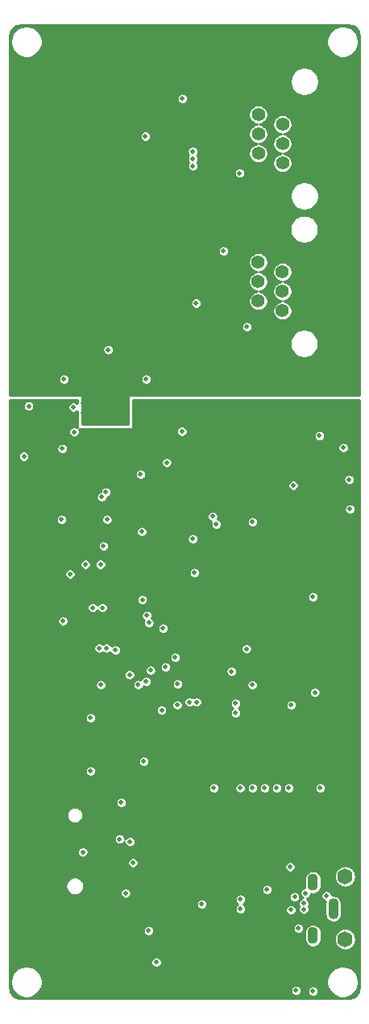
<source format=gbr>
G04 #@! TF.GenerationSoftware,KiCad,Pcbnew,(5.0.0)*
G04 #@! TF.CreationDate,2018-12-20T12:17:44-05:00*
G04 #@! TF.ProjectId,fk-weather,666B2D776561746865722E6B69636164,0.1*
G04 #@! TF.SameCoordinates,PX791ddc0PY791ddc0*
G04 #@! TF.FileFunction,Copper,L3,Inr,Signal*
G04 #@! TF.FilePolarity,Positive*
%FSLAX46Y46*%
G04 Gerber Fmt 4.6, Leading zero omitted, Abs format (unit mm)*
G04 Created by KiCad (PCBNEW (5.0.0)) date 12/20/18 12:17:44*
%MOMM*%
%LPD*%
G01*
G04 APERTURE LIST*
G04 #@! TA.AperFunction,ViaPad*
%ADD10O,1.600000X1.651000*%
G04 #@! TD*
G04 #@! TA.AperFunction,ViaPad*
%ADD11O,1.100000X1.800000*%
G04 #@! TD*
G04 #@! TA.AperFunction,ViaPad*
%ADD12O,1.100000X2.200000*%
G04 #@! TD*
G04 #@! TA.AperFunction,ViaPad*
%ADD13C,1.400000*%
G04 #@! TD*
G04 #@! TA.AperFunction,ViaPad*
%ADD14C,0.500000*%
G04 #@! TD*
G04 #@! TA.AperFunction,Conductor*
%ADD15C,0.253000*%
G04 #@! TD*
G04 APERTURE END LIST*
D10*
G04 #@! TO.N,*
G04 #@! TO.C,J5*
X-6777800Y-66688000D03*
X-6777800Y-60088000D03*
G04 #@! TD*
D11*
G04 #@! TO.N,Net-(C10-Pad1)*
G04 #@! TO.C,J1*
X-10160000Y-66300000D03*
G04 #@! TO.N,Net-(J1-Pad7)*
X-10160000Y-60700000D03*
D12*
G04 #@! TO.N,Net-(J1-Pad8)*
X-8010000Y-63500000D03*
G04 #@! TD*
D13*
G04 #@! TO.N,Net-(J10-Pad1)*
G04 #@! TO.C,J10*
X-15916972Y4417332D03*
G04 #@! TO.N,/RAIN_2*
X-13376972Y3397332D03*
G04 #@! TO.N,Net-(J10-Pad3)*
X-15916972Y2377332D03*
G04 #@! TO.N,Net-(J10-Pad4)*
X-13376972Y1357332D03*
G04 #@! TO.N,/RAIN_5*
X-15916972Y337332D03*
G04 #@! TO.N,Net-(J10-Pad6)*
X-13376972Y-682668D03*
G04 #@! TD*
G04 #@! TO.N,Net-(J11-Pad6)*
G04 #@! TO.C,J11*
X-13362972Y14817332D03*
G04 #@! TO.N,Net-(J11-Pad5)*
X-15902972Y15837332D03*
G04 #@! TO.N,Net-(J11-Pad4)*
X-13362972Y16857332D03*
G04 #@! TO.N,Net-(J11-Pad3)*
X-15902972Y17877332D03*
G04 #@! TO.N,Net-(J11-Pad2)*
X-13362972Y18897332D03*
G04 #@! TO.N,Net-(J11-Pad1)*
X-15902972Y19917332D03*
G04 #@! TD*
D14*
G04 #@! TO.N,GND*
X-32486600Y-27330400D03*
X-34061400Y-27330400D03*
X-22771100Y14516100D03*
X-22771100Y15290800D03*
X-22783800Y16052800D03*
X-33312100Y-31864300D03*
X-32296100Y-31864300D03*
X-27762200Y17627600D03*
X-19558000Y5588000D03*
X-22428200Y101600D03*
X-35331400Y-10820400D03*
X-18719800Y-38557200D03*
X-9956800Y-40767000D03*
X-17801410Y-50800000D03*
X-27940000Y-48006000D03*
X-27686000Y-7874000D03*
X-36322000Y-7874000D03*
X-25908000Y-34036000D03*
X-24638000Y-37084000D03*
X-33528000Y-43434000D03*
X-32450086Y-39961324D03*
X-35687000Y-28346400D03*
X-36576000Y-22606000D03*
X-29083000Y-58648600D03*
X-34340800Y-57531000D03*
X-30302200Y-52324000D03*
X-33528000Y-49022000D03*
X-27432000Y-65786000D03*
X-14986000Y-61468000D03*
X-21844000Y-62992000D03*
X-11684000Y-65532000D03*
X-10940452Y-61831543D03*
X-10160000Y-72136000D03*
X-11938000Y-72060400D03*
X-10160000Y-30734000D03*
X-20320000Y-23114000D03*
X-16510000Y-22860000D03*
X-22606000Y-28194000D03*
X-12700000Y-50800000D03*
X-13970000Y-50800000D03*
X-16510000Y-50800000D03*
X-15240000Y-50800000D03*
X-16531410Y-39979600D03*
X-9398000Y-50800000D03*
X-20574000Y-50800000D03*
X-6273800Y-21513800D03*
X-6366000Y-18414200D03*
X-9474200Y-13817600D03*
X-25527000Y-16637000D03*
X-40030400Y-10693400D03*
X-31673800Y-4775200D03*
X-23926800Y-13360400D03*
X-40538400Y-15976600D03*
X-12573000Y-59080400D03*
X-26619200Y-69093462D03*
X-28143200Y-23876000D03*
X-12217400Y-19024600D03*
G04 #@! TO.N,3V3*
X-35179000Y-12065000D03*
X-9931400Y-39497000D03*
X-17801410Y-49276000D03*
X-37846000Y-11938000D03*
X-23876000Y-11938000D03*
X-25146000Y-10668000D03*
X-21590000Y-37846000D03*
X-37236400Y-28295600D03*
X-21488400Y-22834600D03*
X-19227800Y-30581600D03*
X-25069800Y-31445200D03*
X-34391600Y-40995600D03*
X-21615400Y-47675800D03*
X-27686000Y-60960000D03*
X-26416000Y-60960000D03*
X-25146000Y-60960000D03*
X-25146000Y-61976000D03*
X-26416000Y-61976000D03*
X-27686000Y-61976000D03*
X-33782000Y-54864000D03*
X-13970000Y-49276000D03*
X-15240000Y-49276000D03*
X-16510000Y-49276000D03*
X-12700000Y-49276000D03*
X-9398000Y-49276000D03*
X-16531410Y-40995600D03*
X-20574000Y-49276000D03*
X-38912800Y-44907200D03*
X-31724600Y-44958000D03*
X-25388200Y-57226200D03*
X-20066000Y-45173000D03*
X-6197600Y-11099800D03*
X-25400000Y-18999200D03*
X-33578800Y-16637000D03*
X-19939000Y-59055000D03*
X-20523200Y-35483800D03*
G04 #@! TO.N,/SWDIO*
X-22783800Y-24638000D03*
X-27613779Y-32689800D03*
G04 #@! TO.N,/SWCLK*
X-20701000Y-22275800D03*
X-27406600Y-33451800D03*
G04 #@! TO.N,/A3*
X-28524200Y-39954200D03*
X-6959600Y-15062200D03*
G04 #@! TO.N,/MOSI*
X-32169100Y-25387300D03*
X-32613600Y-36118800D03*
G04 #@! TO.N,/SCK*
X-31796507Y-22601707D03*
X-31864914Y-36118800D03*
G04 #@! TO.N,/MISO*
X-32359600Y-20243800D03*
X-30912414Y-36322614D03*
G04 #@! TO.N,/USB-*
X-17780000Y-63500000D03*
X-23152100Y-41770300D03*
X-12471400Y-63601600D03*
G04 #@! TO.N,/USB+*
X-17780000Y-62484000D03*
X-22390100Y-41770300D03*
X-11130311Y-63542748D03*
G04 #@! TO.N,VUSB*
X-8737600Y-62128400D03*
G04 #@! TO.N,Net-(J1-Pad4)*
X-17145000Y-36195000D03*
X-12095296Y-62231589D03*
X-11125343Y-62890355D03*
G04 #@! TO.N,/SCL1*
X-25654000Y-38100000D03*
X-18288000Y-42926000D03*
X-30480000Y-56159400D03*
X-12446000Y-42087800D03*
G04 #@! TO.N,/SDA1*
X-24384000Y-39878000D03*
X-18288000Y-41910000D03*
X-24409400Y-42087800D03*
X-29387800Y-56438800D03*
G04 #@! TO.N,/PERIPH_3V3*
X-28270600Y-17856200D03*
G04 #@! TO.N,Net-(BT1-Pad1)*
X-29845000Y-61849000D03*
G04 #@! TO.N,/D6_RAIN*
X-17094200Y-2362200D03*
X-27218809Y-38444030D03*
G04 #@! TO.N,/A1_WIND_DIR*
X-23876000Y21590000D03*
X-28092400Y-31026100D03*
G04 #@! TO.N,/D10_WIND_SPEED*
X-17856200Y13769372D03*
X-27686000Y-39624000D03*
G04 #@! TO.N,/D8_PERIPH_EN*
X-36423600Y-33261300D03*
X-36499800Y-15163800D03*
G04 #@! TO.N,/D5_FLASH_CS*
X-29438600Y-38912800D03*
X-31915100Y-19735800D03*
G04 #@! TO.N,/D7_WEATHER_EN*
X-26060400Y-42621200D03*
X-35255200Y-13411200D03*
G04 #@! TO.N,/WEATHER_3V3*
X-31242000Y-6350000D03*
X-30226000Y-6350000D03*
X-30226000Y-9398000D03*
X-31242000Y-9398000D03*
X-32258000Y-9398000D03*
X-33274000Y-6350000D03*
X-34290000Y-6350000D03*
X-34290000Y-9398000D03*
X-33274000Y-9398000D03*
X-33274000Y-10414000D03*
X-33274000Y-11430000D03*
X-34290000Y-10414000D03*
X-34290000Y-11430000D03*
X-23876000Y-8128000D03*
X-21564600Y6375400D03*
X-27889200Y15316200D03*
X-18669000Y21539200D03*
X-18719800Y23596600D03*
G04 #@! TD*
D15*
G04 #@! TO.N,3V3*
G36*
X-34924500Y-10407481D02*
X-34961863Y-10370118D01*
X-35056809Y-10306676D01*
X-35162308Y-10262977D01*
X-35274305Y-10240700D01*
X-35388495Y-10240700D01*
X-35500492Y-10262977D01*
X-35605991Y-10306676D01*
X-35700937Y-10370118D01*
X-35781682Y-10450863D01*
X-35845124Y-10545809D01*
X-35888823Y-10651308D01*
X-35911100Y-10763305D01*
X-35911100Y-10877495D01*
X-35888823Y-10989492D01*
X-35845124Y-11094991D01*
X-35781682Y-11189937D01*
X-35700937Y-11270682D01*
X-35605991Y-11334124D01*
X-35500492Y-11377823D01*
X-35388495Y-11400100D01*
X-35274305Y-11400100D01*
X-35162308Y-11377823D01*
X-35056809Y-11334124D01*
X-34961863Y-11270682D01*
X-34924500Y-11233319D01*
X-34924500Y-12934967D01*
X-34980609Y-12897476D01*
X-35086108Y-12853777D01*
X-35198105Y-12831500D01*
X-35312295Y-12831500D01*
X-35424292Y-12853777D01*
X-35529791Y-12897476D01*
X-35624737Y-12960918D01*
X-35705482Y-13041663D01*
X-35768924Y-13136609D01*
X-35812623Y-13242108D01*
X-35834900Y-13354105D01*
X-35834900Y-13468295D01*
X-35812623Y-13580292D01*
X-35768924Y-13685791D01*
X-35705482Y-13780737D01*
X-35624737Y-13861482D01*
X-35529791Y-13924924D01*
X-35424292Y-13968623D01*
X-35312295Y-13990900D01*
X-35198105Y-13990900D01*
X-35086108Y-13968623D01*
X-34980609Y-13924924D01*
X-34885663Y-13861482D01*
X-34804918Y-13780737D01*
X-34741476Y-13685791D01*
X-34697777Y-13580292D01*
X-34675500Y-13468295D01*
X-34675500Y-13354105D01*
X-34685604Y-13303305D01*
X-24506500Y-13303305D01*
X-24506500Y-13417495D01*
X-24484223Y-13529492D01*
X-24440524Y-13634991D01*
X-24377082Y-13729937D01*
X-24296337Y-13810682D01*
X-24201391Y-13874124D01*
X-24095892Y-13917823D01*
X-23983895Y-13940100D01*
X-23869705Y-13940100D01*
X-23757708Y-13917823D01*
X-23652209Y-13874124D01*
X-23557263Y-13810682D01*
X-23507086Y-13760505D01*
X-10053900Y-13760505D01*
X-10053900Y-13874695D01*
X-10031623Y-13986692D01*
X-9987924Y-14092191D01*
X-9924482Y-14187137D01*
X-9843737Y-14267882D01*
X-9748791Y-14331324D01*
X-9643292Y-14375023D01*
X-9531295Y-14397300D01*
X-9417105Y-14397300D01*
X-9305108Y-14375023D01*
X-9199609Y-14331324D01*
X-9104663Y-14267882D01*
X-9023918Y-14187137D01*
X-8960476Y-14092191D01*
X-8916777Y-13986692D01*
X-8894500Y-13874695D01*
X-8894500Y-13760505D01*
X-8916777Y-13648508D01*
X-8960476Y-13543009D01*
X-9023918Y-13448063D01*
X-9104663Y-13367318D01*
X-9199609Y-13303876D01*
X-9305108Y-13260177D01*
X-9417105Y-13237900D01*
X-9531295Y-13237900D01*
X-9643292Y-13260177D01*
X-9748791Y-13303876D01*
X-9843737Y-13367318D01*
X-9924482Y-13448063D01*
X-9987924Y-13543009D01*
X-10031623Y-13648508D01*
X-10053900Y-13760505D01*
X-23507086Y-13760505D01*
X-23476518Y-13729937D01*
X-23413076Y-13634991D01*
X-23369377Y-13529492D01*
X-23347100Y-13417495D01*
X-23347100Y-13303305D01*
X-23369377Y-13191308D01*
X-23413076Y-13085809D01*
X-23476518Y-12990863D01*
X-23557263Y-12910118D01*
X-23652209Y-12846676D01*
X-23757708Y-12802977D01*
X-23869705Y-12780700D01*
X-23983895Y-12780700D01*
X-24095892Y-12802977D01*
X-24201391Y-12846676D01*
X-24296337Y-12910118D01*
X-24377082Y-12990863D01*
X-24440524Y-13085809D01*
X-24484223Y-13191308D01*
X-24506500Y-13303305D01*
X-34685604Y-13303305D01*
X-34697777Y-13242108D01*
X-34741476Y-13136609D01*
X-34778967Y-13080500D01*
X-29210000Y-13080500D01*
X-29185321Y-13078069D01*
X-29161591Y-13070871D01*
X-29139720Y-13059181D01*
X-29120551Y-13043449D01*
X-29104819Y-13024280D01*
X-29093129Y-13002409D01*
X-29085931Y-12978679D01*
X-29083500Y-12954000D01*
X-29083500Y-10032500D01*
X-5301254Y-10032500D01*
X-5301255Y-71782286D01*
X-5324019Y-72014453D01*
X-5385694Y-72218730D01*
X-5485872Y-72407137D01*
X-5620739Y-72572501D01*
X-5785157Y-72708519D01*
X-5972861Y-72810011D01*
X-6176704Y-72873111D01*
X-6407643Y-72897383D01*
X-40876758Y-72897383D01*
X-41108925Y-72874619D01*
X-41313202Y-72812944D01*
X-41501609Y-72712766D01*
X-41666973Y-72577899D01*
X-41802991Y-72413481D01*
X-41904483Y-72225777D01*
X-41967583Y-72021934D01*
X-41991855Y-71790995D01*
X-41991855Y-71001647D01*
X-41941255Y-71001647D01*
X-41941255Y-71332519D01*
X-41876705Y-71657033D01*
X-41750086Y-71962719D01*
X-41566263Y-72237829D01*
X-41332301Y-72471791D01*
X-41057191Y-72655614D01*
X-40751505Y-72782233D01*
X-40426991Y-72846783D01*
X-40096119Y-72846783D01*
X-39771605Y-72782233D01*
X-39465919Y-72655614D01*
X-39190809Y-72471791D01*
X-38956847Y-72237829D01*
X-38800143Y-72003305D01*
X-12517700Y-72003305D01*
X-12517700Y-72117495D01*
X-12495423Y-72229492D01*
X-12451724Y-72334991D01*
X-12388282Y-72429937D01*
X-12307537Y-72510682D01*
X-12212591Y-72574124D01*
X-12107092Y-72617823D01*
X-11995095Y-72640100D01*
X-11880905Y-72640100D01*
X-11768908Y-72617823D01*
X-11663409Y-72574124D01*
X-11568463Y-72510682D01*
X-11487718Y-72429937D01*
X-11424276Y-72334991D01*
X-11380577Y-72229492D01*
X-11358300Y-72117495D01*
X-11358300Y-72078905D01*
X-10739700Y-72078905D01*
X-10739700Y-72193095D01*
X-10717423Y-72305092D01*
X-10673724Y-72410591D01*
X-10610282Y-72505537D01*
X-10529537Y-72586282D01*
X-10434591Y-72649724D01*
X-10329092Y-72693423D01*
X-10217095Y-72715700D01*
X-10102905Y-72715700D01*
X-9990908Y-72693423D01*
X-9885409Y-72649724D01*
X-9790463Y-72586282D01*
X-9709718Y-72505537D01*
X-9646276Y-72410591D01*
X-9602577Y-72305092D01*
X-9580300Y-72193095D01*
X-9580300Y-72078905D01*
X-9602577Y-71966908D01*
X-9646276Y-71861409D01*
X-9709718Y-71766463D01*
X-9790463Y-71685718D01*
X-9885409Y-71622276D01*
X-9990908Y-71578577D01*
X-10102905Y-71556300D01*
X-10217095Y-71556300D01*
X-10329092Y-71578577D01*
X-10434591Y-71622276D01*
X-10529537Y-71685718D01*
X-10610282Y-71766463D01*
X-10673724Y-71861409D01*
X-10717423Y-71966908D01*
X-10739700Y-72078905D01*
X-11358300Y-72078905D01*
X-11358300Y-72003305D01*
X-11380577Y-71891308D01*
X-11424276Y-71785809D01*
X-11487718Y-71690863D01*
X-11568463Y-71610118D01*
X-11663409Y-71546676D01*
X-11768908Y-71502977D01*
X-11880905Y-71480700D01*
X-11995095Y-71480700D01*
X-12107092Y-71502977D01*
X-12212591Y-71546676D01*
X-12307537Y-71610118D01*
X-12388282Y-71690863D01*
X-12451724Y-71785809D01*
X-12495423Y-71891308D01*
X-12517700Y-72003305D01*
X-38800143Y-72003305D01*
X-38773024Y-71962719D01*
X-38646405Y-71657033D01*
X-38581855Y-71332519D01*
X-38581855Y-71001647D01*
X-8711255Y-71001647D01*
X-8711255Y-71332519D01*
X-8646705Y-71657033D01*
X-8520086Y-71962719D01*
X-8336263Y-72237829D01*
X-8102301Y-72471791D01*
X-7827191Y-72655614D01*
X-7521505Y-72782233D01*
X-7196991Y-72846783D01*
X-6866119Y-72846783D01*
X-6541605Y-72782233D01*
X-6235919Y-72655614D01*
X-5960809Y-72471791D01*
X-5726847Y-72237829D01*
X-5543024Y-71962719D01*
X-5416405Y-71657033D01*
X-5351855Y-71332519D01*
X-5351855Y-71001647D01*
X-5416405Y-70677133D01*
X-5543024Y-70371447D01*
X-5726847Y-70096337D01*
X-5960809Y-69862375D01*
X-6235919Y-69678552D01*
X-6541605Y-69551933D01*
X-6866119Y-69487383D01*
X-7196991Y-69487383D01*
X-7521505Y-69551933D01*
X-7827191Y-69678552D01*
X-8102301Y-69862375D01*
X-8336263Y-70096337D01*
X-8520086Y-70371447D01*
X-8646705Y-70677133D01*
X-8711255Y-71001647D01*
X-38581855Y-71001647D01*
X-38646405Y-70677133D01*
X-38773024Y-70371447D01*
X-38956847Y-70096337D01*
X-39190809Y-69862375D01*
X-39465919Y-69678552D01*
X-39771605Y-69551933D01*
X-40096119Y-69487383D01*
X-40426991Y-69487383D01*
X-40751505Y-69551933D01*
X-41057191Y-69678552D01*
X-41332301Y-69862375D01*
X-41566263Y-70096337D01*
X-41750086Y-70371447D01*
X-41876705Y-70677133D01*
X-41941255Y-71001647D01*
X-41991855Y-71001647D01*
X-41991855Y-69036367D01*
X-27198900Y-69036367D01*
X-27198900Y-69150557D01*
X-27176623Y-69262554D01*
X-27132924Y-69368053D01*
X-27069482Y-69462999D01*
X-26988737Y-69543744D01*
X-26893791Y-69607186D01*
X-26788292Y-69650885D01*
X-26676295Y-69673162D01*
X-26562105Y-69673162D01*
X-26450108Y-69650885D01*
X-26344609Y-69607186D01*
X-26249663Y-69543744D01*
X-26168918Y-69462999D01*
X-26105476Y-69368053D01*
X-26061777Y-69262554D01*
X-26039500Y-69150557D01*
X-26039500Y-69036367D01*
X-26061777Y-68924370D01*
X-26105476Y-68818871D01*
X-26168918Y-68723925D01*
X-26249663Y-68643180D01*
X-26344609Y-68579738D01*
X-26450108Y-68536039D01*
X-26562105Y-68513762D01*
X-26676295Y-68513762D01*
X-26788292Y-68536039D01*
X-26893791Y-68579738D01*
X-26988737Y-68643180D01*
X-27069482Y-68723925D01*
X-27132924Y-68818871D01*
X-27176623Y-68924370D01*
X-27198900Y-69036367D01*
X-41991855Y-69036367D01*
X-41991855Y-65728905D01*
X-28011700Y-65728905D01*
X-28011700Y-65843095D01*
X-27989423Y-65955092D01*
X-27945724Y-66060591D01*
X-27882282Y-66155537D01*
X-27801537Y-66236282D01*
X-27706591Y-66299724D01*
X-27601092Y-66343423D01*
X-27489095Y-66365700D01*
X-27374905Y-66365700D01*
X-27262908Y-66343423D01*
X-27157409Y-66299724D01*
X-27062463Y-66236282D01*
X-26981718Y-66155537D01*
X-26918276Y-66060591D01*
X-26874577Y-65955092D01*
X-26852300Y-65843095D01*
X-26852300Y-65728905D01*
X-26874577Y-65616908D01*
X-26918276Y-65511409D01*
X-26942667Y-65474905D01*
X-12263700Y-65474905D01*
X-12263700Y-65589095D01*
X-12241423Y-65701092D01*
X-12197724Y-65806591D01*
X-12134282Y-65901537D01*
X-12053537Y-65982282D01*
X-11958591Y-66045724D01*
X-11853092Y-66089423D01*
X-11741095Y-66111700D01*
X-11626905Y-66111700D01*
X-11514908Y-66089423D01*
X-11409409Y-66045724D01*
X-11314463Y-65982282D01*
X-11238970Y-65906789D01*
X-11039700Y-65906789D01*
X-11039700Y-66693212D01*
X-11026971Y-66822451D01*
X-10976668Y-66988275D01*
X-10894982Y-67141100D01*
X-10785050Y-67275051D01*
X-10651099Y-67384983D01*
X-10498274Y-67466669D01*
X-10332450Y-67516971D01*
X-10160000Y-67533956D01*
X-9987549Y-67516971D01*
X-9821725Y-67466669D01*
X-9668900Y-67384983D01*
X-9534949Y-67275051D01*
X-9425017Y-67141100D01*
X-9343331Y-66988275D01*
X-9293029Y-66822451D01*
X-9280300Y-66693212D01*
X-9280300Y-66607003D01*
X-7907500Y-66607003D01*
X-7907500Y-66768996D01*
X-7891154Y-66934959D01*
X-7826557Y-67147908D01*
X-7721656Y-67344164D01*
X-7580484Y-67516184D01*
X-7408464Y-67657356D01*
X-7212209Y-67762257D01*
X-6999260Y-67826854D01*
X-6777800Y-67848666D01*
X-6556341Y-67826854D01*
X-6343392Y-67762257D01*
X-6147136Y-67657356D01*
X-5975116Y-67516184D01*
X-5833944Y-67344164D01*
X-5729043Y-67147909D01*
X-5664446Y-66934960D01*
X-5648100Y-66768997D01*
X-5648100Y-66607004D01*
X-5664446Y-66441041D01*
X-5729043Y-66228092D01*
X-5833944Y-66031836D01*
X-5975116Y-65859816D01*
X-6147136Y-65718644D01*
X-6343391Y-65613743D01*
X-6556340Y-65549146D01*
X-6777800Y-65527334D01*
X-6999259Y-65549146D01*
X-7212208Y-65613743D01*
X-7408463Y-65718644D01*
X-7580484Y-65859816D01*
X-7721656Y-66031836D01*
X-7826557Y-66228091D01*
X-7891154Y-66441040D01*
X-7907500Y-66607003D01*
X-9280300Y-66607003D01*
X-9280300Y-65906788D01*
X-9293029Y-65777549D01*
X-9343331Y-65611725D01*
X-9425017Y-65458900D01*
X-9534949Y-65324949D01*
X-9668901Y-65215017D01*
X-9821726Y-65133331D01*
X-9987550Y-65083029D01*
X-10160000Y-65066044D01*
X-10332451Y-65083029D01*
X-10498275Y-65133331D01*
X-10651100Y-65215017D01*
X-10785051Y-65324949D01*
X-10894983Y-65458901D01*
X-10976669Y-65611726D01*
X-11026971Y-65777550D01*
X-11039700Y-65906789D01*
X-11238970Y-65906789D01*
X-11233718Y-65901537D01*
X-11170276Y-65806591D01*
X-11126577Y-65701092D01*
X-11104300Y-65589095D01*
X-11104300Y-65474905D01*
X-11126577Y-65362908D01*
X-11170276Y-65257409D01*
X-11233718Y-65162463D01*
X-11314463Y-65081718D01*
X-11409409Y-65018276D01*
X-11514908Y-64974577D01*
X-11626905Y-64952300D01*
X-11741095Y-64952300D01*
X-11853092Y-64974577D01*
X-11958591Y-65018276D01*
X-12053537Y-65081718D01*
X-12134282Y-65162463D01*
X-12197724Y-65257409D01*
X-12241423Y-65362908D01*
X-12263700Y-65474905D01*
X-26942667Y-65474905D01*
X-26981718Y-65416463D01*
X-27062463Y-65335718D01*
X-27157409Y-65272276D01*
X-27262908Y-65228577D01*
X-27374905Y-65206300D01*
X-27489095Y-65206300D01*
X-27601092Y-65228577D01*
X-27706591Y-65272276D01*
X-27801537Y-65335718D01*
X-27882282Y-65416463D01*
X-27945724Y-65511409D01*
X-27989423Y-65616908D01*
X-28011700Y-65728905D01*
X-41991855Y-65728905D01*
X-41991855Y-62934905D01*
X-22423700Y-62934905D01*
X-22423700Y-63049095D01*
X-22401423Y-63161092D01*
X-22357724Y-63266591D01*
X-22294282Y-63361537D01*
X-22213537Y-63442282D01*
X-22118591Y-63505724D01*
X-22013092Y-63549423D01*
X-21901095Y-63571700D01*
X-21786905Y-63571700D01*
X-21674908Y-63549423D01*
X-21569409Y-63505724D01*
X-21474463Y-63442282D01*
X-21393718Y-63361537D01*
X-21330276Y-63266591D01*
X-21286577Y-63161092D01*
X-21264300Y-63049095D01*
X-21264300Y-62934905D01*
X-21286577Y-62822908D01*
X-21330276Y-62717409D01*
X-21393718Y-62622463D01*
X-21474463Y-62541718D01*
X-21569409Y-62478276D01*
X-21674908Y-62434577D01*
X-21713478Y-62426905D01*
X-18359700Y-62426905D01*
X-18359700Y-62541095D01*
X-18337423Y-62653092D01*
X-18293724Y-62758591D01*
X-18230282Y-62853537D01*
X-18149537Y-62934282D01*
X-18063157Y-62992000D01*
X-18149537Y-63049718D01*
X-18230282Y-63130463D01*
X-18293724Y-63225409D01*
X-18337423Y-63330908D01*
X-18359700Y-63442905D01*
X-18359700Y-63557095D01*
X-18337423Y-63669092D01*
X-18293724Y-63774591D01*
X-18230282Y-63869537D01*
X-18149537Y-63950282D01*
X-18054591Y-64013724D01*
X-17949092Y-64057423D01*
X-17837095Y-64079700D01*
X-17722905Y-64079700D01*
X-17610908Y-64057423D01*
X-17505409Y-64013724D01*
X-17410463Y-63950282D01*
X-17329718Y-63869537D01*
X-17266276Y-63774591D01*
X-17222577Y-63669092D01*
X-17200300Y-63557095D01*
X-17200300Y-63544505D01*
X-13051100Y-63544505D01*
X-13051100Y-63658695D01*
X-13028823Y-63770692D01*
X-12985124Y-63876191D01*
X-12921682Y-63971137D01*
X-12840937Y-64051882D01*
X-12745991Y-64115324D01*
X-12640492Y-64159023D01*
X-12528495Y-64181300D01*
X-12414305Y-64181300D01*
X-12302308Y-64159023D01*
X-12196809Y-64115324D01*
X-12101863Y-64051882D01*
X-12021118Y-63971137D01*
X-11957676Y-63876191D01*
X-11913977Y-63770692D01*
X-11891700Y-63658695D01*
X-11891700Y-63544505D01*
X-11903406Y-63485653D01*
X-11710011Y-63485653D01*
X-11710011Y-63599843D01*
X-11687734Y-63711840D01*
X-11644035Y-63817339D01*
X-11580593Y-63912285D01*
X-11499848Y-63993030D01*
X-11404902Y-64056472D01*
X-11299403Y-64100171D01*
X-11187406Y-64122448D01*
X-11073216Y-64122448D01*
X-10961219Y-64100171D01*
X-10855720Y-64056472D01*
X-10760774Y-63993030D01*
X-10680029Y-63912285D01*
X-10616587Y-63817339D01*
X-10572888Y-63711840D01*
X-10550611Y-63599843D01*
X-10550611Y-63485653D01*
X-10572888Y-63373656D01*
X-10616587Y-63268157D01*
X-10648585Y-63220269D01*
X-10611619Y-63164946D01*
X-10567920Y-63059447D01*
X-10545643Y-62947450D01*
X-10545643Y-62833260D01*
X-10567920Y-62721263D01*
X-10611619Y-62615764D01*
X-10675061Y-62520818D01*
X-10755806Y-62440073D01*
X-10818314Y-62398306D01*
X-10771360Y-62388966D01*
X-10665861Y-62345267D01*
X-10570915Y-62281825D01*
X-10490170Y-62201080D01*
X-10426728Y-62106134D01*
X-10412302Y-62071305D01*
X-9317300Y-62071305D01*
X-9317300Y-62185495D01*
X-9295023Y-62297492D01*
X-9251324Y-62402991D01*
X-9187882Y-62497937D01*
X-9107137Y-62578682D01*
X-9012191Y-62642124D01*
X-8906692Y-62685823D01*
X-8852421Y-62696618D01*
X-8876971Y-62777550D01*
X-8889700Y-62906789D01*
X-8889699Y-64093212D01*
X-8876970Y-64222451D01*
X-8826668Y-64388275D01*
X-8744982Y-64541100D01*
X-8635050Y-64675051D01*
X-8501099Y-64784983D01*
X-8348274Y-64866669D01*
X-8182450Y-64916971D01*
X-8010000Y-64933956D01*
X-7837549Y-64916971D01*
X-7671725Y-64866669D01*
X-7518900Y-64784983D01*
X-7384949Y-64675051D01*
X-7275017Y-64541100D01*
X-7193331Y-64388275D01*
X-7143029Y-64222451D01*
X-7130300Y-64093212D01*
X-7130300Y-62906788D01*
X-7143029Y-62777549D01*
X-7193331Y-62611725D01*
X-7275017Y-62458900D01*
X-7384949Y-62324949D01*
X-7518901Y-62215017D01*
X-7671726Y-62133331D01*
X-7837550Y-62083029D01*
X-8010000Y-62066044D01*
X-8157900Y-62080611D01*
X-8157900Y-62071305D01*
X-8180177Y-61959308D01*
X-8223876Y-61853809D01*
X-8287318Y-61758863D01*
X-8368063Y-61678118D01*
X-8463009Y-61614676D01*
X-8568508Y-61570977D01*
X-8680505Y-61548700D01*
X-8794695Y-61548700D01*
X-8906692Y-61570977D01*
X-9012191Y-61614676D01*
X-9107137Y-61678118D01*
X-9187882Y-61758863D01*
X-9251324Y-61853809D01*
X-9295023Y-61959308D01*
X-9317300Y-62071305D01*
X-10412302Y-62071305D01*
X-10383029Y-62000635D01*
X-10364456Y-61907262D01*
X-10332450Y-61916971D01*
X-10160000Y-61933956D01*
X-9987549Y-61916971D01*
X-9821725Y-61866669D01*
X-9668900Y-61784983D01*
X-9534949Y-61675051D01*
X-9425017Y-61541100D01*
X-9343331Y-61388275D01*
X-9293029Y-61222451D01*
X-9280300Y-61093212D01*
X-9280300Y-60306788D01*
X-9293029Y-60177549D01*
X-9343331Y-60011725D01*
X-9345854Y-60007003D01*
X-7907500Y-60007003D01*
X-7907500Y-60168996D01*
X-7891154Y-60334959D01*
X-7826557Y-60547908D01*
X-7721656Y-60744164D01*
X-7580484Y-60916184D01*
X-7408464Y-61057356D01*
X-7212209Y-61162257D01*
X-6999260Y-61226854D01*
X-6777800Y-61248666D01*
X-6556341Y-61226854D01*
X-6343392Y-61162257D01*
X-6147136Y-61057356D01*
X-5975116Y-60916184D01*
X-5833944Y-60744164D01*
X-5729043Y-60547909D01*
X-5664446Y-60334960D01*
X-5648100Y-60168997D01*
X-5648100Y-60007004D01*
X-5664446Y-59841041D01*
X-5729043Y-59628092D01*
X-5833944Y-59431836D01*
X-5975116Y-59259816D01*
X-6147136Y-59118644D01*
X-6343391Y-59013743D01*
X-6556340Y-58949146D01*
X-6777800Y-58927334D01*
X-6999259Y-58949146D01*
X-7212208Y-59013743D01*
X-7408463Y-59118644D01*
X-7580484Y-59259816D01*
X-7721656Y-59431836D01*
X-7826557Y-59628091D01*
X-7891154Y-59841040D01*
X-7907500Y-60007003D01*
X-9345854Y-60007003D01*
X-9425017Y-59858900D01*
X-9534949Y-59724949D01*
X-9668901Y-59615017D01*
X-9821726Y-59533331D01*
X-9987550Y-59483029D01*
X-10160000Y-59466044D01*
X-10332451Y-59483029D01*
X-10498275Y-59533331D01*
X-10651100Y-59615017D01*
X-10785051Y-59724949D01*
X-10894983Y-59858901D01*
X-10976669Y-60011726D01*
X-11026971Y-60177550D01*
X-11039700Y-60306789D01*
X-11039700Y-61093212D01*
X-11026971Y-61222451D01*
X-11016888Y-61255690D01*
X-11109544Y-61274120D01*
X-11215043Y-61317819D01*
X-11309989Y-61381261D01*
X-11390734Y-61462006D01*
X-11454176Y-61556952D01*
X-11497875Y-61662451D01*
X-11520152Y-61774448D01*
X-11520152Y-61888638D01*
X-11497875Y-62000635D01*
X-11454176Y-62106134D01*
X-11390734Y-62201080D01*
X-11309989Y-62281825D01*
X-11247481Y-62323592D01*
X-11294435Y-62332932D01*
X-11399934Y-62376631D01*
X-11494880Y-62440073D01*
X-11575625Y-62520818D01*
X-11639067Y-62615764D01*
X-11682766Y-62721263D01*
X-11705043Y-62833260D01*
X-11705043Y-62947450D01*
X-11682766Y-63059447D01*
X-11639067Y-63164946D01*
X-11607069Y-63212834D01*
X-11644035Y-63268157D01*
X-11687734Y-63373656D01*
X-11710011Y-63485653D01*
X-11903406Y-63485653D01*
X-11913977Y-63432508D01*
X-11957676Y-63327009D01*
X-12021118Y-63232063D01*
X-12101863Y-63151318D01*
X-12196809Y-63087876D01*
X-12302308Y-63044177D01*
X-12414305Y-63021900D01*
X-12528495Y-63021900D01*
X-12640492Y-63044177D01*
X-12745991Y-63087876D01*
X-12840937Y-63151318D01*
X-12921682Y-63232063D01*
X-12985124Y-63327009D01*
X-13028823Y-63432508D01*
X-13051100Y-63544505D01*
X-17200300Y-63544505D01*
X-17200300Y-63442905D01*
X-17222577Y-63330908D01*
X-17266276Y-63225409D01*
X-17329718Y-63130463D01*
X-17410463Y-63049718D01*
X-17496843Y-62992000D01*
X-17410463Y-62934282D01*
X-17329718Y-62853537D01*
X-17266276Y-62758591D01*
X-17222577Y-62653092D01*
X-17200300Y-62541095D01*
X-17200300Y-62426905D01*
X-17222577Y-62314908D01*
X-17266276Y-62209409D01*
X-17289605Y-62174494D01*
X-12674996Y-62174494D01*
X-12674996Y-62288684D01*
X-12652719Y-62400681D01*
X-12609020Y-62506180D01*
X-12545578Y-62601126D01*
X-12464833Y-62681871D01*
X-12369887Y-62745313D01*
X-12264388Y-62789012D01*
X-12152391Y-62811289D01*
X-12038201Y-62811289D01*
X-11926204Y-62789012D01*
X-11820705Y-62745313D01*
X-11725759Y-62681871D01*
X-11645014Y-62601126D01*
X-11581572Y-62506180D01*
X-11537873Y-62400681D01*
X-11515596Y-62288684D01*
X-11515596Y-62174494D01*
X-11537873Y-62062497D01*
X-11581572Y-61956998D01*
X-11645014Y-61862052D01*
X-11725759Y-61781307D01*
X-11820705Y-61717865D01*
X-11926204Y-61674166D01*
X-12038201Y-61651889D01*
X-12152391Y-61651889D01*
X-12264388Y-61674166D01*
X-12369887Y-61717865D01*
X-12464833Y-61781307D01*
X-12545578Y-61862052D01*
X-12609020Y-61956998D01*
X-12652719Y-62062497D01*
X-12674996Y-62174494D01*
X-17289605Y-62174494D01*
X-17329718Y-62114463D01*
X-17410463Y-62033718D01*
X-17505409Y-61970276D01*
X-17610908Y-61926577D01*
X-17722905Y-61904300D01*
X-17837095Y-61904300D01*
X-17949092Y-61926577D01*
X-18054591Y-61970276D01*
X-18149537Y-62033718D01*
X-18230282Y-62114463D01*
X-18293724Y-62209409D01*
X-18337423Y-62314908D01*
X-18359700Y-62426905D01*
X-21713478Y-62426905D01*
X-21786905Y-62412300D01*
X-21901095Y-62412300D01*
X-22013092Y-62434577D01*
X-22118591Y-62478276D01*
X-22213537Y-62541718D01*
X-22294282Y-62622463D01*
X-22357724Y-62717409D01*
X-22401423Y-62822908D01*
X-22423700Y-62934905D01*
X-41991855Y-62934905D01*
X-41991855Y-61003508D01*
X-36158700Y-61003508D01*
X-36158700Y-61196492D01*
X-36121050Y-61385768D01*
X-36047199Y-61564062D01*
X-35939982Y-61724522D01*
X-35803522Y-61860982D01*
X-35643062Y-61968199D01*
X-35464768Y-62042050D01*
X-35275492Y-62079700D01*
X-35082508Y-62079700D01*
X-34893232Y-62042050D01*
X-34714938Y-61968199D01*
X-34554478Y-61860982D01*
X-34485401Y-61791905D01*
X-30424700Y-61791905D01*
X-30424700Y-61906095D01*
X-30402423Y-62018092D01*
X-30358724Y-62123591D01*
X-30295282Y-62218537D01*
X-30214537Y-62299282D01*
X-30119591Y-62362724D01*
X-30014092Y-62406423D01*
X-29902095Y-62428700D01*
X-29787905Y-62428700D01*
X-29675908Y-62406423D01*
X-29570409Y-62362724D01*
X-29475463Y-62299282D01*
X-29394718Y-62218537D01*
X-29331276Y-62123591D01*
X-29287577Y-62018092D01*
X-29265300Y-61906095D01*
X-29265300Y-61791905D01*
X-29287577Y-61679908D01*
X-29331276Y-61574409D01*
X-29394718Y-61479463D01*
X-29463276Y-61410905D01*
X-15565700Y-61410905D01*
X-15565700Y-61525095D01*
X-15543423Y-61637092D01*
X-15499724Y-61742591D01*
X-15436282Y-61837537D01*
X-15355537Y-61918282D01*
X-15260591Y-61981724D01*
X-15155092Y-62025423D01*
X-15043095Y-62047700D01*
X-14928905Y-62047700D01*
X-14816908Y-62025423D01*
X-14711409Y-61981724D01*
X-14616463Y-61918282D01*
X-14535718Y-61837537D01*
X-14472276Y-61742591D01*
X-14428577Y-61637092D01*
X-14406300Y-61525095D01*
X-14406300Y-61410905D01*
X-14428577Y-61298908D01*
X-14472276Y-61193409D01*
X-14535718Y-61098463D01*
X-14616463Y-61017718D01*
X-14711409Y-60954276D01*
X-14816908Y-60910577D01*
X-14928905Y-60888300D01*
X-15043095Y-60888300D01*
X-15155092Y-60910577D01*
X-15260591Y-60954276D01*
X-15355537Y-61017718D01*
X-15436282Y-61098463D01*
X-15499724Y-61193409D01*
X-15543423Y-61298908D01*
X-15565700Y-61410905D01*
X-29463276Y-61410905D01*
X-29475463Y-61398718D01*
X-29570409Y-61335276D01*
X-29675908Y-61291577D01*
X-29787905Y-61269300D01*
X-29902095Y-61269300D01*
X-30014092Y-61291577D01*
X-30119591Y-61335276D01*
X-30214537Y-61398718D01*
X-30295282Y-61479463D01*
X-30358724Y-61574409D01*
X-30402423Y-61679908D01*
X-30424700Y-61791905D01*
X-34485401Y-61791905D01*
X-34418018Y-61724522D01*
X-34310801Y-61564062D01*
X-34236950Y-61385768D01*
X-34199300Y-61196492D01*
X-34199300Y-61003508D01*
X-34236950Y-60814232D01*
X-34310801Y-60635938D01*
X-34418018Y-60475478D01*
X-34554478Y-60339018D01*
X-34714938Y-60231801D01*
X-34893232Y-60157950D01*
X-35082508Y-60120300D01*
X-35275492Y-60120300D01*
X-35464768Y-60157950D01*
X-35643062Y-60231801D01*
X-35803522Y-60339018D01*
X-35939982Y-60475478D01*
X-36047199Y-60635938D01*
X-36121050Y-60814232D01*
X-36158700Y-61003508D01*
X-41991855Y-61003508D01*
X-41991855Y-58591505D01*
X-29662700Y-58591505D01*
X-29662700Y-58705695D01*
X-29640423Y-58817692D01*
X-29596724Y-58923191D01*
X-29533282Y-59018137D01*
X-29452537Y-59098882D01*
X-29357591Y-59162324D01*
X-29252092Y-59206023D01*
X-29140095Y-59228300D01*
X-29025905Y-59228300D01*
X-28913908Y-59206023D01*
X-28808409Y-59162324D01*
X-28713463Y-59098882D01*
X-28637886Y-59023305D01*
X-13152700Y-59023305D01*
X-13152700Y-59137495D01*
X-13130423Y-59249492D01*
X-13086724Y-59354991D01*
X-13023282Y-59449937D01*
X-12942537Y-59530682D01*
X-12847591Y-59594124D01*
X-12742092Y-59637823D01*
X-12630095Y-59660100D01*
X-12515905Y-59660100D01*
X-12403908Y-59637823D01*
X-12298409Y-59594124D01*
X-12203463Y-59530682D01*
X-12122718Y-59449937D01*
X-12059276Y-59354991D01*
X-12015577Y-59249492D01*
X-11993300Y-59137495D01*
X-11993300Y-59023305D01*
X-12015577Y-58911308D01*
X-12059276Y-58805809D01*
X-12122718Y-58710863D01*
X-12203463Y-58630118D01*
X-12298409Y-58566676D01*
X-12403908Y-58522977D01*
X-12515905Y-58500700D01*
X-12630095Y-58500700D01*
X-12742092Y-58522977D01*
X-12847591Y-58566676D01*
X-12942537Y-58630118D01*
X-13023282Y-58710863D01*
X-13086724Y-58805809D01*
X-13130423Y-58911308D01*
X-13152700Y-59023305D01*
X-28637886Y-59023305D01*
X-28632718Y-59018137D01*
X-28569276Y-58923191D01*
X-28525577Y-58817692D01*
X-28503300Y-58705695D01*
X-28503300Y-58591505D01*
X-28525577Y-58479508D01*
X-28569276Y-58374009D01*
X-28632718Y-58279063D01*
X-28713463Y-58198318D01*
X-28808409Y-58134876D01*
X-28913908Y-58091177D01*
X-29025905Y-58068900D01*
X-29140095Y-58068900D01*
X-29252092Y-58091177D01*
X-29357591Y-58134876D01*
X-29452537Y-58198318D01*
X-29533282Y-58279063D01*
X-29596724Y-58374009D01*
X-29640423Y-58479508D01*
X-29662700Y-58591505D01*
X-41991855Y-58591505D01*
X-41991855Y-57473905D01*
X-34920500Y-57473905D01*
X-34920500Y-57588095D01*
X-34898223Y-57700092D01*
X-34854524Y-57805591D01*
X-34791082Y-57900537D01*
X-34710337Y-57981282D01*
X-34615391Y-58044724D01*
X-34509892Y-58088423D01*
X-34397895Y-58110700D01*
X-34283705Y-58110700D01*
X-34171708Y-58088423D01*
X-34066209Y-58044724D01*
X-33971263Y-57981282D01*
X-33890518Y-57900537D01*
X-33827076Y-57805591D01*
X-33783377Y-57700092D01*
X-33761100Y-57588095D01*
X-33761100Y-57473905D01*
X-33783377Y-57361908D01*
X-33827076Y-57256409D01*
X-33890518Y-57161463D01*
X-33971263Y-57080718D01*
X-34066209Y-57017276D01*
X-34171708Y-56973577D01*
X-34283705Y-56951300D01*
X-34397895Y-56951300D01*
X-34509892Y-56973577D01*
X-34615391Y-57017276D01*
X-34710337Y-57080718D01*
X-34791082Y-57161463D01*
X-34854524Y-57256409D01*
X-34898223Y-57361908D01*
X-34920500Y-57473905D01*
X-41991855Y-57473905D01*
X-41991855Y-56102305D01*
X-31059700Y-56102305D01*
X-31059700Y-56216495D01*
X-31037423Y-56328492D01*
X-30993724Y-56433991D01*
X-30930282Y-56528937D01*
X-30849537Y-56609682D01*
X-30754591Y-56673124D01*
X-30649092Y-56716823D01*
X-30537095Y-56739100D01*
X-30422905Y-56739100D01*
X-30310908Y-56716823D01*
X-30205409Y-56673124D01*
X-30110463Y-56609682D01*
X-30029718Y-56528937D01*
X-29967500Y-56435823D01*
X-29967500Y-56495895D01*
X-29945223Y-56607892D01*
X-29901524Y-56713391D01*
X-29838082Y-56808337D01*
X-29757337Y-56889082D01*
X-29662391Y-56952524D01*
X-29556892Y-56996223D01*
X-29444895Y-57018500D01*
X-29330705Y-57018500D01*
X-29218708Y-56996223D01*
X-29113209Y-56952524D01*
X-29018263Y-56889082D01*
X-28937518Y-56808337D01*
X-28874076Y-56713391D01*
X-28830377Y-56607892D01*
X-28808100Y-56495895D01*
X-28808100Y-56381705D01*
X-28830377Y-56269708D01*
X-28874076Y-56164209D01*
X-28937518Y-56069263D01*
X-29018263Y-55988518D01*
X-29113209Y-55925076D01*
X-29218708Y-55881377D01*
X-29330705Y-55859100D01*
X-29444895Y-55859100D01*
X-29556892Y-55881377D01*
X-29662391Y-55925076D01*
X-29757337Y-55988518D01*
X-29838082Y-56069263D01*
X-29900300Y-56162377D01*
X-29900300Y-56102305D01*
X-29922577Y-55990308D01*
X-29966276Y-55884809D01*
X-30029718Y-55789863D01*
X-30110463Y-55709118D01*
X-30205409Y-55645676D01*
X-30310908Y-55601977D01*
X-30422905Y-55579700D01*
X-30537095Y-55579700D01*
X-30649092Y-55601977D01*
X-30754591Y-55645676D01*
X-30849537Y-55709118D01*
X-30930282Y-55789863D01*
X-30993724Y-55884809D01*
X-31037423Y-55990308D01*
X-31059700Y-56102305D01*
X-41991855Y-56102305D01*
X-41991855Y-53565819D01*
X-36033700Y-53565819D01*
X-36033700Y-53734181D01*
X-36000855Y-53899307D01*
X-35936426Y-54054852D01*
X-35842889Y-54194840D01*
X-35723840Y-54313889D01*
X-35583852Y-54407426D01*
X-35428307Y-54471855D01*
X-35263181Y-54504700D01*
X-35094819Y-54504700D01*
X-34929693Y-54471855D01*
X-34774148Y-54407426D01*
X-34634160Y-54313889D01*
X-34515111Y-54194840D01*
X-34421574Y-54054852D01*
X-34357145Y-53899307D01*
X-34324300Y-53734181D01*
X-34324300Y-53565819D01*
X-34357145Y-53400693D01*
X-34421574Y-53245148D01*
X-34515111Y-53105160D01*
X-34634160Y-52986111D01*
X-34774148Y-52892574D01*
X-34929693Y-52828145D01*
X-35094819Y-52795300D01*
X-35263181Y-52795300D01*
X-35428307Y-52828145D01*
X-35583852Y-52892574D01*
X-35723840Y-52986111D01*
X-35842889Y-53105160D01*
X-35936426Y-53245148D01*
X-36000855Y-53400693D01*
X-36033700Y-53565819D01*
X-41991855Y-53565819D01*
X-41991855Y-52266905D01*
X-30881900Y-52266905D01*
X-30881900Y-52381095D01*
X-30859623Y-52493092D01*
X-30815924Y-52598591D01*
X-30752482Y-52693537D01*
X-30671737Y-52774282D01*
X-30576791Y-52837724D01*
X-30471292Y-52881423D01*
X-30359295Y-52903700D01*
X-30245105Y-52903700D01*
X-30133108Y-52881423D01*
X-30027609Y-52837724D01*
X-29932663Y-52774282D01*
X-29851918Y-52693537D01*
X-29788476Y-52598591D01*
X-29744777Y-52493092D01*
X-29722500Y-52381095D01*
X-29722500Y-52266905D01*
X-29744777Y-52154908D01*
X-29788476Y-52049409D01*
X-29851918Y-51954463D01*
X-29932663Y-51873718D01*
X-30027609Y-51810276D01*
X-30133108Y-51766577D01*
X-30245105Y-51744300D01*
X-30359295Y-51744300D01*
X-30471292Y-51766577D01*
X-30576791Y-51810276D01*
X-30671737Y-51873718D01*
X-30752482Y-51954463D01*
X-30815924Y-52049409D01*
X-30859623Y-52154908D01*
X-30881900Y-52266905D01*
X-41991855Y-52266905D01*
X-41991855Y-50742905D01*
X-21153700Y-50742905D01*
X-21153700Y-50857095D01*
X-21131423Y-50969092D01*
X-21087724Y-51074591D01*
X-21024282Y-51169537D01*
X-20943537Y-51250282D01*
X-20848591Y-51313724D01*
X-20743092Y-51357423D01*
X-20631095Y-51379700D01*
X-20516905Y-51379700D01*
X-20404908Y-51357423D01*
X-20299409Y-51313724D01*
X-20204463Y-51250282D01*
X-20123718Y-51169537D01*
X-20060276Y-51074591D01*
X-20016577Y-50969092D01*
X-19994300Y-50857095D01*
X-19994300Y-50742905D01*
X-18381110Y-50742905D01*
X-18381110Y-50857095D01*
X-18358833Y-50969092D01*
X-18315134Y-51074591D01*
X-18251692Y-51169537D01*
X-18170947Y-51250282D01*
X-18076001Y-51313724D01*
X-17970502Y-51357423D01*
X-17858505Y-51379700D01*
X-17744315Y-51379700D01*
X-17632318Y-51357423D01*
X-17526819Y-51313724D01*
X-17431873Y-51250282D01*
X-17351128Y-51169537D01*
X-17287686Y-51074591D01*
X-17243987Y-50969092D01*
X-17221710Y-50857095D01*
X-17221710Y-50742905D01*
X-17089700Y-50742905D01*
X-17089700Y-50857095D01*
X-17067423Y-50969092D01*
X-17023724Y-51074591D01*
X-16960282Y-51169537D01*
X-16879537Y-51250282D01*
X-16784591Y-51313724D01*
X-16679092Y-51357423D01*
X-16567095Y-51379700D01*
X-16452905Y-51379700D01*
X-16340908Y-51357423D01*
X-16235409Y-51313724D01*
X-16140463Y-51250282D01*
X-16059718Y-51169537D01*
X-15996276Y-51074591D01*
X-15952577Y-50969092D01*
X-15930300Y-50857095D01*
X-15930300Y-50742905D01*
X-15819700Y-50742905D01*
X-15819700Y-50857095D01*
X-15797423Y-50969092D01*
X-15753724Y-51074591D01*
X-15690282Y-51169537D01*
X-15609537Y-51250282D01*
X-15514591Y-51313724D01*
X-15409092Y-51357423D01*
X-15297095Y-51379700D01*
X-15182905Y-51379700D01*
X-15070908Y-51357423D01*
X-14965409Y-51313724D01*
X-14870463Y-51250282D01*
X-14789718Y-51169537D01*
X-14726276Y-51074591D01*
X-14682577Y-50969092D01*
X-14660300Y-50857095D01*
X-14660300Y-50742905D01*
X-14549700Y-50742905D01*
X-14549700Y-50857095D01*
X-14527423Y-50969092D01*
X-14483724Y-51074591D01*
X-14420282Y-51169537D01*
X-14339537Y-51250282D01*
X-14244591Y-51313724D01*
X-14139092Y-51357423D01*
X-14027095Y-51379700D01*
X-13912905Y-51379700D01*
X-13800908Y-51357423D01*
X-13695409Y-51313724D01*
X-13600463Y-51250282D01*
X-13519718Y-51169537D01*
X-13456276Y-51074591D01*
X-13412577Y-50969092D01*
X-13390300Y-50857095D01*
X-13390300Y-50742905D01*
X-13279700Y-50742905D01*
X-13279700Y-50857095D01*
X-13257423Y-50969092D01*
X-13213724Y-51074591D01*
X-13150282Y-51169537D01*
X-13069537Y-51250282D01*
X-12974591Y-51313724D01*
X-12869092Y-51357423D01*
X-12757095Y-51379700D01*
X-12642905Y-51379700D01*
X-12530908Y-51357423D01*
X-12425409Y-51313724D01*
X-12330463Y-51250282D01*
X-12249718Y-51169537D01*
X-12186276Y-51074591D01*
X-12142577Y-50969092D01*
X-12120300Y-50857095D01*
X-12120300Y-50742905D01*
X-9977700Y-50742905D01*
X-9977700Y-50857095D01*
X-9955423Y-50969092D01*
X-9911724Y-51074591D01*
X-9848282Y-51169537D01*
X-9767537Y-51250282D01*
X-9672591Y-51313724D01*
X-9567092Y-51357423D01*
X-9455095Y-51379700D01*
X-9340905Y-51379700D01*
X-9228908Y-51357423D01*
X-9123409Y-51313724D01*
X-9028463Y-51250282D01*
X-8947718Y-51169537D01*
X-8884276Y-51074591D01*
X-8840577Y-50969092D01*
X-8818300Y-50857095D01*
X-8818300Y-50742905D01*
X-8840577Y-50630908D01*
X-8884276Y-50525409D01*
X-8947718Y-50430463D01*
X-9028463Y-50349718D01*
X-9123409Y-50286276D01*
X-9228908Y-50242577D01*
X-9340905Y-50220300D01*
X-9455095Y-50220300D01*
X-9567092Y-50242577D01*
X-9672591Y-50286276D01*
X-9767537Y-50349718D01*
X-9848282Y-50430463D01*
X-9911724Y-50525409D01*
X-9955423Y-50630908D01*
X-9977700Y-50742905D01*
X-12120300Y-50742905D01*
X-12142577Y-50630908D01*
X-12186276Y-50525409D01*
X-12249718Y-50430463D01*
X-12330463Y-50349718D01*
X-12425409Y-50286276D01*
X-12530908Y-50242577D01*
X-12642905Y-50220300D01*
X-12757095Y-50220300D01*
X-12869092Y-50242577D01*
X-12974591Y-50286276D01*
X-13069537Y-50349718D01*
X-13150282Y-50430463D01*
X-13213724Y-50525409D01*
X-13257423Y-50630908D01*
X-13279700Y-50742905D01*
X-13390300Y-50742905D01*
X-13412577Y-50630908D01*
X-13456276Y-50525409D01*
X-13519718Y-50430463D01*
X-13600463Y-50349718D01*
X-13695409Y-50286276D01*
X-13800908Y-50242577D01*
X-13912905Y-50220300D01*
X-14027095Y-50220300D01*
X-14139092Y-50242577D01*
X-14244591Y-50286276D01*
X-14339537Y-50349718D01*
X-14420282Y-50430463D01*
X-14483724Y-50525409D01*
X-14527423Y-50630908D01*
X-14549700Y-50742905D01*
X-14660300Y-50742905D01*
X-14682577Y-50630908D01*
X-14726276Y-50525409D01*
X-14789718Y-50430463D01*
X-14870463Y-50349718D01*
X-14965409Y-50286276D01*
X-15070908Y-50242577D01*
X-15182905Y-50220300D01*
X-15297095Y-50220300D01*
X-15409092Y-50242577D01*
X-15514591Y-50286276D01*
X-15609537Y-50349718D01*
X-15690282Y-50430463D01*
X-15753724Y-50525409D01*
X-15797423Y-50630908D01*
X-15819700Y-50742905D01*
X-15930300Y-50742905D01*
X-15952577Y-50630908D01*
X-15996276Y-50525409D01*
X-16059718Y-50430463D01*
X-16140463Y-50349718D01*
X-16235409Y-50286276D01*
X-16340908Y-50242577D01*
X-16452905Y-50220300D01*
X-16567095Y-50220300D01*
X-16679092Y-50242577D01*
X-16784591Y-50286276D01*
X-16879537Y-50349718D01*
X-16960282Y-50430463D01*
X-17023724Y-50525409D01*
X-17067423Y-50630908D01*
X-17089700Y-50742905D01*
X-17221710Y-50742905D01*
X-17243987Y-50630908D01*
X-17287686Y-50525409D01*
X-17351128Y-50430463D01*
X-17431873Y-50349718D01*
X-17526819Y-50286276D01*
X-17632318Y-50242577D01*
X-17744315Y-50220300D01*
X-17858505Y-50220300D01*
X-17970502Y-50242577D01*
X-18076001Y-50286276D01*
X-18170947Y-50349718D01*
X-18251692Y-50430463D01*
X-18315134Y-50525409D01*
X-18358833Y-50630908D01*
X-18381110Y-50742905D01*
X-19994300Y-50742905D01*
X-20016577Y-50630908D01*
X-20060276Y-50525409D01*
X-20123718Y-50430463D01*
X-20204463Y-50349718D01*
X-20299409Y-50286276D01*
X-20404908Y-50242577D01*
X-20516905Y-50220300D01*
X-20631095Y-50220300D01*
X-20743092Y-50242577D01*
X-20848591Y-50286276D01*
X-20943537Y-50349718D01*
X-21024282Y-50430463D01*
X-21087724Y-50525409D01*
X-21131423Y-50630908D01*
X-21153700Y-50742905D01*
X-41991855Y-50742905D01*
X-41991855Y-48964905D01*
X-34107700Y-48964905D01*
X-34107700Y-49079095D01*
X-34085423Y-49191092D01*
X-34041724Y-49296591D01*
X-33978282Y-49391537D01*
X-33897537Y-49472282D01*
X-33802591Y-49535724D01*
X-33697092Y-49579423D01*
X-33585095Y-49601700D01*
X-33470905Y-49601700D01*
X-33358908Y-49579423D01*
X-33253409Y-49535724D01*
X-33158463Y-49472282D01*
X-33077718Y-49391537D01*
X-33014276Y-49296591D01*
X-32970577Y-49191092D01*
X-32948300Y-49079095D01*
X-32948300Y-48964905D01*
X-32970577Y-48852908D01*
X-33014276Y-48747409D01*
X-33077718Y-48652463D01*
X-33158463Y-48571718D01*
X-33253409Y-48508276D01*
X-33358908Y-48464577D01*
X-33470905Y-48442300D01*
X-33585095Y-48442300D01*
X-33697092Y-48464577D01*
X-33802591Y-48508276D01*
X-33897537Y-48571718D01*
X-33978282Y-48652463D01*
X-34041724Y-48747409D01*
X-34085423Y-48852908D01*
X-34107700Y-48964905D01*
X-41991855Y-48964905D01*
X-41991855Y-47948905D01*
X-28519700Y-47948905D01*
X-28519700Y-48063095D01*
X-28497423Y-48175092D01*
X-28453724Y-48280591D01*
X-28390282Y-48375537D01*
X-28309537Y-48456282D01*
X-28214591Y-48519724D01*
X-28109092Y-48563423D01*
X-27997095Y-48585700D01*
X-27882905Y-48585700D01*
X-27770908Y-48563423D01*
X-27665409Y-48519724D01*
X-27570463Y-48456282D01*
X-27489718Y-48375537D01*
X-27426276Y-48280591D01*
X-27382577Y-48175092D01*
X-27360300Y-48063095D01*
X-27360300Y-47948905D01*
X-27382577Y-47836908D01*
X-27426276Y-47731409D01*
X-27489718Y-47636463D01*
X-27570463Y-47555718D01*
X-27665409Y-47492276D01*
X-27770908Y-47448577D01*
X-27882905Y-47426300D01*
X-27997095Y-47426300D01*
X-28109092Y-47448577D01*
X-28214591Y-47492276D01*
X-28309537Y-47555718D01*
X-28390282Y-47636463D01*
X-28453724Y-47731409D01*
X-28497423Y-47836908D01*
X-28519700Y-47948905D01*
X-41991855Y-47948905D01*
X-41991855Y-43376905D01*
X-34107700Y-43376905D01*
X-34107700Y-43491095D01*
X-34085423Y-43603092D01*
X-34041724Y-43708591D01*
X-33978282Y-43803537D01*
X-33897537Y-43884282D01*
X-33802591Y-43947724D01*
X-33697092Y-43991423D01*
X-33585095Y-44013700D01*
X-33470905Y-44013700D01*
X-33358908Y-43991423D01*
X-33253409Y-43947724D01*
X-33158463Y-43884282D01*
X-33077718Y-43803537D01*
X-33014276Y-43708591D01*
X-32970577Y-43603092D01*
X-32948300Y-43491095D01*
X-32948300Y-43376905D01*
X-32970577Y-43264908D01*
X-33014276Y-43159409D01*
X-33077718Y-43064463D01*
X-33158463Y-42983718D01*
X-33253409Y-42920276D01*
X-33358908Y-42876577D01*
X-33470905Y-42854300D01*
X-33585095Y-42854300D01*
X-33697092Y-42876577D01*
X-33802591Y-42920276D01*
X-33897537Y-42983718D01*
X-33978282Y-43064463D01*
X-34041724Y-43159409D01*
X-34085423Y-43264908D01*
X-34107700Y-43376905D01*
X-41991855Y-43376905D01*
X-41991855Y-42564105D01*
X-26640100Y-42564105D01*
X-26640100Y-42678295D01*
X-26617823Y-42790292D01*
X-26574124Y-42895791D01*
X-26510682Y-42990737D01*
X-26429937Y-43071482D01*
X-26334991Y-43134924D01*
X-26229492Y-43178623D01*
X-26117495Y-43200900D01*
X-26003305Y-43200900D01*
X-25891308Y-43178623D01*
X-25785809Y-43134924D01*
X-25690863Y-43071482D01*
X-25610118Y-42990737D01*
X-25546676Y-42895791D01*
X-25502977Y-42790292D01*
X-25480700Y-42678295D01*
X-25480700Y-42564105D01*
X-25502977Y-42452108D01*
X-25546676Y-42346609D01*
X-25610118Y-42251663D01*
X-25690863Y-42170918D01*
X-25785809Y-42107476D01*
X-25891308Y-42063777D01*
X-26003305Y-42041500D01*
X-26117495Y-42041500D01*
X-26229492Y-42063777D01*
X-26334991Y-42107476D01*
X-26429937Y-42170918D01*
X-26510682Y-42251663D01*
X-26574124Y-42346609D01*
X-26617823Y-42452108D01*
X-26640100Y-42564105D01*
X-41991855Y-42564105D01*
X-41991855Y-42030705D01*
X-24989100Y-42030705D01*
X-24989100Y-42144895D01*
X-24966823Y-42256892D01*
X-24923124Y-42362391D01*
X-24859682Y-42457337D01*
X-24778937Y-42538082D01*
X-24683991Y-42601524D01*
X-24578492Y-42645223D01*
X-24466495Y-42667500D01*
X-24352305Y-42667500D01*
X-24240308Y-42645223D01*
X-24134809Y-42601524D01*
X-24039863Y-42538082D01*
X-23959118Y-42457337D01*
X-23895676Y-42362391D01*
X-23851977Y-42256892D01*
X-23829700Y-42144895D01*
X-23829700Y-42030705D01*
X-23851977Y-41918708D01*
X-23895676Y-41813209D01*
X-23959118Y-41718263D01*
X-23964176Y-41713205D01*
X-23731800Y-41713205D01*
X-23731800Y-41827395D01*
X-23709523Y-41939392D01*
X-23665824Y-42044891D01*
X-23602382Y-42139837D01*
X-23521637Y-42220582D01*
X-23426691Y-42284024D01*
X-23321192Y-42327723D01*
X-23209195Y-42350000D01*
X-23095005Y-42350000D01*
X-22983008Y-42327723D01*
X-22877509Y-42284024D01*
X-22782563Y-42220582D01*
X-22771100Y-42209119D01*
X-22759637Y-42220582D01*
X-22664691Y-42284024D01*
X-22559192Y-42327723D01*
X-22447195Y-42350000D01*
X-22333005Y-42350000D01*
X-22221008Y-42327723D01*
X-22115509Y-42284024D01*
X-22020563Y-42220582D01*
X-21939818Y-42139837D01*
X-21876376Y-42044891D01*
X-21832677Y-41939392D01*
X-21815475Y-41852905D01*
X-18867700Y-41852905D01*
X-18867700Y-41967095D01*
X-18845423Y-42079092D01*
X-18801724Y-42184591D01*
X-18738282Y-42279537D01*
X-18657537Y-42360282D01*
X-18571157Y-42418000D01*
X-18657537Y-42475718D01*
X-18738282Y-42556463D01*
X-18801724Y-42651409D01*
X-18845423Y-42756908D01*
X-18867700Y-42868905D01*
X-18867700Y-42983095D01*
X-18845423Y-43095092D01*
X-18801724Y-43200591D01*
X-18738282Y-43295537D01*
X-18657537Y-43376282D01*
X-18562591Y-43439724D01*
X-18457092Y-43483423D01*
X-18345095Y-43505700D01*
X-18230905Y-43505700D01*
X-18118908Y-43483423D01*
X-18013409Y-43439724D01*
X-17918463Y-43376282D01*
X-17837718Y-43295537D01*
X-17774276Y-43200591D01*
X-17730577Y-43095092D01*
X-17708300Y-42983095D01*
X-17708300Y-42868905D01*
X-17730577Y-42756908D01*
X-17774276Y-42651409D01*
X-17837718Y-42556463D01*
X-17918463Y-42475718D01*
X-18004843Y-42418000D01*
X-17918463Y-42360282D01*
X-17837718Y-42279537D01*
X-17774276Y-42184591D01*
X-17730577Y-42079092D01*
X-17720953Y-42030705D01*
X-13025700Y-42030705D01*
X-13025700Y-42144895D01*
X-13003423Y-42256892D01*
X-12959724Y-42362391D01*
X-12896282Y-42457337D01*
X-12815537Y-42538082D01*
X-12720591Y-42601524D01*
X-12615092Y-42645223D01*
X-12503095Y-42667500D01*
X-12388905Y-42667500D01*
X-12276908Y-42645223D01*
X-12171409Y-42601524D01*
X-12076463Y-42538082D01*
X-11995718Y-42457337D01*
X-11932276Y-42362391D01*
X-11888577Y-42256892D01*
X-11866300Y-42144895D01*
X-11866300Y-42030705D01*
X-11888577Y-41918708D01*
X-11932276Y-41813209D01*
X-11995718Y-41718263D01*
X-12076463Y-41637518D01*
X-12171409Y-41574076D01*
X-12276908Y-41530377D01*
X-12388905Y-41508100D01*
X-12503095Y-41508100D01*
X-12615092Y-41530377D01*
X-12720591Y-41574076D01*
X-12815537Y-41637518D01*
X-12896282Y-41718263D01*
X-12959724Y-41813209D01*
X-13003423Y-41918708D01*
X-13025700Y-42030705D01*
X-17720953Y-42030705D01*
X-17708300Y-41967095D01*
X-17708300Y-41852905D01*
X-17730577Y-41740908D01*
X-17774276Y-41635409D01*
X-17837718Y-41540463D01*
X-17918463Y-41459718D01*
X-18013409Y-41396276D01*
X-18118908Y-41352577D01*
X-18230905Y-41330300D01*
X-18345095Y-41330300D01*
X-18457092Y-41352577D01*
X-18562591Y-41396276D01*
X-18657537Y-41459718D01*
X-18738282Y-41540463D01*
X-18801724Y-41635409D01*
X-18845423Y-41740908D01*
X-18867700Y-41852905D01*
X-21815475Y-41852905D01*
X-21810400Y-41827395D01*
X-21810400Y-41713205D01*
X-21832677Y-41601208D01*
X-21876376Y-41495709D01*
X-21939818Y-41400763D01*
X-22020563Y-41320018D01*
X-22115509Y-41256576D01*
X-22221008Y-41212877D01*
X-22333005Y-41190600D01*
X-22447195Y-41190600D01*
X-22559192Y-41212877D01*
X-22664691Y-41256576D01*
X-22759637Y-41320018D01*
X-22771100Y-41331481D01*
X-22782563Y-41320018D01*
X-22877509Y-41256576D01*
X-22983008Y-41212877D01*
X-23095005Y-41190600D01*
X-23209195Y-41190600D01*
X-23321192Y-41212877D01*
X-23426691Y-41256576D01*
X-23521637Y-41320018D01*
X-23602382Y-41400763D01*
X-23665824Y-41495709D01*
X-23709523Y-41601208D01*
X-23731800Y-41713205D01*
X-23964176Y-41713205D01*
X-24039863Y-41637518D01*
X-24134809Y-41574076D01*
X-24240308Y-41530377D01*
X-24352305Y-41508100D01*
X-24466495Y-41508100D01*
X-24578492Y-41530377D01*
X-24683991Y-41574076D01*
X-24778937Y-41637518D01*
X-24859682Y-41718263D01*
X-24923124Y-41813209D01*
X-24966823Y-41918708D01*
X-24989100Y-42030705D01*
X-41991855Y-42030705D01*
X-41991855Y-40709905D01*
X-10536500Y-40709905D01*
X-10536500Y-40824095D01*
X-10514223Y-40936092D01*
X-10470524Y-41041591D01*
X-10407082Y-41136537D01*
X-10326337Y-41217282D01*
X-10231391Y-41280724D01*
X-10125892Y-41324423D01*
X-10013895Y-41346700D01*
X-9899705Y-41346700D01*
X-9787708Y-41324423D01*
X-9682209Y-41280724D01*
X-9587263Y-41217282D01*
X-9506518Y-41136537D01*
X-9443076Y-41041591D01*
X-9399377Y-40936092D01*
X-9377100Y-40824095D01*
X-9377100Y-40709905D01*
X-9399377Y-40597908D01*
X-9443076Y-40492409D01*
X-9506518Y-40397463D01*
X-9587263Y-40316718D01*
X-9682209Y-40253276D01*
X-9787708Y-40209577D01*
X-9899705Y-40187300D01*
X-10013895Y-40187300D01*
X-10125892Y-40209577D01*
X-10231391Y-40253276D01*
X-10326337Y-40316718D01*
X-10407082Y-40397463D01*
X-10470524Y-40492409D01*
X-10514223Y-40597908D01*
X-10536500Y-40709905D01*
X-41991855Y-40709905D01*
X-41991855Y-39904229D01*
X-33029786Y-39904229D01*
X-33029786Y-40018419D01*
X-33007509Y-40130416D01*
X-32963810Y-40235915D01*
X-32900368Y-40330861D01*
X-32819623Y-40411606D01*
X-32724677Y-40475048D01*
X-32619178Y-40518747D01*
X-32507181Y-40541024D01*
X-32392991Y-40541024D01*
X-32280994Y-40518747D01*
X-32175495Y-40475048D01*
X-32080549Y-40411606D01*
X-31999804Y-40330861D01*
X-31936362Y-40235915D01*
X-31892663Y-40130416D01*
X-31870386Y-40018419D01*
X-31870386Y-39904229D01*
X-31871803Y-39897105D01*
X-29103900Y-39897105D01*
X-29103900Y-40011295D01*
X-29081623Y-40123292D01*
X-29037924Y-40228791D01*
X-28974482Y-40323737D01*
X-28893737Y-40404482D01*
X-28798791Y-40467924D01*
X-28693292Y-40511623D01*
X-28581295Y-40533900D01*
X-28467105Y-40533900D01*
X-28355108Y-40511623D01*
X-28249609Y-40467924D01*
X-28154663Y-40404482D01*
X-28073918Y-40323737D01*
X-28010476Y-40228791D01*
X-27970118Y-40131358D01*
X-27960591Y-40137724D01*
X-27855092Y-40181423D01*
X-27743095Y-40203700D01*
X-27628905Y-40203700D01*
X-27516908Y-40181423D01*
X-27411409Y-40137724D01*
X-27316463Y-40074282D01*
X-27235718Y-39993537D01*
X-27172276Y-39898591D01*
X-27140098Y-39820905D01*
X-24963700Y-39820905D01*
X-24963700Y-39935095D01*
X-24941423Y-40047092D01*
X-24897724Y-40152591D01*
X-24834282Y-40247537D01*
X-24753537Y-40328282D01*
X-24658591Y-40391724D01*
X-24553092Y-40435423D01*
X-24441095Y-40457700D01*
X-24326905Y-40457700D01*
X-24214908Y-40435423D01*
X-24109409Y-40391724D01*
X-24014463Y-40328282D01*
X-23933718Y-40247537D01*
X-23870276Y-40152591D01*
X-23826577Y-40047092D01*
X-23804300Y-39935095D01*
X-23804300Y-39922505D01*
X-17111110Y-39922505D01*
X-17111110Y-40036695D01*
X-17088833Y-40148692D01*
X-17045134Y-40254191D01*
X-16981692Y-40349137D01*
X-16900947Y-40429882D01*
X-16806001Y-40493324D01*
X-16700502Y-40537023D01*
X-16588505Y-40559300D01*
X-16474315Y-40559300D01*
X-16362318Y-40537023D01*
X-16256819Y-40493324D01*
X-16161873Y-40429882D01*
X-16081128Y-40349137D01*
X-16017686Y-40254191D01*
X-15973987Y-40148692D01*
X-15951710Y-40036695D01*
X-15951710Y-39922505D01*
X-15973987Y-39810508D01*
X-16017686Y-39705009D01*
X-16081128Y-39610063D01*
X-16161873Y-39529318D01*
X-16256819Y-39465876D01*
X-16362318Y-39422177D01*
X-16474315Y-39399900D01*
X-16588505Y-39399900D01*
X-16700502Y-39422177D01*
X-16806001Y-39465876D01*
X-16900947Y-39529318D01*
X-16981692Y-39610063D01*
X-17045134Y-39705009D01*
X-17088833Y-39810508D01*
X-17111110Y-39922505D01*
X-23804300Y-39922505D01*
X-23804300Y-39820905D01*
X-23826577Y-39708908D01*
X-23870276Y-39603409D01*
X-23933718Y-39508463D01*
X-24014463Y-39427718D01*
X-24109409Y-39364276D01*
X-24214908Y-39320577D01*
X-24326905Y-39298300D01*
X-24441095Y-39298300D01*
X-24553092Y-39320577D01*
X-24658591Y-39364276D01*
X-24753537Y-39427718D01*
X-24834282Y-39508463D01*
X-24897724Y-39603409D01*
X-24941423Y-39708908D01*
X-24963700Y-39820905D01*
X-27140098Y-39820905D01*
X-27128577Y-39793092D01*
X-27106300Y-39681095D01*
X-27106300Y-39566905D01*
X-27128577Y-39454908D01*
X-27172276Y-39349409D01*
X-27235718Y-39254463D01*
X-27316463Y-39173718D01*
X-27411409Y-39110276D01*
X-27516908Y-39066577D01*
X-27628905Y-39044300D01*
X-27743095Y-39044300D01*
X-27855092Y-39066577D01*
X-27960591Y-39110276D01*
X-28055537Y-39173718D01*
X-28136282Y-39254463D01*
X-28199724Y-39349409D01*
X-28240082Y-39446842D01*
X-28249609Y-39440476D01*
X-28355108Y-39396777D01*
X-28467105Y-39374500D01*
X-28581295Y-39374500D01*
X-28693292Y-39396777D01*
X-28798791Y-39440476D01*
X-28893737Y-39503918D01*
X-28974482Y-39584663D01*
X-29037924Y-39679609D01*
X-29081623Y-39785108D01*
X-29103900Y-39897105D01*
X-31871803Y-39897105D01*
X-31892663Y-39792232D01*
X-31936362Y-39686733D01*
X-31999804Y-39591787D01*
X-32080549Y-39511042D01*
X-32175495Y-39447600D01*
X-32280994Y-39403901D01*
X-32392991Y-39381624D01*
X-32507181Y-39381624D01*
X-32619178Y-39403901D01*
X-32724677Y-39447600D01*
X-32819623Y-39511042D01*
X-32900368Y-39591787D01*
X-32963810Y-39686733D01*
X-33007509Y-39792232D01*
X-33029786Y-39904229D01*
X-41991855Y-39904229D01*
X-41991855Y-38855705D01*
X-30018300Y-38855705D01*
X-30018300Y-38969895D01*
X-29996023Y-39081892D01*
X-29952324Y-39187391D01*
X-29888882Y-39282337D01*
X-29808137Y-39363082D01*
X-29713191Y-39426524D01*
X-29607692Y-39470223D01*
X-29495695Y-39492500D01*
X-29381505Y-39492500D01*
X-29269508Y-39470223D01*
X-29164009Y-39426524D01*
X-29069063Y-39363082D01*
X-28988318Y-39282337D01*
X-28924876Y-39187391D01*
X-28881177Y-39081892D01*
X-28858900Y-38969895D01*
X-28858900Y-38855705D01*
X-28881177Y-38743708D01*
X-28924876Y-38638209D01*
X-28988318Y-38543263D01*
X-29069063Y-38462518D01*
X-29164009Y-38399076D01*
X-29193320Y-38386935D01*
X-27798509Y-38386935D01*
X-27798509Y-38501125D01*
X-27776232Y-38613122D01*
X-27732533Y-38718621D01*
X-27669091Y-38813567D01*
X-27588346Y-38894312D01*
X-27493400Y-38957754D01*
X-27387901Y-39001453D01*
X-27275904Y-39023730D01*
X-27161714Y-39023730D01*
X-27049717Y-39001453D01*
X-26944218Y-38957754D01*
X-26849272Y-38894312D01*
X-26768527Y-38813567D01*
X-26705085Y-38718621D01*
X-26661386Y-38613122D01*
X-26639109Y-38501125D01*
X-26639109Y-38386935D01*
X-26661386Y-38274938D01*
X-26705085Y-38169439D01*
X-26768527Y-38074493D01*
X-26800115Y-38042905D01*
X-26233700Y-38042905D01*
X-26233700Y-38157095D01*
X-26211423Y-38269092D01*
X-26167724Y-38374591D01*
X-26104282Y-38469537D01*
X-26023537Y-38550282D01*
X-25928591Y-38613724D01*
X-25823092Y-38657423D01*
X-25711095Y-38679700D01*
X-25596905Y-38679700D01*
X-25484908Y-38657423D01*
X-25379409Y-38613724D01*
X-25284463Y-38550282D01*
X-25234286Y-38500105D01*
X-19299500Y-38500105D01*
X-19299500Y-38614295D01*
X-19277223Y-38726292D01*
X-19233524Y-38831791D01*
X-19170082Y-38926737D01*
X-19089337Y-39007482D01*
X-18994391Y-39070924D01*
X-18888892Y-39114623D01*
X-18776895Y-39136900D01*
X-18662705Y-39136900D01*
X-18550708Y-39114623D01*
X-18445209Y-39070924D01*
X-18350263Y-39007482D01*
X-18269518Y-38926737D01*
X-18206076Y-38831791D01*
X-18162377Y-38726292D01*
X-18140100Y-38614295D01*
X-18140100Y-38500105D01*
X-18162377Y-38388108D01*
X-18206076Y-38282609D01*
X-18269518Y-38187663D01*
X-18350263Y-38106918D01*
X-18445209Y-38043476D01*
X-18550708Y-37999777D01*
X-18662705Y-37977500D01*
X-18776895Y-37977500D01*
X-18888892Y-37999777D01*
X-18994391Y-38043476D01*
X-19089337Y-38106918D01*
X-19170082Y-38187663D01*
X-19233524Y-38282609D01*
X-19277223Y-38388108D01*
X-19299500Y-38500105D01*
X-25234286Y-38500105D01*
X-25203718Y-38469537D01*
X-25140276Y-38374591D01*
X-25096577Y-38269092D01*
X-25074300Y-38157095D01*
X-25074300Y-38042905D01*
X-25096577Y-37930908D01*
X-25140276Y-37825409D01*
X-25203718Y-37730463D01*
X-25284463Y-37649718D01*
X-25379409Y-37586276D01*
X-25484908Y-37542577D01*
X-25596905Y-37520300D01*
X-25711095Y-37520300D01*
X-25823092Y-37542577D01*
X-25928591Y-37586276D01*
X-26023537Y-37649718D01*
X-26104282Y-37730463D01*
X-26167724Y-37825409D01*
X-26211423Y-37930908D01*
X-26233700Y-38042905D01*
X-26800115Y-38042905D01*
X-26849272Y-37993748D01*
X-26944218Y-37930306D01*
X-27049717Y-37886607D01*
X-27161714Y-37864330D01*
X-27275904Y-37864330D01*
X-27387901Y-37886607D01*
X-27493400Y-37930306D01*
X-27588346Y-37993748D01*
X-27669091Y-38074493D01*
X-27732533Y-38169439D01*
X-27776232Y-38274938D01*
X-27798509Y-38386935D01*
X-29193320Y-38386935D01*
X-29269508Y-38355377D01*
X-29381505Y-38333100D01*
X-29495695Y-38333100D01*
X-29607692Y-38355377D01*
X-29713191Y-38399076D01*
X-29808137Y-38462518D01*
X-29888882Y-38543263D01*
X-29952324Y-38638209D01*
X-29996023Y-38743708D01*
X-30018300Y-38855705D01*
X-41991855Y-38855705D01*
X-41991855Y-37026905D01*
X-25217700Y-37026905D01*
X-25217700Y-37141095D01*
X-25195423Y-37253092D01*
X-25151724Y-37358591D01*
X-25088282Y-37453537D01*
X-25007537Y-37534282D01*
X-24912591Y-37597724D01*
X-24807092Y-37641423D01*
X-24695095Y-37663700D01*
X-24580905Y-37663700D01*
X-24468908Y-37641423D01*
X-24363409Y-37597724D01*
X-24268463Y-37534282D01*
X-24187718Y-37453537D01*
X-24124276Y-37358591D01*
X-24080577Y-37253092D01*
X-24058300Y-37141095D01*
X-24058300Y-37026905D01*
X-24080577Y-36914908D01*
X-24124276Y-36809409D01*
X-24187718Y-36714463D01*
X-24268463Y-36633718D01*
X-24363409Y-36570276D01*
X-24468908Y-36526577D01*
X-24580905Y-36504300D01*
X-24695095Y-36504300D01*
X-24807092Y-36526577D01*
X-24912591Y-36570276D01*
X-25007537Y-36633718D01*
X-25088282Y-36714463D01*
X-25151724Y-36809409D01*
X-25195423Y-36914908D01*
X-25217700Y-37026905D01*
X-41991855Y-37026905D01*
X-41991855Y-36061705D01*
X-33193300Y-36061705D01*
X-33193300Y-36175895D01*
X-33171023Y-36287892D01*
X-33127324Y-36393391D01*
X-33063882Y-36488337D01*
X-32983137Y-36569082D01*
X-32888191Y-36632524D01*
X-32782692Y-36676223D01*
X-32670695Y-36698500D01*
X-32556505Y-36698500D01*
X-32444508Y-36676223D01*
X-32339009Y-36632524D01*
X-32244063Y-36569082D01*
X-32239257Y-36564276D01*
X-32234451Y-36569082D01*
X-32139505Y-36632524D01*
X-32034006Y-36676223D01*
X-31922009Y-36698500D01*
X-31807819Y-36698500D01*
X-31695822Y-36676223D01*
X-31590323Y-36632524D01*
X-31495377Y-36569082D01*
X-31454655Y-36528360D01*
X-31426138Y-36597205D01*
X-31362696Y-36692151D01*
X-31281951Y-36772896D01*
X-31187005Y-36836338D01*
X-31081506Y-36880037D01*
X-30969509Y-36902314D01*
X-30855319Y-36902314D01*
X-30743322Y-36880037D01*
X-30637823Y-36836338D01*
X-30542877Y-36772896D01*
X-30462132Y-36692151D01*
X-30398690Y-36597205D01*
X-30354991Y-36491706D01*
X-30332714Y-36379709D01*
X-30332714Y-36265519D01*
X-30354991Y-36153522D01*
X-30361459Y-36137905D01*
X-17724700Y-36137905D01*
X-17724700Y-36252095D01*
X-17702423Y-36364092D01*
X-17658724Y-36469591D01*
X-17595282Y-36564537D01*
X-17514537Y-36645282D01*
X-17419591Y-36708724D01*
X-17314092Y-36752423D01*
X-17202095Y-36774700D01*
X-17087905Y-36774700D01*
X-16975908Y-36752423D01*
X-16870409Y-36708724D01*
X-16775463Y-36645282D01*
X-16694718Y-36564537D01*
X-16631276Y-36469591D01*
X-16587577Y-36364092D01*
X-16565300Y-36252095D01*
X-16565300Y-36137905D01*
X-16587577Y-36025908D01*
X-16631276Y-35920409D01*
X-16694718Y-35825463D01*
X-16775463Y-35744718D01*
X-16870409Y-35681276D01*
X-16975908Y-35637577D01*
X-17087905Y-35615300D01*
X-17202095Y-35615300D01*
X-17314092Y-35637577D01*
X-17419591Y-35681276D01*
X-17514537Y-35744718D01*
X-17595282Y-35825463D01*
X-17658724Y-35920409D01*
X-17702423Y-36025908D01*
X-17724700Y-36137905D01*
X-30361459Y-36137905D01*
X-30398690Y-36048023D01*
X-30462132Y-35953077D01*
X-30542877Y-35872332D01*
X-30637823Y-35808890D01*
X-30743322Y-35765191D01*
X-30855319Y-35742914D01*
X-30969509Y-35742914D01*
X-31081506Y-35765191D01*
X-31187005Y-35808890D01*
X-31281951Y-35872332D01*
X-31322673Y-35913054D01*
X-31351190Y-35844209D01*
X-31414632Y-35749263D01*
X-31495377Y-35668518D01*
X-31590323Y-35605076D01*
X-31695822Y-35561377D01*
X-31807819Y-35539100D01*
X-31922009Y-35539100D01*
X-32034006Y-35561377D01*
X-32139505Y-35605076D01*
X-32234451Y-35668518D01*
X-32239257Y-35673324D01*
X-32244063Y-35668518D01*
X-32339009Y-35605076D01*
X-32444508Y-35561377D01*
X-32556505Y-35539100D01*
X-32670695Y-35539100D01*
X-32782692Y-35561377D01*
X-32888191Y-35605076D01*
X-32983137Y-35668518D01*
X-33063882Y-35749263D01*
X-33127324Y-35844209D01*
X-33171023Y-35949708D01*
X-33193300Y-36061705D01*
X-41991855Y-36061705D01*
X-41991855Y-33204205D01*
X-37003300Y-33204205D01*
X-37003300Y-33318395D01*
X-36981023Y-33430392D01*
X-36937324Y-33535891D01*
X-36873882Y-33630837D01*
X-36793137Y-33711582D01*
X-36698191Y-33775024D01*
X-36592692Y-33818723D01*
X-36480695Y-33841000D01*
X-36366505Y-33841000D01*
X-36254508Y-33818723D01*
X-36149009Y-33775024D01*
X-36054063Y-33711582D01*
X-35973318Y-33630837D01*
X-35909876Y-33535891D01*
X-35866177Y-33430392D01*
X-35843900Y-33318395D01*
X-35843900Y-33204205D01*
X-35866177Y-33092208D01*
X-35909876Y-32986709D01*
X-35973318Y-32891763D01*
X-36054063Y-32811018D01*
X-36149009Y-32747576D01*
X-36254508Y-32703877D01*
X-36366505Y-32681600D01*
X-36480695Y-32681600D01*
X-36592692Y-32703877D01*
X-36698191Y-32747576D01*
X-36793137Y-32811018D01*
X-36873882Y-32891763D01*
X-36937324Y-32986709D01*
X-36981023Y-33092208D01*
X-37003300Y-33204205D01*
X-41991855Y-33204205D01*
X-41991855Y-32632705D01*
X-28193479Y-32632705D01*
X-28193479Y-32746895D01*
X-28171202Y-32858892D01*
X-28127503Y-32964391D01*
X-28064061Y-33059337D01*
X-27983316Y-33140082D01*
X-27921934Y-33181097D01*
X-27964023Y-33282708D01*
X-27986300Y-33394705D01*
X-27986300Y-33508895D01*
X-27964023Y-33620892D01*
X-27920324Y-33726391D01*
X-27856882Y-33821337D01*
X-27776137Y-33902082D01*
X-27681191Y-33965524D01*
X-27575692Y-34009223D01*
X-27463695Y-34031500D01*
X-27349505Y-34031500D01*
X-27237508Y-34009223D01*
X-27164314Y-33978905D01*
X-26487700Y-33978905D01*
X-26487700Y-34093095D01*
X-26465423Y-34205092D01*
X-26421724Y-34310591D01*
X-26358282Y-34405537D01*
X-26277537Y-34486282D01*
X-26182591Y-34549724D01*
X-26077092Y-34593423D01*
X-25965095Y-34615700D01*
X-25850905Y-34615700D01*
X-25738908Y-34593423D01*
X-25633409Y-34549724D01*
X-25538463Y-34486282D01*
X-25457718Y-34405537D01*
X-25394276Y-34310591D01*
X-25350577Y-34205092D01*
X-25328300Y-34093095D01*
X-25328300Y-33978905D01*
X-25350577Y-33866908D01*
X-25394276Y-33761409D01*
X-25457718Y-33666463D01*
X-25538463Y-33585718D01*
X-25633409Y-33522276D01*
X-25738908Y-33478577D01*
X-25850905Y-33456300D01*
X-25965095Y-33456300D01*
X-26077092Y-33478577D01*
X-26182591Y-33522276D01*
X-26277537Y-33585718D01*
X-26358282Y-33666463D01*
X-26421724Y-33761409D01*
X-26465423Y-33866908D01*
X-26487700Y-33978905D01*
X-27164314Y-33978905D01*
X-27132009Y-33965524D01*
X-27037063Y-33902082D01*
X-26956318Y-33821337D01*
X-26892876Y-33726391D01*
X-26849177Y-33620892D01*
X-26826900Y-33508895D01*
X-26826900Y-33394705D01*
X-26849177Y-33282708D01*
X-26892876Y-33177209D01*
X-26956318Y-33082263D01*
X-27037063Y-33001518D01*
X-27098445Y-32960503D01*
X-27056356Y-32858892D01*
X-27034079Y-32746895D01*
X-27034079Y-32632705D01*
X-27056356Y-32520708D01*
X-27100055Y-32415209D01*
X-27163497Y-32320263D01*
X-27244242Y-32239518D01*
X-27339188Y-32176076D01*
X-27444687Y-32132377D01*
X-27556684Y-32110100D01*
X-27670874Y-32110100D01*
X-27782871Y-32132377D01*
X-27888370Y-32176076D01*
X-27983316Y-32239518D01*
X-28064061Y-32320263D01*
X-28127503Y-32415209D01*
X-28171202Y-32520708D01*
X-28193479Y-32632705D01*
X-41991855Y-32632705D01*
X-41991855Y-31807205D01*
X-33891800Y-31807205D01*
X-33891800Y-31921395D01*
X-33869523Y-32033392D01*
X-33825824Y-32138891D01*
X-33762382Y-32233837D01*
X-33681637Y-32314582D01*
X-33586691Y-32378024D01*
X-33481192Y-32421723D01*
X-33369195Y-32444000D01*
X-33255005Y-32444000D01*
X-33143008Y-32421723D01*
X-33037509Y-32378024D01*
X-32942563Y-32314582D01*
X-32861818Y-32233837D01*
X-32804100Y-32147457D01*
X-32746382Y-32233837D01*
X-32665637Y-32314582D01*
X-32570691Y-32378024D01*
X-32465192Y-32421723D01*
X-32353195Y-32444000D01*
X-32239005Y-32444000D01*
X-32127008Y-32421723D01*
X-32021509Y-32378024D01*
X-31926563Y-32314582D01*
X-31845818Y-32233837D01*
X-31782376Y-32138891D01*
X-31738677Y-32033392D01*
X-31716400Y-31921395D01*
X-31716400Y-31807205D01*
X-31738677Y-31695208D01*
X-31782376Y-31589709D01*
X-31845818Y-31494763D01*
X-31926563Y-31414018D01*
X-32021509Y-31350576D01*
X-32127008Y-31306877D01*
X-32239005Y-31284600D01*
X-32353195Y-31284600D01*
X-32465192Y-31306877D01*
X-32570691Y-31350576D01*
X-32665637Y-31414018D01*
X-32746382Y-31494763D01*
X-32804100Y-31581143D01*
X-32861818Y-31494763D01*
X-32942563Y-31414018D01*
X-33037509Y-31350576D01*
X-33143008Y-31306877D01*
X-33255005Y-31284600D01*
X-33369195Y-31284600D01*
X-33481192Y-31306877D01*
X-33586691Y-31350576D01*
X-33681637Y-31414018D01*
X-33762382Y-31494763D01*
X-33825824Y-31589709D01*
X-33869523Y-31695208D01*
X-33891800Y-31807205D01*
X-41991855Y-31807205D01*
X-41991855Y-30969005D01*
X-28672100Y-30969005D01*
X-28672100Y-31083195D01*
X-28649823Y-31195192D01*
X-28606124Y-31300691D01*
X-28542682Y-31395637D01*
X-28461937Y-31476382D01*
X-28366991Y-31539824D01*
X-28261492Y-31583523D01*
X-28149495Y-31605800D01*
X-28035305Y-31605800D01*
X-27923308Y-31583523D01*
X-27817809Y-31539824D01*
X-27722863Y-31476382D01*
X-27642118Y-31395637D01*
X-27578676Y-31300691D01*
X-27534977Y-31195192D01*
X-27512700Y-31083195D01*
X-27512700Y-30969005D01*
X-27534977Y-30857008D01*
X-27578676Y-30751509D01*
X-27628525Y-30676905D01*
X-10739700Y-30676905D01*
X-10739700Y-30791095D01*
X-10717423Y-30903092D01*
X-10673724Y-31008591D01*
X-10610282Y-31103537D01*
X-10529537Y-31184282D01*
X-10434591Y-31247724D01*
X-10329092Y-31291423D01*
X-10217095Y-31313700D01*
X-10102905Y-31313700D01*
X-9990908Y-31291423D01*
X-9885409Y-31247724D01*
X-9790463Y-31184282D01*
X-9709718Y-31103537D01*
X-9646276Y-31008591D01*
X-9602577Y-30903092D01*
X-9580300Y-30791095D01*
X-9580300Y-30676905D01*
X-9602577Y-30564908D01*
X-9646276Y-30459409D01*
X-9709718Y-30364463D01*
X-9790463Y-30283718D01*
X-9885409Y-30220276D01*
X-9990908Y-30176577D01*
X-10102905Y-30154300D01*
X-10217095Y-30154300D01*
X-10329092Y-30176577D01*
X-10434591Y-30220276D01*
X-10529537Y-30283718D01*
X-10610282Y-30364463D01*
X-10673724Y-30459409D01*
X-10717423Y-30564908D01*
X-10739700Y-30676905D01*
X-27628525Y-30676905D01*
X-27642118Y-30656563D01*
X-27722863Y-30575818D01*
X-27817809Y-30512376D01*
X-27923308Y-30468677D01*
X-28035305Y-30446400D01*
X-28149495Y-30446400D01*
X-28261492Y-30468677D01*
X-28366991Y-30512376D01*
X-28461937Y-30575818D01*
X-28542682Y-30656563D01*
X-28606124Y-30751509D01*
X-28649823Y-30857008D01*
X-28672100Y-30969005D01*
X-41991855Y-30969005D01*
X-41991855Y-28289305D01*
X-36266700Y-28289305D01*
X-36266700Y-28403495D01*
X-36244423Y-28515492D01*
X-36200724Y-28620991D01*
X-36137282Y-28715937D01*
X-36056537Y-28796682D01*
X-35961591Y-28860124D01*
X-35856092Y-28903823D01*
X-35744095Y-28926100D01*
X-35629905Y-28926100D01*
X-35517908Y-28903823D01*
X-35412409Y-28860124D01*
X-35317463Y-28796682D01*
X-35236718Y-28715937D01*
X-35173276Y-28620991D01*
X-35129577Y-28515492D01*
X-35107300Y-28403495D01*
X-35107300Y-28289305D01*
X-35129577Y-28177308D01*
X-35146312Y-28136905D01*
X-23185700Y-28136905D01*
X-23185700Y-28251095D01*
X-23163423Y-28363092D01*
X-23119724Y-28468591D01*
X-23056282Y-28563537D01*
X-22975537Y-28644282D01*
X-22880591Y-28707724D01*
X-22775092Y-28751423D01*
X-22663095Y-28773700D01*
X-22548905Y-28773700D01*
X-22436908Y-28751423D01*
X-22331409Y-28707724D01*
X-22236463Y-28644282D01*
X-22155718Y-28563537D01*
X-22092276Y-28468591D01*
X-22048577Y-28363092D01*
X-22026300Y-28251095D01*
X-22026300Y-28136905D01*
X-22048577Y-28024908D01*
X-22092276Y-27919409D01*
X-22155718Y-27824463D01*
X-22236463Y-27743718D01*
X-22331409Y-27680276D01*
X-22436908Y-27636577D01*
X-22548905Y-27614300D01*
X-22663095Y-27614300D01*
X-22775092Y-27636577D01*
X-22880591Y-27680276D01*
X-22975537Y-27743718D01*
X-23056282Y-27824463D01*
X-23119724Y-27919409D01*
X-23163423Y-28024908D01*
X-23185700Y-28136905D01*
X-35146312Y-28136905D01*
X-35173276Y-28071809D01*
X-35236718Y-27976863D01*
X-35317463Y-27896118D01*
X-35412409Y-27832676D01*
X-35517908Y-27788977D01*
X-35629905Y-27766700D01*
X-35744095Y-27766700D01*
X-35856092Y-27788977D01*
X-35961591Y-27832676D01*
X-36056537Y-27896118D01*
X-36137282Y-27976863D01*
X-36200724Y-28071809D01*
X-36244423Y-28177308D01*
X-36266700Y-28289305D01*
X-41991855Y-28289305D01*
X-41991855Y-27273305D01*
X-34641100Y-27273305D01*
X-34641100Y-27387495D01*
X-34618823Y-27499492D01*
X-34575124Y-27604991D01*
X-34511682Y-27699937D01*
X-34430937Y-27780682D01*
X-34335991Y-27844124D01*
X-34230492Y-27887823D01*
X-34118495Y-27910100D01*
X-34004305Y-27910100D01*
X-33892308Y-27887823D01*
X-33786809Y-27844124D01*
X-33691863Y-27780682D01*
X-33611118Y-27699937D01*
X-33547676Y-27604991D01*
X-33503977Y-27499492D01*
X-33481700Y-27387495D01*
X-33481700Y-27273305D01*
X-33066300Y-27273305D01*
X-33066300Y-27387495D01*
X-33044023Y-27499492D01*
X-33000324Y-27604991D01*
X-32936882Y-27699937D01*
X-32856137Y-27780682D01*
X-32761191Y-27844124D01*
X-32655692Y-27887823D01*
X-32543695Y-27910100D01*
X-32429505Y-27910100D01*
X-32317508Y-27887823D01*
X-32212009Y-27844124D01*
X-32117063Y-27780682D01*
X-32036318Y-27699937D01*
X-31972876Y-27604991D01*
X-31929177Y-27499492D01*
X-31906900Y-27387495D01*
X-31906900Y-27273305D01*
X-31929177Y-27161308D01*
X-31972876Y-27055809D01*
X-32036318Y-26960863D01*
X-32117063Y-26880118D01*
X-32212009Y-26816676D01*
X-32317508Y-26772977D01*
X-32429505Y-26750700D01*
X-32543695Y-26750700D01*
X-32655692Y-26772977D01*
X-32761191Y-26816676D01*
X-32856137Y-26880118D01*
X-32936882Y-26960863D01*
X-33000324Y-27055809D01*
X-33044023Y-27161308D01*
X-33066300Y-27273305D01*
X-33481700Y-27273305D01*
X-33503977Y-27161308D01*
X-33547676Y-27055809D01*
X-33611118Y-26960863D01*
X-33691863Y-26880118D01*
X-33786809Y-26816676D01*
X-33892308Y-26772977D01*
X-34004305Y-26750700D01*
X-34118495Y-26750700D01*
X-34230492Y-26772977D01*
X-34335991Y-26816676D01*
X-34430937Y-26880118D01*
X-34511682Y-26960863D01*
X-34575124Y-27055809D01*
X-34618823Y-27161308D01*
X-34641100Y-27273305D01*
X-41991855Y-27273305D01*
X-41991855Y-25330205D01*
X-32748800Y-25330205D01*
X-32748800Y-25444395D01*
X-32726523Y-25556392D01*
X-32682824Y-25661891D01*
X-32619382Y-25756837D01*
X-32538637Y-25837582D01*
X-32443691Y-25901024D01*
X-32338192Y-25944723D01*
X-32226195Y-25967000D01*
X-32112005Y-25967000D01*
X-32000008Y-25944723D01*
X-31894509Y-25901024D01*
X-31799563Y-25837582D01*
X-31718818Y-25756837D01*
X-31655376Y-25661891D01*
X-31611677Y-25556392D01*
X-31589400Y-25444395D01*
X-31589400Y-25330205D01*
X-31611677Y-25218208D01*
X-31655376Y-25112709D01*
X-31718818Y-25017763D01*
X-31799563Y-24937018D01*
X-31894509Y-24873576D01*
X-32000008Y-24829877D01*
X-32112005Y-24807600D01*
X-32226195Y-24807600D01*
X-32338192Y-24829877D01*
X-32443691Y-24873576D01*
X-32538637Y-24937018D01*
X-32619382Y-25017763D01*
X-32682824Y-25112709D01*
X-32726523Y-25218208D01*
X-32748800Y-25330205D01*
X-41991855Y-25330205D01*
X-41991855Y-24580905D01*
X-23363500Y-24580905D01*
X-23363500Y-24695095D01*
X-23341223Y-24807092D01*
X-23297524Y-24912591D01*
X-23234082Y-25007537D01*
X-23153337Y-25088282D01*
X-23058391Y-25151724D01*
X-22952892Y-25195423D01*
X-22840895Y-25217700D01*
X-22726705Y-25217700D01*
X-22614708Y-25195423D01*
X-22509209Y-25151724D01*
X-22414263Y-25088282D01*
X-22333518Y-25007537D01*
X-22270076Y-24912591D01*
X-22226377Y-24807092D01*
X-22204100Y-24695095D01*
X-22204100Y-24580905D01*
X-22226377Y-24468908D01*
X-22270076Y-24363409D01*
X-22333518Y-24268463D01*
X-22414263Y-24187718D01*
X-22509209Y-24124276D01*
X-22614708Y-24080577D01*
X-22726705Y-24058300D01*
X-22840895Y-24058300D01*
X-22952892Y-24080577D01*
X-23058391Y-24124276D01*
X-23153337Y-24187718D01*
X-23234082Y-24268463D01*
X-23297524Y-24363409D01*
X-23341223Y-24468908D01*
X-23363500Y-24580905D01*
X-41991855Y-24580905D01*
X-41991855Y-23818905D01*
X-28722900Y-23818905D01*
X-28722900Y-23933095D01*
X-28700623Y-24045092D01*
X-28656924Y-24150591D01*
X-28593482Y-24245537D01*
X-28512737Y-24326282D01*
X-28417791Y-24389724D01*
X-28312292Y-24433423D01*
X-28200295Y-24455700D01*
X-28086105Y-24455700D01*
X-27974108Y-24433423D01*
X-27868609Y-24389724D01*
X-27773663Y-24326282D01*
X-27692918Y-24245537D01*
X-27629476Y-24150591D01*
X-27585777Y-24045092D01*
X-27563500Y-23933095D01*
X-27563500Y-23818905D01*
X-27585777Y-23706908D01*
X-27629476Y-23601409D01*
X-27692918Y-23506463D01*
X-27773663Y-23425718D01*
X-27868609Y-23362276D01*
X-27974108Y-23318577D01*
X-28086105Y-23296300D01*
X-28200295Y-23296300D01*
X-28312292Y-23318577D01*
X-28417791Y-23362276D01*
X-28512737Y-23425718D01*
X-28593482Y-23506463D01*
X-28656924Y-23601409D01*
X-28700623Y-23706908D01*
X-28722900Y-23818905D01*
X-41991855Y-23818905D01*
X-41991855Y-22548905D01*
X-37155700Y-22548905D01*
X-37155700Y-22663095D01*
X-37133423Y-22775092D01*
X-37089724Y-22880591D01*
X-37026282Y-22975537D01*
X-36945537Y-23056282D01*
X-36850591Y-23119724D01*
X-36745092Y-23163423D01*
X-36633095Y-23185700D01*
X-36518905Y-23185700D01*
X-36406908Y-23163423D01*
X-36301409Y-23119724D01*
X-36206463Y-23056282D01*
X-36125718Y-22975537D01*
X-36062276Y-22880591D01*
X-36018577Y-22775092D01*
X-35996300Y-22663095D01*
X-35996300Y-22548905D01*
X-35997153Y-22544612D01*
X-32376207Y-22544612D01*
X-32376207Y-22658802D01*
X-32353930Y-22770799D01*
X-32310231Y-22876298D01*
X-32246789Y-22971244D01*
X-32166044Y-23051989D01*
X-32071098Y-23115431D01*
X-31965599Y-23159130D01*
X-31853602Y-23181407D01*
X-31739412Y-23181407D01*
X-31627415Y-23159130D01*
X-31521916Y-23115431D01*
X-31426970Y-23051989D01*
X-31346225Y-22971244D01*
X-31282783Y-22876298D01*
X-31239084Y-22770799D01*
X-31216807Y-22658802D01*
X-31216807Y-22544612D01*
X-31239084Y-22432615D01*
X-31282783Y-22327116D01*
X-31346225Y-22232170D01*
X-31359690Y-22218705D01*
X-21280700Y-22218705D01*
X-21280700Y-22332895D01*
X-21258423Y-22444892D01*
X-21214724Y-22550391D01*
X-21151282Y-22645337D01*
X-21070537Y-22726082D01*
X-20975591Y-22789524D01*
X-20870092Y-22833223D01*
X-20834125Y-22840377D01*
X-20877423Y-22944908D01*
X-20899700Y-23056905D01*
X-20899700Y-23171095D01*
X-20877423Y-23283092D01*
X-20833724Y-23388591D01*
X-20770282Y-23483537D01*
X-20689537Y-23564282D01*
X-20594591Y-23627724D01*
X-20489092Y-23671423D01*
X-20377095Y-23693700D01*
X-20262905Y-23693700D01*
X-20150908Y-23671423D01*
X-20045409Y-23627724D01*
X-19950463Y-23564282D01*
X-19869718Y-23483537D01*
X-19806276Y-23388591D01*
X-19762577Y-23283092D01*
X-19740300Y-23171095D01*
X-19740300Y-23056905D01*
X-19762577Y-22944908D01*
X-19806276Y-22839409D01*
X-19830667Y-22802905D01*
X-17089700Y-22802905D01*
X-17089700Y-22917095D01*
X-17067423Y-23029092D01*
X-17023724Y-23134591D01*
X-16960282Y-23229537D01*
X-16879537Y-23310282D01*
X-16784591Y-23373724D01*
X-16679092Y-23417423D01*
X-16567095Y-23439700D01*
X-16452905Y-23439700D01*
X-16340908Y-23417423D01*
X-16235409Y-23373724D01*
X-16140463Y-23310282D01*
X-16059718Y-23229537D01*
X-15996276Y-23134591D01*
X-15952577Y-23029092D01*
X-15930300Y-22917095D01*
X-15930300Y-22802905D01*
X-15952577Y-22690908D01*
X-15996276Y-22585409D01*
X-16059718Y-22490463D01*
X-16140463Y-22409718D01*
X-16235409Y-22346276D01*
X-16340908Y-22302577D01*
X-16452905Y-22280300D01*
X-16567095Y-22280300D01*
X-16679092Y-22302577D01*
X-16784591Y-22346276D01*
X-16879537Y-22409718D01*
X-16960282Y-22490463D01*
X-17023724Y-22585409D01*
X-17067423Y-22690908D01*
X-17089700Y-22802905D01*
X-19830667Y-22802905D01*
X-19869718Y-22744463D01*
X-19950463Y-22663718D01*
X-20045409Y-22600276D01*
X-20150908Y-22556577D01*
X-20186875Y-22549423D01*
X-20143577Y-22444892D01*
X-20121300Y-22332895D01*
X-20121300Y-22218705D01*
X-20143577Y-22106708D01*
X-20187276Y-22001209D01*
X-20250718Y-21906263D01*
X-20331463Y-21825518D01*
X-20426409Y-21762076D01*
X-20531908Y-21718377D01*
X-20643905Y-21696100D01*
X-20758095Y-21696100D01*
X-20870092Y-21718377D01*
X-20975591Y-21762076D01*
X-21070537Y-21825518D01*
X-21151282Y-21906263D01*
X-21214724Y-22001209D01*
X-21258423Y-22106708D01*
X-21280700Y-22218705D01*
X-31359690Y-22218705D01*
X-31426970Y-22151425D01*
X-31521916Y-22087983D01*
X-31627415Y-22044284D01*
X-31739412Y-22022007D01*
X-31853602Y-22022007D01*
X-31965599Y-22044284D01*
X-32071098Y-22087983D01*
X-32166044Y-22151425D01*
X-32246789Y-22232170D01*
X-32310231Y-22327116D01*
X-32353930Y-22432615D01*
X-32376207Y-22544612D01*
X-35997153Y-22544612D01*
X-36018577Y-22436908D01*
X-36062276Y-22331409D01*
X-36125718Y-22236463D01*
X-36206463Y-22155718D01*
X-36301409Y-22092276D01*
X-36406908Y-22048577D01*
X-36518905Y-22026300D01*
X-36633095Y-22026300D01*
X-36745092Y-22048577D01*
X-36850591Y-22092276D01*
X-36945537Y-22155718D01*
X-37026282Y-22236463D01*
X-37089724Y-22331409D01*
X-37133423Y-22436908D01*
X-37155700Y-22548905D01*
X-41991855Y-22548905D01*
X-41991855Y-21456705D01*
X-6853500Y-21456705D01*
X-6853500Y-21570895D01*
X-6831223Y-21682892D01*
X-6787524Y-21788391D01*
X-6724082Y-21883337D01*
X-6643337Y-21964082D01*
X-6548391Y-22027524D01*
X-6442892Y-22071223D01*
X-6330895Y-22093500D01*
X-6216705Y-22093500D01*
X-6104708Y-22071223D01*
X-5999209Y-22027524D01*
X-5904263Y-21964082D01*
X-5823518Y-21883337D01*
X-5760076Y-21788391D01*
X-5716377Y-21682892D01*
X-5694100Y-21570895D01*
X-5694100Y-21456705D01*
X-5716377Y-21344708D01*
X-5760076Y-21239209D01*
X-5823518Y-21144263D01*
X-5904263Y-21063518D01*
X-5999209Y-21000076D01*
X-6104708Y-20956377D01*
X-6216705Y-20934100D01*
X-6330895Y-20934100D01*
X-6442892Y-20956377D01*
X-6548391Y-21000076D01*
X-6643337Y-21063518D01*
X-6724082Y-21144263D01*
X-6787524Y-21239209D01*
X-6831223Y-21344708D01*
X-6853500Y-21456705D01*
X-41991855Y-21456705D01*
X-41991855Y-20186705D01*
X-32939300Y-20186705D01*
X-32939300Y-20300895D01*
X-32917023Y-20412892D01*
X-32873324Y-20518391D01*
X-32809882Y-20613337D01*
X-32729137Y-20694082D01*
X-32634191Y-20757524D01*
X-32528692Y-20801223D01*
X-32416695Y-20823500D01*
X-32302505Y-20823500D01*
X-32190508Y-20801223D01*
X-32085009Y-20757524D01*
X-31990063Y-20694082D01*
X-31909318Y-20613337D01*
X-31845876Y-20518391D01*
X-31802177Y-20412892D01*
X-31779900Y-20300895D01*
X-31779900Y-20299964D01*
X-31746008Y-20293223D01*
X-31640509Y-20249524D01*
X-31545563Y-20186082D01*
X-31464818Y-20105337D01*
X-31401376Y-20010391D01*
X-31357677Y-19904892D01*
X-31335400Y-19792895D01*
X-31335400Y-19678705D01*
X-31357677Y-19566708D01*
X-31401376Y-19461209D01*
X-31464818Y-19366263D01*
X-31545563Y-19285518D01*
X-31640509Y-19222076D01*
X-31746008Y-19178377D01*
X-31858005Y-19156100D01*
X-31972195Y-19156100D01*
X-32084192Y-19178377D01*
X-32189691Y-19222076D01*
X-32284637Y-19285518D01*
X-32365382Y-19366263D01*
X-32428824Y-19461209D01*
X-32472523Y-19566708D01*
X-32494800Y-19678705D01*
X-32494800Y-19679636D01*
X-32528692Y-19686377D01*
X-32634191Y-19730076D01*
X-32729137Y-19793518D01*
X-32809882Y-19874263D01*
X-32873324Y-19969209D01*
X-32917023Y-20074708D01*
X-32939300Y-20186705D01*
X-41991855Y-20186705D01*
X-41991855Y-18967505D01*
X-12797100Y-18967505D01*
X-12797100Y-19081695D01*
X-12774823Y-19193692D01*
X-12731124Y-19299191D01*
X-12667682Y-19394137D01*
X-12586937Y-19474882D01*
X-12491991Y-19538324D01*
X-12386492Y-19582023D01*
X-12274495Y-19604300D01*
X-12160305Y-19604300D01*
X-12048308Y-19582023D01*
X-11942809Y-19538324D01*
X-11847863Y-19474882D01*
X-11767118Y-19394137D01*
X-11703676Y-19299191D01*
X-11659977Y-19193692D01*
X-11637700Y-19081695D01*
X-11637700Y-18967505D01*
X-11659977Y-18855508D01*
X-11703676Y-18750009D01*
X-11767118Y-18655063D01*
X-11847863Y-18574318D01*
X-11942809Y-18510876D01*
X-12048308Y-18467177D01*
X-12160305Y-18444900D01*
X-12274495Y-18444900D01*
X-12386492Y-18467177D01*
X-12491991Y-18510876D01*
X-12586937Y-18574318D01*
X-12667682Y-18655063D01*
X-12731124Y-18750009D01*
X-12774823Y-18855508D01*
X-12797100Y-18967505D01*
X-41991855Y-18967505D01*
X-41991855Y-17799105D01*
X-28850300Y-17799105D01*
X-28850300Y-17913295D01*
X-28828023Y-18025292D01*
X-28784324Y-18130791D01*
X-28720882Y-18225737D01*
X-28640137Y-18306482D01*
X-28545191Y-18369924D01*
X-28439692Y-18413623D01*
X-28327695Y-18435900D01*
X-28213505Y-18435900D01*
X-28101508Y-18413623D01*
X-27996009Y-18369924D01*
X-27976825Y-18357105D01*
X-6945700Y-18357105D01*
X-6945700Y-18471295D01*
X-6923423Y-18583292D01*
X-6879724Y-18688791D01*
X-6816282Y-18783737D01*
X-6735537Y-18864482D01*
X-6640591Y-18927924D01*
X-6535092Y-18971623D01*
X-6423095Y-18993900D01*
X-6308905Y-18993900D01*
X-6196908Y-18971623D01*
X-6091409Y-18927924D01*
X-5996463Y-18864482D01*
X-5915718Y-18783737D01*
X-5852276Y-18688791D01*
X-5808577Y-18583292D01*
X-5786300Y-18471295D01*
X-5786300Y-18357105D01*
X-5808577Y-18245108D01*
X-5852276Y-18139609D01*
X-5915718Y-18044663D01*
X-5996463Y-17963918D01*
X-6091409Y-17900476D01*
X-6196908Y-17856777D01*
X-6308905Y-17834500D01*
X-6423095Y-17834500D01*
X-6535092Y-17856777D01*
X-6640591Y-17900476D01*
X-6735537Y-17963918D01*
X-6816282Y-18044663D01*
X-6879724Y-18139609D01*
X-6923423Y-18245108D01*
X-6945700Y-18357105D01*
X-27976825Y-18357105D01*
X-27901063Y-18306482D01*
X-27820318Y-18225737D01*
X-27756876Y-18130791D01*
X-27713177Y-18025292D01*
X-27690900Y-17913295D01*
X-27690900Y-17799105D01*
X-27713177Y-17687108D01*
X-27756876Y-17581609D01*
X-27820318Y-17486663D01*
X-27901063Y-17405918D01*
X-27996009Y-17342476D01*
X-28101508Y-17298777D01*
X-28213505Y-17276500D01*
X-28327695Y-17276500D01*
X-28439692Y-17298777D01*
X-28545191Y-17342476D01*
X-28640137Y-17405918D01*
X-28720882Y-17486663D01*
X-28784324Y-17581609D01*
X-28828023Y-17687108D01*
X-28850300Y-17799105D01*
X-41991855Y-17799105D01*
X-41991855Y-16579905D01*
X-26106700Y-16579905D01*
X-26106700Y-16694095D01*
X-26084423Y-16806092D01*
X-26040724Y-16911591D01*
X-25977282Y-17006537D01*
X-25896537Y-17087282D01*
X-25801591Y-17150724D01*
X-25696092Y-17194423D01*
X-25584095Y-17216700D01*
X-25469905Y-17216700D01*
X-25357908Y-17194423D01*
X-25252409Y-17150724D01*
X-25157463Y-17087282D01*
X-25076718Y-17006537D01*
X-25013276Y-16911591D01*
X-24969577Y-16806092D01*
X-24947300Y-16694095D01*
X-24947300Y-16579905D01*
X-24969577Y-16467908D01*
X-25013276Y-16362409D01*
X-25076718Y-16267463D01*
X-25157463Y-16186718D01*
X-25252409Y-16123276D01*
X-25357908Y-16079577D01*
X-25469905Y-16057300D01*
X-25584095Y-16057300D01*
X-25696092Y-16079577D01*
X-25801591Y-16123276D01*
X-25896537Y-16186718D01*
X-25977282Y-16267463D01*
X-26040724Y-16362409D01*
X-26084423Y-16467908D01*
X-26106700Y-16579905D01*
X-41991855Y-16579905D01*
X-41991855Y-15919505D01*
X-41118100Y-15919505D01*
X-41118100Y-16033695D01*
X-41095823Y-16145692D01*
X-41052124Y-16251191D01*
X-40988682Y-16346137D01*
X-40907937Y-16426882D01*
X-40812991Y-16490324D01*
X-40707492Y-16534023D01*
X-40595495Y-16556300D01*
X-40481305Y-16556300D01*
X-40369308Y-16534023D01*
X-40263809Y-16490324D01*
X-40168863Y-16426882D01*
X-40088118Y-16346137D01*
X-40024676Y-16251191D01*
X-39980977Y-16145692D01*
X-39958700Y-16033695D01*
X-39958700Y-15919505D01*
X-39980977Y-15807508D01*
X-40024676Y-15702009D01*
X-40088118Y-15607063D01*
X-40168863Y-15526318D01*
X-40263809Y-15462876D01*
X-40369308Y-15419177D01*
X-40481305Y-15396900D01*
X-40595495Y-15396900D01*
X-40707492Y-15419177D01*
X-40812991Y-15462876D01*
X-40907937Y-15526318D01*
X-40988682Y-15607063D01*
X-41052124Y-15702009D01*
X-41095823Y-15807508D01*
X-41118100Y-15919505D01*
X-41991855Y-15919505D01*
X-41991855Y-15106705D01*
X-37079500Y-15106705D01*
X-37079500Y-15220895D01*
X-37057223Y-15332892D01*
X-37013524Y-15438391D01*
X-36950082Y-15533337D01*
X-36869337Y-15614082D01*
X-36774391Y-15677524D01*
X-36668892Y-15721223D01*
X-36556895Y-15743500D01*
X-36442705Y-15743500D01*
X-36330708Y-15721223D01*
X-36225209Y-15677524D01*
X-36130263Y-15614082D01*
X-36049518Y-15533337D01*
X-35986076Y-15438391D01*
X-35942377Y-15332892D01*
X-35920100Y-15220895D01*
X-35920100Y-15106705D01*
X-35940308Y-15005105D01*
X-7539300Y-15005105D01*
X-7539300Y-15119295D01*
X-7517023Y-15231292D01*
X-7473324Y-15336791D01*
X-7409882Y-15431737D01*
X-7329137Y-15512482D01*
X-7234191Y-15575924D01*
X-7128692Y-15619623D01*
X-7016695Y-15641900D01*
X-6902505Y-15641900D01*
X-6790508Y-15619623D01*
X-6685009Y-15575924D01*
X-6590063Y-15512482D01*
X-6509318Y-15431737D01*
X-6445876Y-15336791D01*
X-6402177Y-15231292D01*
X-6379900Y-15119295D01*
X-6379900Y-15005105D01*
X-6402177Y-14893108D01*
X-6445876Y-14787609D01*
X-6509318Y-14692663D01*
X-6590063Y-14611918D01*
X-6685009Y-14548476D01*
X-6790508Y-14504777D01*
X-6902505Y-14482500D01*
X-7016695Y-14482500D01*
X-7128692Y-14504777D01*
X-7234191Y-14548476D01*
X-7329137Y-14611918D01*
X-7409882Y-14692663D01*
X-7473324Y-14787609D01*
X-7517023Y-14893108D01*
X-7539300Y-15005105D01*
X-35940308Y-15005105D01*
X-35942377Y-14994708D01*
X-35986076Y-14889209D01*
X-36049518Y-14794263D01*
X-36130263Y-14713518D01*
X-36225209Y-14650076D01*
X-36330708Y-14606377D01*
X-36442705Y-14584100D01*
X-36556895Y-14584100D01*
X-36668892Y-14606377D01*
X-36774391Y-14650076D01*
X-36869337Y-14713518D01*
X-36950082Y-14794263D01*
X-37013524Y-14889209D01*
X-37057223Y-14994708D01*
X-37079500Y-15106705D01*
X-41991855Y-15106705D01*
X-41991855Y-10636305D01*
X-40610100Y-10636305D01*
X-40610100Y-10750495D01*
X-40587823Y-10862492D01*
X-40544124Y-10967991D01*
X-40480682Y-11062937D01*
X-40399937Y-11143682D01*
X-40304991Y-11207124D01*
X-40199492Y-11250823D01*
X-40087495Y-11273100D01*
X-39973305Y-11273100D01*
X-39861308Y-11250823D01*
X-39755809Y-11207124D01*
X-39660863Y-11143682D01*
X-39580118Y-11062937D01*
X-39516676Y-10967991D01*
X-39472977Y-10862492D01*
X-39450700Y-10750495D01*
X-39450700Y-10636305D01*
X-39472977Y-10524308D01*
X-39516676Y-10418809D01*
X-39580118Y-10323863D01*
X-39660863Y-10243118D01*
X-39755809Y-10179676D01*
X-39861308Y-10135977D01*
X-39973305Y-10113700D01*
X-40087495Y-10113700D01*
X-40199492Y-10135977D01*
X-40304991Y-10179676D01*
X-40399937Y-10243118D01*
X-40480682Y-10323863D01*
X-40544124Y-10418809D01*
X-40587823Y-10524308D01*
X-40610100Y-10636305D01*
X-41991855Y-10636305D01*
X-41991855Y-10032500D01*
X-34924500Y-10032500D01*
X-34924500Y-10407481D01*
X-34924500Y-10407481D01*
G37*
X-34924500Y-10407481D02*
X-34961863Y-10370118D01*
X-35056809Y-10306676D01*
X-35162308Y-10262977D01*
X-35274305Y-10240700D01*
X-35388495Y-10240700D01*
X-35500492Y-10262977D01*
X-35605991Y-10306676D01*
X-35700937Y-10370118D01*
X-35781682Y-10450863D01*
X-35845124Y-10545809D01*
X-35888823Y-10651308D01*
X-35911100Y-10763305D01*
X-35911100Y-10877495D01*
X-35888823Y-10989492D01*
X-35845124Y-11094991D01*
X-35781682Y-11189937D01*
X-35700937Y-11270682D01*
X-35605991Y-11334124D01*
X-35500492Y-11377823D01*
X-35388495Y-11400100D01*
X-35274305Y-11400100D01*
X-35162308Y-11377823D01*
X-35056809Y-11334124D01*
X-34961863Y-11270682D01*
X-34924500Y-11233319D01*
X-34924500Y-12934967D01*
X-34980609Y-12897476D01*
X-35086108Y-12853777D01*
X-35198105Y-12831500D01*
X-35312295Y-12831500D01*
X-35424292Y-12853777D01*
X-35529791Y-12897476D01*
X-35624737Y-12960918D01*
X-35705482Y-13041663D01*
X-35768924Y-13136609D01*
X-35812623Y-13242108D01*
X-35834900Y-13354105D01*
X-35834900Y-13468295D01*
X-35812623Y-13580292D01*
X-35768924Y-13685791D01*
X-35705482Y-13780737D01*
X-35624737Y-13861482D01*
X-35529791Y-13924924D01*
X-35424292Y-13968623D01*
X-35312295Y-13990900D01*
X-35198105Y-13990900D01*
X-35086108Y-13968623D01*
X-34980609Y-13924924D01*
X-34885663Y-13861482D01*
X-34804918Y-13780737D01*
X-34741476Y-13685791D01*
X-34697777Y-13580292D01*
X-34675500Y-13468295D01*
X-34675500Y-13354105D01*
X-34685604Y-13303305D01*
X-24506500Y-13303305D01*
X-24506500Y-13417495D01*
X-24484223Y-13529492D01*
X-24440524Y-13634991D01*
X-24377082Y-13729937D01*
X-24296337Y-13810682D01*
X-24201391Y-13874124D01*
X-24095892Y-13917823D01*
X-23983895Y-13940100D01*
X-23869705Y-13940100D01*
X-23757708Y-13917823D01*
X-23652209Y-13874124D01*
X-23557263Y-13810682D01*
X-23507086Y-13760505D01*
X-10053900Y-13760505D01*
X-10053900Y-13874695D01*
X-10031623Y-13986692D01*
X-9987924Y-14092191D01*
X-9924482Y-14187137D01*
X-9843737Y-14267882D01*
X-9748791Y-14331324D01*
X-9643292Y-14375023D01*
X-9531295Y-14397300D01*
X-9417105Y-14397300D01*
X-9305108Y-14375023D01*
X-9199609Y-14331324D01*
X-9104663Y-14267882D01*
X-9023918Y-14187137D01*
X-8960476Y-14092191D01*
X-8916777Y-13986692D01*
X-8894500Y-13874695D01*
X-8894500Y-13760505D01*
X-8916777Y-13648508D01*
X-8960476Y-13543009D01*
X-9023918Y-13448063D01*
X-9104663Y-13367318D01*
X-9199609Y-13303876D01*
X-9305108Y-13260177D01*
X-9417105Y-13237900D01*
X-9531295Y-13237900D01*
X-9643292Y-13260177D01*
X-9748791Y-13303876D01*
X-9843737Y-13367318D01*
X-9924482Y-13448063D01*
X-9987924Y-13543009D01*
X-10031623Y-13648508D01*
X-10053900Y-13760505D01*
X-23507086Y-13760505D01*
X-23476518Y-13729937D01*
X-23413076Y-13634991D01*
X-23369377Y-13529492D01*
X-23347100Y-13417495D01*
X-23347100Y-13303305D01*
X-23369377Y-13191308D01*
X-23413076Y-13085809D01*
X-23476518Y-12990863D01*
X-23557263Y-12910118D01*
X-23652209Y-12846676D01*
X-23757708Y-12802977D01*
X-23869705Y-12780700D01*
X-23983895Y-12780700D01*
X-24095892Y-12802977D01*
X-24201391Y-12846676D01*
X-24296337Y-12910118D01*
X-24377082Y-12990863D01*
X-24440524Y-13085809D01*
X-24484223Y-13191308D01*
X-24506500Y-13303305D01*
X-34685604Y-13303305D01*
X-34697777Y-13242108D01*
X-34741476Y-13136609D01*
X-34778967Y-13080500D01*
X-29210000Y-13080500D01*
X-29185321Y-13078069D01*
X-29161591Y-13070871D01*
X-29139720Y-13059181D01*
X-29120551Y-13043449D01*
X-29104819Y-13024280D01*
X-29093129Y-13002409D01*
X-29085931Y-12978679D01*
X-29083500Y-12954000D01*
X-29083500Y-10032500D01*
X-5301254Y-10032500D01*
X-5301255Y-71782286D01*
X-5324019Y-72014453D01*
X-5385694Y-72218730D01*
X-5485872Y-72407137D01*
X-5620739Y-72572501D01*
X-5785157Y-72708519D01*
X-5972861Y-72810011D01*
X-6176704Y-72873111D01*
X-6407643Y-72897383D01*
X-40876758Y-72897383D01*
X-41108925Y-72874619D01*
X-41313202Y-72812944D01*
X-41501609Y-72712766D01*
X-41666973Y-72577899D01*
X-41802991Y-72413481D01*
X-41904483Y-72225777D01*
X-41967583Y-72021934D01*
X-41991855Y-71790995D01*
X-41991855Y-71001647D01*
X-41941255Y-71001647D01*
X-41941255Y-71332519D01*
X-41876705Y-71657033D01*
X-41750086Y-71962719D01*
X-41566263Y-72237829D01*
X-41332301Y-72471791D01*
X-41057191Y-72655614D01*
X-40751505Y-72782233D01*
X-40426991Y-72846783D01*
X-40096119Y-72846783D01*
X-39771605Y-72782233D01*
X-39465919Y-72655614D01*
X-39190809Y-72471791D01*
X-38956847Y-72237829D01*
X-38800143Y-72003305D01*
X-12517700Y-72003305D01*
X-12517700Y-72117495D01*
X-12495423Y-72229492D01*
X-12451724Y-72334991D01*
X-12388282Y-72429937D01*
X-12307537Y-72510682D01*
X-12212591Y-72574124D01*
X-12107092Y-72617823D01*
X-11995095Y-72640100D01*
X-11880905Y-72640100D01*
X-11768908Y-72617823D01*
X-11663409Y-72574124D01*
X-11568463Y-72510682D01*
X-11487718Y-72429937D01*
X-11424276Y-72334991D01*
X-11380577Y-72229492D01*
X-11358300Y-72117495D01*
X-11358300Y-72078905D01*
X-10739700Y-72078905D01*
X-10739700Y-72193095D01*
X-10717423Y-72305092D01*
X-10673724Y-72410591D01*
X-10610282Y-72505537D01*
X-10529537Y-72586282D01*
X-10434591Y-72649724D01*
X-10329092Y-72693423D01*
X-10217095Y-72715700D01*
X-10102905Y-72715700D01*
X-9990908Y-72693423D01*
X-9885409Y-72649724D01*
X-9790463Y-72586282D01*
X-9709718Y-72505537D01*
X-9646276Y-72410591D01*
X-9602577Y-72305092D01*
X-9580300Y-72193095D01*
X-9580300Y-72078905D01*
X-9602577Y-71966908D01*
X-9646276Y-71861409D01*
X-9709718Y-71766463D01*
X-9790463Y-71685718D01*
X-9885409Y-71622276D01*
X-9990908Y-71578577D01*
X-10102905Y-71556300D01*
X-10217095Y-71556300D01*
X-10329092Y-71578577D01*
X-10434591Y-71622276D01*
X-10529537Y-71685718D01*
X-10610282Y-71766463D01*
X-10673724Y-71861409D01*
X-10717423Y-71966908D01*
X-10739700Y-72078905D01*
X-11358300Y-72078905D01*
X-11358300Y-72003305D01*
X-11380577Y-71891308D01*
X-11424276Y-71785809D01*
X-11487718Y-71690863D01*
X-11568463Y-71610118D01*
X-11663409Y-71546676D01*
X-11768908Y-71502977D01*
X-11880905Y-71480700D01*
X-11995095Y-71480700D01*
X-12107092Y-71502977D01*
X-12212591Y-71546676D01*
X-12307537Y-71610118D01*
X-12388282Y-71690863D01*
X-12451724Y-71785809D01*
X-12495423Y-71891308D01*
X-12517700Y-72003305D01*
X-38800143Y-72003305D01*
X-38773024Y-71962719D01*
X-38646405Y-71657033D01*
X-38581855Y-71332519D01*
X-38581855Y-71001647D01*
X-8711255Y-71001647D01*
X-8711255Y-71332519D01*
X-8646705Y-71657033D01*
X-8520086Y-71962719D01*
X-8336263Y-72237829D01*
X-8102301Y-72471791D01*
X-7827191Y-72655614D01*
X-7521505Y-72782233D01*
X-7196991Y-72846783D01*
X-6866119Y-72846783D01*
X-6541605Y-72782233D01*
X-6235919Y-72655614D01*
X-5960809Y-72471791D01*
X-5726847Y-72237829D01*
X-5543024Y-71962719D01*
X-5416405Y-71657033D01*
X-5351855Y-71332519D01*
X-5351855Y-71001647D01*
X-5416405Y-70677133D01*
X-5543024Y-70371447D01*
X-5726847Y-70096337D01*
X-5960809Y-69862375D01*
X-6235919Y-69678552D01*
X-6541605Y-69551933D01*
X-6866119Y-69487383D01*
X-7196991Y-69487383D01*
X-7521505Y-69551933D01*
X-7827191Y-69678552D01*
X-8102301Y-69862375D01*
X-8336263Y-70096337D01*
X-8520086Y-70371447D01*
X-8646705Y-70677133D01*
X-8711255Y-71001647D01*
X-38581855Y-71001647D01*
X-38646405Y-70677133D01*
X-38773024Y-70371447D01*
X-38956847Y-70096337D01*
X-39190809Y-69862375D01*
X-39465919Y-69678552D01*
X-39771605Y-69551933D01*
X-40096119Y-69487383D01*
X-40426991Y-69487383D01*
X-40751505Y-69551933D01*
X-41057191Y-69678552D01*
X-41332301Y-69862375D01*
X-41566263Y-70096337D01*
X-41750086Y-70371447D01*
X-41876705Y-70677133D01*
X-41941255Y-71001647D01*
X-41991855Y-71001647D01*
X-41991855Y-69036367D01*
X-27198900Y-69036367D01*
X-27198900Y-69150557D01*
X-27176623Y-69262554D01*
X-27132924Y-69368053D01*
X-27069482Y-69462999D01*
X-26988737Y-69543744D01*
X-26893791Y-69607186D01*
X-26788292Y-69650885D01*
X-26676295Y-69673162D01*
X-26562105Y-69673162D01*
X-26450108Y-69650885D01*
X-26344609Y-69607186D01*
X-26249663Y-69543744D01*
X-26168918Y-69462999D01*
X-26105476Y-69368053D01*
X-26061777Y-69262554D01*
X-26039500Y-69150557D01*
X-26039500Y-69036367D01*
X-26061777Y-68924370D01*
X-26105476Y-68818871D01*
X-26168918Y-68723925D01*
X-26249663Y-68643180D01*
X-26344609Y-68579738D01*
X-26450108Y-68536039D01*
X-26562105Y-68513762D01*
X-26676295Y-68513762D01*
X-26788292Y-68536039D01*
X-26893791Y-68579738D01*
X-26988737Y-68643180D01*
X-27069482Y-68723925D01*
X-27132924Y-68818871D01*
X-27176623Y-68924370D01*
X-27198900Y-69036367D01*
X-41991855Y-69036367D01*
X-41991855Y-65728905D01*
X-28011700Y-65728905D01*
X-28011700Y-65843095D01*
X-27989423Y-65955092D01*
X-27945724Y-66060591D01*
X-27882282Y-66155537D01*
X-27801537Y-66236282D01*
X-27706591Y-66299724D01*
X-27601092Y-66343423D01*
X-27489095Y-66365700D01*
X-27374905Y-66365700D01*
X-27262908Y-66343423D01*
X-27157409Y-66299724D01*
X-27062463Y-66236282D01*
X-26981718Y-66155537D01*
X-26918276Y-66060591D01*
X-26874577Y-65955092D01*
X-26852300Y-65843095D01*
X-26852300Y-65728905D01*
X-26874577Y-65616908D01*
X-26918276Y-65511409D01*
X-26942667Y-65474905D01*
X-12263700Y-65474905D01*
X-12263700Y-65589095D01*
X-12241423Y-65701092D01*
X-12197724Y-65806591D01*
X-12134282Y-65901537D01*
X-12053537Y-65982282D01*
X-11958591Y-66045724D01*
X-11853092Y-66089423D01*
X-11741095Y-66111700D01*
X-11626905Y-66111700D01*
X-11514908Y-66089423D01*
X-11409409Y-66045724D01*
X-11314463Y-65982282D01*
X-11238970Y-65906789D01*
X-11039700Y-65906789D01*
X-11039700Y-66693212D01*
X-11026971Y-66822451D01*
X-10976668Y-66988275D01*
X-10894982Y-67141100D01*
X-10785050Y-67275051D01*
X-10651099Y-67384983D01*
X-10498274Y-67466669D01*
X-10332450Y-67516971D01*
X-10160000Y-67533956D01*
X-9987549Y-67516971D01*
X-9821725Y-67466669D01*
X-9668900Y-67384983D01*
X-9534949Y-67275051D01*
X-9425017Y-67141100D01*
X-9343331Y-66988275D01*
X-9293029Y-66822451D01*
X-9280300Y-66693212D01*
X-9280300Y-66607003D01*
X-7907500Y-66607003D01*
X-7907500Y-66768996D01*
X-7891154Y-66934959D01*
X-7826557Y-67147908D01*
X-7721656Y-67344164D01*
X-7580484Y-67516184D01*
X-7408464Y-67657356D01*
X-7212209Y-67762257D01*
X-6999260Y-67826854D01*
X-6777800Y-67848666D01*
X-6556341Y-67826854D01*
X-6343392Y-67762257D01*
X-6147136Y-67657356D01*
X-5975116Y-67516184D01*
X-5833944Y-67344164D01*
X-5729043Y-67147909D01*
X-5664446Y-66934960D01*
X-5648100Y-66768997D01*
X-5648100Y-66607004D01*
X-5664446Y-66441041D01*
X-5729043Y-66228092D01*
X-5833944Y-66031836D01*
X-5975116Y-65859816D01*
X-6147136Y-65718644D01*
X-6343391Y-65613743D01*
X-6556340Y-65549146D01*
X-6777800Y-65527334D01*
X-6999259Y-65549146D01*
X-7212208Y-65613743D01*
X-7408463Y-65718644D01*
X-7580484Y-65859816D01*
X-7721656Y-66031836D01*
X-7826557Y-66228091D01*
X-7891154Y-66441040D01*
X-7907500Y-66607003D01*
X-9280300Y-66607003D01*
X-9280300Y-65906788D01*
X-9293029Y-65777549D01*
X-9343331Y-65611725D01*
X-9425017Y-65458900D01*
X-9534949Y-65324949D01*
X-9668901Y-65215017D01*
X-9821726Y-65133331D01*
X-9987550Y-65083029D01*
X-10160000Y-65066044D01*
X-10332451Y-65083029D01*
X-10498275Y-65133331D01*
X-10651100Y-65215017D01*
X-10785051Y-65324949D01*
X-10894983Y-65458901D01*
X-10976669Y-65611726D01*
X-11026971Y-65777550D01*
X-11039700Y-65906789D01*
X-11238970Y-65906789D01*
X-11233718Y-65901537D01*
X-11170276Y-65806591D01*
X-11126577Y-65701092D01*
X-11104300Y-65589095D01*
X-11104300Y-65474905D01*
X-11126577Y-65362908D01*
X-11170276Y-65257409D01*
X-11233718Y-65162463D01*
X-11314463Y-65081718D01*
X-11409409Y-65018276D01*
X-11514908Y-64974577D01*
X-11626905Y-64952300D01*
X-11741095Y-64952300D01*
X-11853092Y-64974577D01*
X-11958591Y-65018276D01*
X-12053537Y-65081718D01*
X-12134282Y-65162463D01*
X-12197724Y-65257409D01*
X-12241423Y-65362908D01*
X-12263700Y-65474905D01*
X-26942667Y-65474905D01*
X-26981718Y-65416463D01*
X-27062463Y-65335718D01*
X-27157409Y-65272276D01*
X-27262908Y-65228577D01*
X-27374905Y-65206300D01*
X-27489095Y-65206300D01*
X-27601092Y-65228577D01*
X-27706591Y-65272276D01*
X-27801537Y-65335718D01*
X-27882282Y-65416463D01*
X-27945724Y-65511409D01*
X-27989423Y-65616908D01*
X-28011700Y-65728905D01*
X-41991855Y-65728905D01*
X-41991855Y-62934905D01*
X-22423700Y-62934905D01*
X-22423700Y-63049095D01*
X-22401423Y-63161092D01*
X-22357724Y-63266591D01*
X-22294282Y-63361537D01*
X-22213537Y-63442282D01*
X-22118591Y-63505724D01*
X-22013092Y-63549423D01*
X-21901095Y-63571700D01*
X-21786905Y-63571700D01*
X-21674908Y-63549423D01*
X-21569409Y-63505724D01*
X-21474463Y-63442282D01*
X-21393718Y-63361537D01*
X-21330276Y-63266591D01*
X-21286577Y-63161092D01*
X-21264300Y-63049095D01*
X-21264300Y-62934905D01*
X-21286577Y-62822908D01*
X-21330276Y-62717409D01*
X-21393718Y-62622463D01*
X-21474463Y-62541718D01*
X-21569409Y-62478276D01*
X-21674908Y-62434577D01*
X-21713478Y-62426905D01*
X-18359700Y-62426905D01*
X-18359700Y-62541095D01*
X-18337423Y-62653092D01*
X-18293724Y-62758591D01*
X-18230282Y-62853537D01*
X-18149537Y-62934282D01*
X-18063157Y-62992000D01*
X-18149537Y-63049718D01*
X-18230282Y-63130463D01*
X-18293724Y-63225409D01*
X-18337423Y-63330908D01*
X-18359700Y-63442905D01*
X-18359700Y-63557095D01*
X-18337423Y-63669092D01*
X-18293724Y-63774591D01*
X-18230282Y-63869537D01*
X-18149537Y-63950282D01*
X-18054591Y-64013724D01*
X-17949092Y-64057423D01*
X-17837095Y-64079700D01*
X-17722905Y-64079700D01*
X-17610908Y-64057423D01*
X-17505409Y-64013724D01*
X-17410463Y-63950282D01*
X-17329718Y-63869537D01*
X-17266276Y-63774591D01*
X-17222577Y-63669092D01*
X-17200300Y-63557095D01*
X-17200300Y-63544505D01*
X-13051100Y-63544505D01*
X-13051100Y-63658695D01*
X-13028823Y-63770692D01*
X-12985124Y-63876191D01*
X-12921682Y-63971137D01*
X-12840937Y-64051882D01*
X-12745991Y-64115324D01*
X-12640492Y-64159023D01*
X-12528495Y-64181300D01*
X-12414305Y-64181300D01*
X-12302308Y-64159023D01*
X-12196809Y-64115324D01*
X-12101863Y-64051882D01*
X-12021118Y-63971137D01*
X-11957676Y-63876191D01*
X-11913977Y-63770692D01*
X-11891700Y-63658695D01*
X-11891700Y-63544505D01*
X-11903406Y-63485653D01*
X-11710011Y-63485653D01*
X-11710011Y-63599843D01*
X-11687734Y-63711840D01*
X-11644035Y-63817339D01*
X-11580593Y-63912285D01*
X-11499848Y-63993030D01*
X-11404902Y-64056472D01*
X-11299403Y-64100171D01*
X-11187406Y-64122448D01*
X-11073216Y-64122448D01*
X-10961219Y-64100171D01*
X-10855720Y-64056472D01*
X-10760774Y-63993030D01*
X-10680029Y-63912285D01*
X-10616587Y-63817339D01*
X-10572888Y-63711840D01*
X-10550611Y-63599843D01*
X-10550611Y-63485653D01*
X-10572888Y-63373656D01*
X-10616587Y-63268157D01*
X-10648585Y-63220269D01*
X-10611619Y-63164946D01*
X-10567920Y-63059447D01*
X-10545643Y-62947450D01*
X-10545643Y-62833260D01*
X-10567920Y-62721263D01*
X-10611619Y-62615764D01*
X-10675061Y-62520818D01*
X-10755806Y-62440073D01*
X-10818314Y-62398306D01*
X-10771360Y-62388966D01*
X-10665861Y-62345267D01*
X-10570915Y-62281825D01*
X-10490170Y-62201080D01*
X-10426728Y-62106134D01*
X-10412302Y-62071305D01*
X-9317300Y-62071305D01*
X-9317300Y-62185495D01*
X-9295023Y-62297492D01*
X-9251324Y-62402991D01*
X-9187882Y-62497937D01*
X-9107137Y-62578682D01*
X-9012191Y-62642124D01*
X-8906692Y-62685823D01*
X-8852421Y-62696618D01*
X-8876971Y-62777550D01*
X-8889700Y-62906789D01*
X-8889699Y-64093212D01*
X-8876970Y-64222451D01*
X-8826668Y-64388275D01*
X-8744982Y-64541100D01*
X-8635050Y-64675051D01*
X-8501099Y-64784983D01*
X-8348274Y-64866669D01*
X-8182450Y-64916971D01*
X-8010000Y-64933956D01*
X-7837549Y-64916971D01*
X-7671725Y-64866669D01*
X-7518900Y-64784983D01*
X-7384949Y-64675051D01*
X-7275017Y-64541100D01*
X-7193331Y-64388275D01*
X-7143029Y-64222451D01*
X-7130300Y-64093212D01*
X-7130300Y-62906788D01*
X-7143029Y-62777549D01*
X-7193331Y-62611725D01*
X-7275017Y-62458900D01*
X-7384949Y-62324949D01*
X-7518901Y-62215017D01*
X-7671726Y-62133331D01*
X-7837550Y-62083029D01*
X-8010000Y-62066044D01*
X-8157900Y-62080611D01*
X-8157900Y-62071305D01*
X-8180177Y-61959308D01*
X-8223876Y-61853809D01*
X-8287318Y-61758863D01*
X-8368063Y-61678118D01*
X-8463009Y-61614676D01*
X-8568508Y-61570977D01*
X-8680505Y-61548700D01*
X-8794695Y-61548700D01*
X-8906692Y-61570977D01*
X-9012191Y-61614676D01*
X-9107137Y-61678118D01*
X-9187882Y-61758863D01*
X-9251324Y-61853809D01*
X-9295023Y-61959308D01*
X-9317300Y-62071305D01*
X-10412302Y-62071305D01*
X-10383029Y-62000635D01*
X-10364456Y-61907262D01*
X-10332450Y-61916971D01*
X-10160000Y-61933956D01*
X-9987549Y-61916971D01*
X-9821725Y-61866669D01*
X-9668900Y-61784983D01*
X-9534949Y-61675051D01*
X-9425017Y-61541100D01*
X-9343331Y-61388275D01*
X-9293029Y-61222451D01*
X-9280300Y-61093212D01*
X-9280300Y-60306788D01*
X-9293029Y-60177549D01*
X-9343331Y-60011725D01*
X-9345854Y-60007003D01*
X-7907500Y-60007003D01*
X-7907500Y-60168996D01*
X-7891154Y-60334959D01*
X-7826557Y-60547908D01*
X-7721656Y-60744164D01*
X-7580484Y-60916184D01*
X-7408464Y-61057356D01*
X-7212209Y-61162257D01*
X-6999260Y-61226854D01*
X-6777800Y-61248666D01*
X-6556341Y-61226854D01*
X-6343392Y-61162257D01*
X-6147136Y-61057356D01*
X-5975116Y-60916184D01*
X-5833944Y-60744164D01*
X-5729043Y-60547909D01*
X-5664446Y-60334960D01*
X-5648100Y-60168997D01*
X-5648100Y-60007004D01*
X-5664446Y-59841041D01*
X-5729043Y-59628092D01*
X-5833944Y-59431836D01*
X-5975116Y-59259816D01*
X-6147136Y-59118644D01*
X-6343391Y-59013743D01*
X-6556340Y-58949146D01*
X-6777800Y-58927334D01*
X-6999259Y-58949146D01*
X-7212208Y-59013743D01*
X-7408463Y-59118644D01*
X-7580484Y-59259816D01*
X-7721656Y-59431836D01*
X-7826557Y-59628091D01*
X-7891154Y-59841040D01*
X-7907500Y-60007003D01*
X-9345854Y-60007003D01*
X-9425017Y-59858900D01*
X-9534949Y-59724949D01*
X-9668901Y-59615017D01*
X-9821726Y-59533331D01*
X-9987550Y-59483029D01*
X-10160000Y-59466044D01*
X-10332451Y-59483029D01*
X-10498275Y-59533331D01*
X-10651100Y-59615017D01*
X-10785051Y-59724949D01*
X-10894983Y-59858901D01*
X-10976669Y-60011726D01*
X-11026971Y-60177550D01*
X-11039700Y-60306789D01*
X-11039700Y-61093212D01*
X-11026971Y-61222451D01*
X-11016888Y-61255690D01*
X-11109544Y-61274120D01*
X-11215043Y-61317819D01*
X-11309989Y-61381261D01*
X-11390734Y-61462006D01*
X-11454176Y-61556952D01*
X-11497875Y-61662451D01*
X-11520152Y-61774448D01*
X-11520152Y-61888638D01*
X-11497875Y-62000635D01*
X-11454176Y-62106134D01*
X-11390734Y-62201080D01*
X-11309989Y-62281825D01*
X-11247481Y-62323592D01*
X-11294435Y-62332932D01*
X-11399934Y-62376631D01*
X-11494880Y-62440073D01*
X-11575625Y-62520818D01*
X-11639067Y-62615764D01*
X-11682766Y-62721263D01*
X-11705043Y-62833260D01*
X-11705043Y-62947450D01*
X-11682766Y-63059447D01*
X-11639067Y-63164946D01*
X-11607069Y-63212834D01*
X-11644035Y-63268157D01*
X-11687734Y-63373656D01*
X-11710011Y-63485653D01*
X-11903406Y-63485653D01*
X-11913977Y-63432508D01*
X-11957676Y-63327009D01*
X-12021118Y-63232063D01*
X-12101863Y-63151318D01*
X-12196809Y-63087876D01*
X-12302308Y-63044177D01*
X-12414305Y-63021900D01*
X-12528495Y-63021900D01*
X-12640492Y-63044177D01*
X-12745991Y-63087876D01*
X-12840937Y-63151318D01*
X-12921682Y-63232063D01*
X-12985124Y-63327009D01*
X-13028823Y-63432508D01*
X-13051100Y-63544505D01*
X-17200300Y-63544505D01*
X-17200300Y-63442905D01*
X-17222577Y-63330908D01*
X-17266276Y-63225409D01*
X-17329718Y-63130463D01*
X-17410463Y-63049718D01*
X-17496843Y-62992000D01*
X-17410463Y-62934282D01*
X-17329718Y-62853537D01*
X-17266276Y-62758591D01*
X-17222577Y-62653092D01*
X-17200300Y-62541095D01*
X-17200300Y-62426905D01*
X-17222577Y-62314908D01*
X-17266276Y-62209409D01*
X-17289605Y-62174494D01*
X-12674996Y-62174494D01*
X-12674996Y-62288684D01*
X-12652719Y-62400681D01*
X-12609020Y-62506180D01*
X-12545578Y-62601126D01*
X-12464833Y-62681871D01*
X-12369887Y-62745313D01*
X-12264388Y-62789012D01*
X-12152391Y-62811289D01*
X-12038201Y-62811289D01*
X-11926204Y-62789012D01*
X-11820705Y-62745313D01*
X-11725759Y-62681871D01*
X-11645014Y-62601126D01*
X-11581572Y-62506180D01*
X-11537873Y-62400681D01*
X-11515596Y-62288684D01*
X-11515596Y-62174494D01*
X-11537873Y-62062497D01*
X-11581572Y-61956998D01*
X-11645014Y-61862052D01*
X-11725759Y-61781307D01*
X-11820705Y-61717865D01*
X-11926204Y-61674166D01*
X-12038201Y-61651889D01*
X-12152391Y-61651889D01*
X-12264388Y-61674166D01*
X-12369887Y-61717865D01*
X-12464833Y-61781307D01*
X-12545578Y-61862052D01*
X-12609020Y-61956998D01*
X-12652719Y-62062497D01*
X-12674996Y-62174494D01*
X-17289605Y-62174494D01*
X-17329718Y-62114463D01*
X-17410463Y-62033718D01*
X-17505409Y-61970276D01*
X-17610908Y-61926577D01*
X-17722905Y-61904300D01*
X-17837095Y-61904300D01*
X-17949092Y-61926577D01*
X-18054591Y-61970276D01*
X-18149537Y-62033718D01*
X-18230282Y-62114463D01*
X-18293724Y-62209409D01*
X-18337423Y-62314908D01*
X-18359700Y-62426905D01*
X-21713478Y-62426905D01*
X-21786905Y-62412300D01*
X-21901095Y-62412300D01*
X-22013092Y-62434577D01*
X-22118591Y-62478276D01*
X-22213537Y-62541718D01*
X-22294282Y-62622463D01*
X-22357724Y-62717409D01*
X-22401423Y-62822908D01*
X-22423700Y-62934905D01*
X-41991855Y-62934905D01*
X-41991855Y-61003508D01*
X-36158700Y-61003508D01*
X-36158700Y-61196492D01*
X-36121050Y-61385768D01*
X-36047199Y-61564062D01*
X-35939982Y-61724522D01*
X-35803522Y-61860982D01*
X-35643062Y-61968199D01*
X-35464768Y-62042050D01*
X-35275492Y-62079700D01*
X-35082508Y-62079700D01*
X-34893232Y-62042050D01*
X-34714938Y-61968199D01*
X-34554478Y-61860982D01*
X-34485401Y-61791905D01*
X-30424700Y-61791905D01*
X-30424700Y-61906095D01*
X-30402423Y-62018092D01*
X-30358724Y-62123591D01*
X-30295282Y-62218537D01*
X-30214537Y-62299282D01*
X-30119591Y-62362724D01*
X-30014092Y-62406423D01*
X-29902095Y-62428700D01*
X-29787905Y-62428700D01*
X-29675908Y-62406423D01*
X-29570409Y-62362724D01*
X-29475463Y-62299282D01*
X-29394718Y-62218537D01*
X-29331276Y-62123591D01*
X-29287577Y-62018092D01*
X-29265300Y-61906095D01*
X-29265300Y-61791905D01*
X-29287577Y-61679908D01*
X-29331276Y-61574409D01*
X-29394718Y-61479463D01*
X-29463276Y-61410905D01*
X-15565700Y-61410905D01*
X-15565700Y-61525095D01*
X-15543423Y-61637092D01*
X-15499724Y-61742591D01*
X-15436282Y-61837537D01*
X-15355537Y-61918282D01*
X-15260591Y-61981724D01*
X-15155092Y-62025423D01*
X-15043095Y-62047700D01*
X-14928905Y-62047700D01*
X-14816908Y-62025423D01*
X-14711409Y-61981724D01*
X-14616463Y-61918282D01*
X-14535718Y-61837537D01*
X-14472276Y-61742591D01*
X-14428577Y-61637092D01*
X-14406300Y-61525095D01*
X-14406300Y-61410905D01*
X-14428577Y-61298908D01*
X-14472276Y-61193409D01*
X-14535718Y-61098463D01*
X-14616463Y-61017718D01*
X-14711409Y-60954276D01*
X-14816908Y-60910577D01*
X-14928905Y-60888300D01*
X-15043095Y-60888300D01*
X-15155092Y-60910577D01*
X-15260591Y-60954276D01*
X-15355537Y-61017718D01*
X-15436282Y-61098463D01*
X-15499724Y-61193409D01*
X-15543423Y-61298908D01*
X-15565700Y-61410905D01*
X-29463276Y-61410905D01*
X-29475463Y-61398718D01*
X-29570409Y-61335276D01*
X-29675908Y-61291577D01*
X-29787905Y-61269300D01*
X-29902095Y-61269300D01*
X-30014092Y-61291577D01*
X-30119591Y-61335276D01*
X-30214537Y-61398718D01*
X-30295282Y-61479463D01*
X-30358724Y-61574409D01*
X-30402423Y-61679908D01*
X-30424700Y-61791905D01*
X-34485401Y-61791905D01*
X-34418018Y-61724522D01*
X-34310801Y-61564062D01*
X-34236950Y-61385768D01*
X-34199300Y-61196492D01*
X-34199300Y-61003508D01*
X-34236950Y-60814232D01*
X-34310801Y-60635938D01*
X-34418018Y-60475478D01*
X-34554478Y-60339018D01*
X-34714938Y-60231801D01*
X-34893232Y-60157950D01*
X-35082508Y-60120300D01*
X-35275492Y-60120300D01*
X-35464768Y-60157950D01*
X-35643062Y-60231801D01*
X-35803522Y-60339018D01*
X-35939982Y-60475478D01*
X-36047199Y-60635938D01*
X-36121050Y-60814232D01*
X-36158700Y-61003508D01*
X-41991855Y-61003508D01*
X-41991855Y-58591505D01*
X-29662700Y-58591505D01*
X-29662700Y-58705695D01*
X-29640423Y-58817692D01*
X-29596724Y-58923191D01*
X-29533282Y-59018137D01*
X-29452537Y-59098882D01*
X-29357591Y-59162324D01*
X-29252092Y-59206023D01*
X-29140095Y-59228300D01*
X-29025905Y-59228300D01*
X-28913908Y-59206023D01*
X-28808409Y-59162324D01*
X-28713463Y-59098882D01*
X-28637886Y-59023305D01*
X-13152700Y-59023305D01*
X-13152700Y-59137495D01*
X-13130423Y-59249492D01*
X-13086724Y-59354991D01*
X-13023282Y-59449937D01*
X-12942537Y-59530682D01*
X-12847591Y-59594124D01*
X-12742092Y-59637823D01*
X-12630095Y-59660100D01*
X-12515905Y-59660100D01*
X-12403908Y-59637823D01*
X-12298409Y-59594124D01*
X-12203463Y-59530682D01*
X-12122718Y-59449937D01*
X-12059276Y-59354991D01*
X-12015577Y-59249492D01*
X-11993300Y-59137495D01*
X-11993300Y-59023305D01*
X-12015577Y-58911308D01*
X-12059276Y-58805809D01*
X-12122718Y-58710863D01*
X-12203463Y-58630118D01*
X-12298409Y-58566676D01*
X-12403908Y-58522977D01*
X-12515905Y-58500700D01*
X-12630095Y-58500700D01*
X-12742092Y-58522977D01*
X-12847591Y-58566676D01*
X-12942537Y-58630118D01*
X-13023282Y-58710863D01*
X-13086724Y-58805809D01*
X-13130423Y-58911308D01*
X-13152700Y-59023305D01*
X-28637886Y-59023305D01*
X-28632718Y-59018137D01*
X-28569276Y-58923191D01*
X-28525577Y-58817692D01*
X-28503300Y-58705695D01*
X-28503300Y-58591505D01*
X-28525577Y-58479508D01*
X-28569276Y-58374009D01*
X-28632718Y-58279063D01*
X-28713463Y-58198318D01*
X-28808409Y-58134876D01*
X-28913908Y-58091177D01*
X-29025905Y-58068900D01*
X-29140095Y-58068900D01*
X-29252092Y-58091177D01*
X-29357591Y-58134876D01*
X-29452537Y-58198318D01*
X-29533282Y-58279063D01*
X-29596724Y-58374009D01*
X-29640423Y-58479508D01*
X-29662700Y-58591505D01*
X-41991855Y-58591505D01*
X-41991855Y-57473905D01*
X-34920500Y-57473905D01*
X-34920500Y-57588095D01*
X-34898223Y-57700092D01*
X-34854524Y-57805591D01*
X-34791082Y-57900537D01*
X-34710337Y-57981282D01*
X-34615391Y-58044724D01*
X-34509892Y-58088423D01*
X-34397895Y-58110700D01*
X-34283705Y-58110700D01*
X-34171708Y-58088423D01*
X-34066209Y-58044724D01*
X-33971263Y-57981282D01*
X-33890518Y-57900537D01*
X-33827076Y-57805591D01*
X-33783377Y-57700092D01*
X-33761100Y-57588095D01*
X-33761100Y-57473905D01*
X-33783377Y-57361908D01*
X-33827076Y-57256409D01*
X-33890518Y-57161463D01*
X-33971263Y-57080718D01*
X-34066209Y-57017276D01*
X-34171708Y-56973577D01*
X-34283705Y-56951300D01*
X-34397895Y-56951300D01*
X-34509892Y-56973577D01*
X-34615391Y-57017276D01*
X-34710337Y-57080718D01*
X-34791082Y-57161463D01*
X-34854524Y-57256409D01*
X-34898223Y-57361908D01*
X-34920500Y-57473905D01*
X-41991855Y-57473905D01*
X-41991855Y-56102305D01*
X-31059700Y-56102305D01*
X-31059700Y-56216495D01*
X-31037423Y-56328492D01*
X-30993724Y-56433991D01*
X-30930282Y-56528937D01*
X-30849537Y-56609682D01*
X-30754591Y-56673124D01*
X-30649092Y-56716823D01*
X-30537095Y-56739100D01*
X-30422905Y-56739100D01*
X-30310908Y-56716823D01*
X-30205409Y-56673124D01*
X-30110463Y-56609682D01*
X-30029718Y-56528937D01*
X-29967500Y-56435823D01*
X-29967500Y-56495895D01*
X-29945223Y-56607892D01*
X-29901524Y-56713391D01*
X-29838082Y-56808337D01*
X-29757337Y-56889082D01*
X-29662391Y-56952524D01*
X-29556892Y-56996223D01*
X-29444895Y-57018500D01*
X-29330705Y-57018500D01*
X-29218708Y-56996223D01*
X-29113209Y-56952524D01*
X-29018263Y-56889082D01*
X-28937518Y-56808337D01*
X-28874076Y-56713391D01*
X-28830377Y-56607892D01*
X-28808100Y-56495895D01*
X-28808100Y-56381705D01*
X-28830377Y-56269708D01*
X-28874076Y-56164209D01*
X-28937518Y-56069263D01*
X-29018263Y-55988518D01*
X-29113209Y-55925076D01*
X-29218708Y-55881377D01*
X-29330705Y-55859100D01*
X-29444895Y-55859100D01*
X-29556892Y-55881377D01*
X-29662391Y-55925076D01*
X-29757337Y-55988518D01*
X-29838082Y-56069263D01*
X-29900300Y-56162377D01*
X-29900300Y-56102305D01*
X-29922577Y-55990308D01*
X-29966276Y-55884809D01*
X-30029718Y-55789863D01*
X-30110463Y-55709118D01*
X-30205409Y-55645676D01*
X-30310908Y-55601977D01*
X-30422905Y-55579700D01*
X-30537095Y-55579700D01*
X-30649092Y-55601977D01*
X-30754591Y-55645676D01*
X-30849537Y-55709118D01*
X-30930282Y-55789863D01*
X-30993724Y-55884809D01*
X-31037423Y-55990308D01*
X-31059700Y-56102305D01*
X-41991855Y-56102305D01*
X-41991855Y-53565819D01*
X-36033700Y-53565819D01*
X-36033700Y-53734181D01*
X-36000855Y-53899307D01*
X-35936426Y-54054852D01*
X-35842889Y-54194840D01*
X-35723840Y-54313889D01*
X-35583852Y-54407426D01*
X-35428307Y-54471855D01*
X-35263181Y-54504700D01*
X-35094819Y-54504700D01*
X-34929693Y-54471855D01*
X-34774148Y-54407426D01*
X-34634160Y-54313889D01*
X-34515111Y-54194840D01*
X-34421574Y-54054852D01*
X-34357145Y-53899307D01*
X-34324300Y-53734181D01*
X-34324300Y-53565819D01*
X-34357145Y-53400693D01*
X-34421574Y-53245148D01*
X-34515111Y-53105160D01*
X-34634160Y-52986111D01*
X-34774148Y-52892574D01*
X-34929693Y-52828145D01*
X-35094819Y-52795300D01*
X-35263181Y-52795300D01*
X-35428307Y-52828145D01*
X-35583852Y-52892574D01*
X-35723840Y-52986111D01*
X-35842889Y-53105160D01*
X-35936426Y-53245148D01*
X-36000855Y-53400693D01*
X-36033700Y-53565819D01*
X-41991855Y-53565819D01*
X-41991855Y-52266905D01*
X-30881900Y-52266905D01*
X-30881900Y-52381095D01*
X-30859623Y-52493092D01*
X-30815924Y-52598591D01*
X-30752482Y-52693537D01*
X-30671737Y-52774282D01*
X-30576791Y-52837724D01*
X-30471292Y-52881423D01*
X-30359295Y-52903700D01*
X-30245105Y-52903700D01*
X-30133108Y-52881423D01*
X-30027609Y-52837724D01*
X-29932663Y-52774282D01*
X-29851918Y-52693537D01*
X-29788476Y-52598591D01*
X-29744777Y-52493092D01*
X-29722500Y-52381095D01*
X-29722500Y-52266905D01*
X-29744777Y-52154908D01*
X-29788476Y-52049409D01*
X-29851918Y-51954463D01*
X-29932663Y-51873718D01*
X-30027609Y-51810276D01*
X-30133108Y-51766577D01*
X-30245105Y-51744300D01*
X-30359295Y-51744300D01*
X-30471292Y-51766577D01*
X-30576791Y-51810276D01*
X-30671737Y-51873718D01*
X-30752482Y-51954463D01*
X-30815924Y-52049409D01*
X-30859623Y-52154908D01*
X-30881900Y-52266905D01*
X-41991855Y-52266905D01*
X-41991855Y-50742905D01*
X-21153700Y-50742905D01*
X-21153700Y-50857095D01*
X-21131423Y-50969092D01*
X-21087724Y-51074591D01*
X-21024282Y-51169537D01*
X-20943537Y-51250282D01*
X-20848591Y-51313724D01*
X-20743092Y-51357423D01*
X-20631095Y-51379700D01*
X-20516905Y-51379700D01*
X-20404908Y-51357423D01*
X-20299409Y-51313724D01*
X-20204463Y-51250282D01*
X-20123718Y-51169537D01*
X-20060276Y-51074591D01*
X-20016577Y-50969092D01*
X-19994300Y-50857095D01*
X-19994300Y-50742905D01*
X-18381110Y-50742905D01*
X-18381110Y-50857095D01*
X-18358833Y-50969092D01*
X-18315134Y-51074591D01*
X-18251692Y-51169537D01*
X-18170947Y-51250282D01*
X-18076001Y-51313724D01*
X-17970502Y-51357423D01*
X-17858505Y-51379700D01*
X-17744315Y-51379700D01*
X-17632318Y-51357423D01*
X-17526819Y-51313724D01*
X-17431873Y-51250282D01*
X-17351128Y-51169537D01*
X-17287686Y-51074591D01*
X-17243987Y-50969092D01*
X-17221710Y-50857095D01*
X-17221710Y-50742905D01*
X-17089700Y-50742905D01*
X-17089700Y-50857095D01*
X-17067423Y-50969092D01*
X-17023724Y-51074591D01*
X-16960282Y-51169537D01*
X-16879537Y-51250282D01*
X-16784591Y-51313724D01*
X-16679092Y-51357423D01*
X-16567095Y-51379700D01*
X-16452905Y-51379700D01*
X-16340908Y-51357423D01*
X-16235409Y-51313724D01*
X-16140463Y-51250282D01*
X-16059718Y-51169537D01*
X-15996276Y-51074591D01*
X-15952577Y-50969092D01*
X-15930300Y-50857095D01*
X-15930300Y-50742905D01*
X-15819700Y-50742905D01*
X-15819700Y-50857095D01*
X-15797423Y-50969092D01*
X-15753724Y-51074591D01*
X-15690282Y-51169537D01*
X-15609537Y-51250282D01*
X-15514591Y-51313724D01*
X-15409092Y-51357423D01*
X-15297095Y-51379700D01*
X-15182905Y-51379700D01*
X-15070908Y-51357423D01*
X-14965409Y-51313724D01*
X-14870463Y-51250282D01*
X-14789718Y-51169537D01*
X-14726276Y-51074591D01*
X-14682577Y-50969092D01*
X-14660300Y-50857095D01*
X-14660300Y-50742905D01*
X-14549700Y-50742905D01*
X-14549700Y-50857095D01*
X-14527423Y-50969092D01*
X-14483724Y-51074591D01*
X-14420282Y-51169537D01*
X-14339537Y-51250282D01*
X-14244591Y-51313724D01*
X-14139092Y-51357423D01*
X-14027095Y-51379700D01*
X-13912905Y-51379700D01*
X-13800908Y-51357423D01*
X-13695409Y-51313724D01*
X-13600463Y-51250282D01*
X-13519718Y-51169537D01*
X-13456276Y-51074591D01*
X-13412577Y-50969092D01*
X-13390300Y-50857095D01*
X-13390300Y-50742905D01*
X-13279700Y-50742905D01*
X-13279700Y-50857095D01*
X-13257423Y-50969092D01*
X-13213724Y-51074591D01*
X-13150282Y-51169537D01*
X-13069537Y-51250282D01*
X-12974591Y-51313724D01*
X-12869092Y-51357423D01*
X-12757095Y-51379700D01*
X-12642905Y-51379700D01*
X-12530908Y-51357423D01*
X-12425409Y-51313724D01*
X-12330463Y-51250282D01*
X-12249718Y-51169537D01*
X-12186276Y-51074591D01*
X-12142577Y-50969092D01*
X-12120300Y-50857095D01*
X-12120300Y-50742905D01*
X-9977700Y-50742905D01*
X-9977700Y-50857095D01*
X-9955423Y-50969092D01*
X-9911724Y-51074591D01*
X-9848282Y-51169537D01*
X-9767537Y-51250282D01*
X-9672591Y-51313724D01*
X-9567092Y-51357423D01*
X-9455095Y-51379700D01*
X-9340905Y-51379700D01*
X-9228908Y-51357423D01*
X-9123409Y-51313724D01*
X-9028463Y-51250282D01*
X-8947718Y-51169537D01*
X-8884276Y-51074591D01*
X-8840577Y-50969092D01*
X-8818300Y-50857095D01*
X-8818300Y-50742905D01*
X-8840577Y-50630908D01*
X-8884276Y-50525409D01*
X-8947718Y-50430463D01*
X-9028463Y-50349718D01*
X-9123409Y-50286276D01*
X-9228908Y-50242577D01*
X-9340905Y-50220300D01*
X-9455095Y-50220300D01*
X-9567092Y-50242577D01*
X-9672591Y-50286276D01*
X-9767537Y-50349718D01*
X-9848282Y-50430463D01*
X-9911724Y-50525409D01*
X-9955423Y-50630908D01*
X-9977700Y-50742905D01*
X-12120300Y-50742905D01*
X-12142577Y-50630908D01*
X-12186276Y-50525409D01*
X-12249718Y-50430463D01*
X-12330463Y-50349718D01*
X-12425409Y-50286276D01*
X-12530908Y-50242577D01*
X-12642905Y-50220300D01*
X-12757095Y-50220300D01*
X-12869092Y-50242577D01*
X-12974591Y-50286276D01*
X-13069537Y-50349718D01*
X-13150282Y-50430463D01*
X-13213724Y-50525409D01*
X-13257423Y-50630908D01*
X-13279700Y-50742905D01*
X-13390300Y-50742905D01*
X-13412577Y-50630908D01*
X-13456276Y-50525409D01*
X-13519718Y-50430463D01*
X-13600463Y-50349718D01*
X-13695409Y-50286276D01*
X-13800908Y-50242577D01*
X-13912905Y-50220300D01*
X-14027095Y-50220300D01*
X-14139092Y-50242577D01*
X-14244591Y-50286276D01*
X-14339537Y-50349718D01*
X-14420282Y-50430463D01*
X-14483724Y-50525409D01*
X-14527423Y-50630908D01*
X-14549700Y-50742905D01*
X-14660300Y-50742905D01*
X-14682577Y-50630908D01*
X-14726276Y-50525409D01*
X-14789718Y-50430463D01*
X-14870463Y-50349718D01*
X-14965409Y-50286276D01*
X-15070908Y-50242577D01*
X-15182905Y-50220300D01*
X-15297095Y-50220300D01*
X-15409092Y-50242577D01*
X-15514591Y-50286276D01*
X-15609537Y-50349718D01*
X-15690282Y-50430463D01*
X-15753724Y-50525409D01*
X-15797423Y-50630908D01*
X-15819700Y-50742905D01*
X-15930300Y-50742905D01*
X-15952577Y-50630908D01*
X-15996276Y-50525409D01*
X-16059718Y-50430463D01*
X-16140463Y-50349718D01*
X-16235409Y-50286276D01*
X-16340908Y-50242577D01*
X-16452905Y-50220300D01*
X-16567095Y-50220300D01*
X-16679092Y-50242577D01*
X-16784591Y-50286276D01*
X-16879537Y-50349718D01*
X-16960282Y-50430463D01*
X-17023724Y-50525409D01*
X-17067423Y-50630908D01*
X-17089700Y-50742905D01*
X-17221710Y-50742905D01*
X-17243987Y-50630908D01*
X-17287686Y-50525409D01*
X-17351128Y-50430463D01*
X-17431873Y-50349718D01*
X-17526819Y-50286276D01*
X-17632318Y-50242577D01*
X-17744315Y-50220300D01*
X-17858505Y-50220300D01*
X-17970502Y-50242577D01*
X-18076001Y-50286276D01*
X-18170947Y-50349718D01*
X-18251692Y-50430463D01*
X-18315134Y-50525409D01*
X-18358833Y-50630908D01*
X-18381110Y-50742905D01*
X-19994300Y-50742905D01*
X-20016577Y-50630908D01*
X-20060276Y-50525409D01*
X-20123718Y-50430463D01*
X-20204463Y-50349718D01*
X-20299409Y-50286276D01*
X-20404908Y-50242577D01*
X-20516905Y-50220300D01*
X-20631095Y-50220300D01*
X-20743092Y-50242577D01*
X-20848591Y-50286276D01*
X-20943537Y-50349718D01*
X-21024282Y-50430463D01*
X-21087724Y-50525409D01*
X-21131423Y-50630908D01*
X-21153700Y-50742905D01*
X-41991855Y-50742905D01*
X-41991855Y-48964905D01*
X-34107700Y-48964905D01*
X-34107700Y-49079095D01*
X-34085423Y-49191092D01*
X-34041724Y-49296591D01*
X-33978282Y-49391537D01*
X-33897537Y-49472282D01*
X-33802591Y-49535724D01*
X-33697092Y-49579423D01*
X-33585095Y-49601700D01*
X-33470905Y-49601700D01*
X-33358908Y-49579423D01*
X-33253409Y-49535724D01*
X-33158463Y-49472282D01*
X-33077718Y-49391537D01*
X-33014276Y-49296591D01*
X-32970577Y-49191092D01*
X-32948300Y-49079095D01*
X-32948300Y-48964905D01*
X-32970577Y-48852908D01*
X-33014276Y-48747409D01*
X-33077718Y-48652463D01*
X-33158463Y-48571718D01*
X-33253409Y-48508276D01*
X-33358908Y-48464577D01*
X-33470905Y-48442300D01*
X-33585095Y-48442300D01*
X-33697092Y-48464577D01*
X-33802591Y-48508276D01*
X-33897537Y-48571718D01*
X-33978282Y-48652463D01*
X-34041724Y-48747409D01*
X-34085423Y-48852908D01*
X-34107700Y-48964905D01*
X-41991855Y-48964905D01*
X-41991855Y-47948905D01*
X-28519700Y-47948905D01*
X-28519700Y-48063095D01*
X-28497423Y-48175092D01*
X-28453724Y-48280591D01*
X-28390282Y-48375537D01*
X-28309537Y-48456282D01*
X-28214591Y-48519724D01*
X-28109092Y-48563423D01*
X-27997095Y-48585700D01*
X-27882905Y-48585700D01*
X-27770908Y-48563423D01*
X-27665409Y-48519724D01*
X-27570463Y-48456282D01*
X-27489718Y-48375537D01*
X-27426276Y-48280591D01*
X-27382577Y-48175092D01*
X-27360300Y-48063095D01*
X-27360300Y-47948905D01*
X-27382577Y-47836908D01*
X-27426276Y-47731409D01*
X-27489718Y-47636463D01*
X-27570463Y-47555718D01*
X-27665409Y-47492276D01*
X-27770908Y-47448577D01*
X-27882905Y-47426300D01*
X-27997095Y-47426300D01*
X-28109092Y-47448577D01*
X-28214591Y-47492276D01*
X-28309537Y-47555718D01*
X-28390282Y-47636463D01*
X-28453724Y-47731409D01*
X-28497423Y-47836908D01*
X-28519700Y-47948905D01*
X-41991855Y-47948905D01*
X-41991855Y-43376905D01*
X-34107700Y-43376905D01*
X-34107700Y-43491095D01*
X-34085423Y-43603092D01*
X-34041724Y-43708591D01*
X-33978282Y-43803537D01*
X-33897537Y-43884282D01*
X-33802591Y-43947724D01*
X-33697092Y-43991423D01*
X-33585095Y-44013700D01*
X-33470905Y-44013700D01*
X-33358908Y-43991423D01*
X-33253409Y-43947724D01*
X-33158463Y-43884282D01*
X-33077718Y-43803537D01*
X-33014276Y-43708591D01*
X-32970577Y-43603092D01*
X-32948300Y-43491095D01*
X-32948300Y-43376905D01*
X-32970577Y-43264908D01*
X-33014276Y-43159409D01*
X-33077718Y-43064463D01*
X-33158463Y-42983718D01*
X-33253409Y-42920276D01*
X-33358908Y-42876577D01*
X-33470905Y-42854300D01*
X-33585095Y-42854300D01*
X-33697092Y-42876577D01*
X-33802591Y-42920276D01*
X-33897537Y-42983718D01*
X-33978282Y-43064463D01*
X-34041724Y-43159409D01*
X-34085423Y-43264908D01*
X-34107700Y-43376905D01*
X-41991855Y-43376905D01*
X-41991855Y-42564105D01*
X-26640100Y-42564105D01*
X-26640100Y-42678295D01*
X-26617823Y-42790292D01*
X-26574124Y-42895791D01*
X-26510682Y-42990737D01*
X-26429937Y-43071482D01*
X-26334991Y-43134924D01*
X-26229492Y-43178623D01*
X-26117495Y-43200900D01*
X-26003305Y-43200900D01*
X-25891308Y-43178623D01*
X-25785809Y-43134924D01*
X-25690863Y-43071482D01*
X-25610118Y-42990737D01*
X-25546676Y-42895791D01*
X-25502977Y-42790292D01*
X-25480700Y-42678295D01*
X-25480700Y-42564105D01*
X-25502977Y-42452108D01*
X-25546676Y-42346609D01*
X-25610118Y-42251663D01*
X-25690863Y-42170918D01*
X-25785809Y-42107476D01*
X-25891308Y-42063777D01*
X-26003305Y-42041500D01*
X-26117495Y-42041500D01*
X-26229492Y-42063777D01*
X-26334991Y-42107476D01*
X-26429937Y-42170918D01*
X-26510682Y-42251663D01*
X-26574124Y-42346609D01*
X-26617823Y-42452108D01*
X-26640100Y-42564105D01*
X-41991855Y-42564105D01*
X-41991855Y-42030705D01*
X-24989100Y-42030705D01*
X-24989100Y-42144895D01*
X-24966823Y-42256892D01*
X-24923124Y-42362391D01*
X-24859682Y-42457337D01*
X-24778937Y-42538082D01*
X-24683991Y-42601524D01*
X-24578492Y-42645223D01*
X-24466495Y-42667500D01*
X-24352305Y-42667500D01*
X-24240308Y-42645223D01*
X-24134809Y-42601524D01*
X-24039863Y-42538082D01*
X-23959118Y-42457337D01*
X-23895676Y-42362391D01*
X-23851977Y-42256892D01*
X-23829700Y-42144895D01*
X-23829700Y-42030705D01*
X-23851977Y-41918708D01*
X-23895676Y-41813209D01*
X-23959118Y-41718263D01*
X-23964176Y-41713205D01*
X-23731800Y-41713205D01*
X-23731800Y-41827395D01*
X-23709523Y-41939392D01*
X-23665824Y-42044891D01*
X-23602382Y-42139837D01*
X-23521637Y-42220582D01*
X-23426691Y-42284024D01*
X-23321192Y-42327723D01*
X-23209195Y-42350000D01*
X-23095005Y-42350000D01*
X-22983008Y-42327723D01*
X-22877509Y-42284024D01*
X-22782563Y-42220582D01*
X-22771100Y-42209119D01*
X-22759637Y-42220582D01*
X-22664691Y-42284024D01*
X-22559192Y-42327723D01*
X-22447195Y-42350000D01*
X-22333005Y-42350000D01*
X-22221008Y-42327723D01*
X-22115509Y-42284024D01*
X-22020563Y-42220582D01*
X-21939818Y-42139837D01*
X-21876376Y-42044891D01*
X-21832677Y-41939392D01*
X-21815475Y-41852905D01*
X-18867700Y-41852905D01*
X-18867700Y-41967095D01*
X-18845423Y-42079092D01*
X-18801724Y-42184591D01*
X-18738282Y-42279537D01*
X-18657537Y-42360282D01*
X-18571157Y-42418000D01*
X-18657537Y-42475718D01*
X-18738282Y-42556463D01*
X-18801724Y-42651409D01*
X-18845423Y-42756908D01*
X-18867700Y-42868905D01*
X-18867700Y-42983095D01*
X-18845423Y-43095092D01*
X-18801724Y-43200591D01*
X-18738282Y-43295537D01*
X-18657537Y-43376282D01*
X-18562591Y-43439724D01*
X-18457092Y-43483423D01*
X-18345095Y-43505700D01*
X-18230905Y-43505700D01*
X-18118908Y-43483423D01*
X-18013409Y-43439724D01*
X-17918463Y-43376282D01*
X-17837718Y-43295537D01*
X-17774276Y-43200591D01*
X-17730577Y-43095092D01*
X-17708300Y-42983095D01*
X-17708300Y-42868905D01*
X-17730577Y-42756908D01*
X-17774276Y-42651409D01*
X-17837718Y-42556463D01*
X-17918463Y-42475718D01*
X-18004843Y-42418000D01*
X-17918463Y-42360282D01*
X-17837718Y-42279537D01*
X-17774276Y-42184591D01*
X-17730577Y-42079092D01*
X-17720953Y-42030705D01*
X-13025700Y-42030705D01*
X-13025700Y-42144895D01*
X-13003423Y-42256892D01*
X-12959724Y-42362391D01*
X-12896282Y-42457337D01*
X-12815537Y-42538082D01*
X-12720591Y-42601524D01*
X-12615092Y-42645223D01*
X-12503095Y-42667500D01*
X-12388905Y-42667500D01*
X-12276908Y-42645223D01*
X-12171409Y-42601524D01*
X-12076463Y-42538082D01*
X-11995718Y-42457337D01*
X-11932276Y-42362391D01*
X-11888577Y-42256892D01*
X-11866300Y-42144895D01*
X-11866300Y-42030705D01*
X-11888577Y-41918708D01*
X-11932276Y-41813209D01*
X-11995718Y-41718263D01*
X-12076463Y-41637518D01*
X-12171409Y-41574076D01*
X-12276908Y-41530377D01*
X-12388905Y-41508100D01*
X-12503095Y-41508100D01*
X-12615092Y-41530377D01*
X-12720591Y-41574076D01*
X-12815537Y-41637518D01*
X-12896282Y-41718263D01*
X-12959724Y-41813209D01*
X-13003423Y-41918708D01*
X-13025700Y-42030705D01*
X-17720953Y-42030705D01*
X-17708300Y-41967095D01*
X-17708300Y-41852905D01*
X-17730577Y-41740908D01*
X-17774276Y-41635409D01*
X-17837718Y-41540463D01*
X-17918463Y-41459718D01*
X-18013409Y-41396276D01*
X-18118908Y-41352577D01*
X-18230905Y-41330300D01*
X-18345095Y-41330300D01*
X-18457092Y-41352577D01*
X-18562591Y-41396276D01*
X-18657537Y-41459718D01*
X-18738282Y-41540463D01*
X-18801724Y-41635409D01*
X-18845423Y-41740908D01*
X-18867700Y-41852905D01*
X-21815475Y-41852905D01*
X-21810400Y-41827395D01*
X-21810400Y-41713205D01*
X-21832677Y-41601208D01*
X-21876376Y-41495709D01*
X-21939818Y-41400763D01*
X-22020563Y-41320018D01*
X-22115509Y-41256576D01*
X-22221008Y-41212877D01*
X-22333005Y-41190600D01*
X-22447195Y-41190600D01*
X-22559192Y-41212877D01*
X-22664691Y-41256576D01*
X-22759637Y-41320018D01*
X-22771100Y-41331481D01*
X-22782563Y-41320018D01*
X-22877509Y-41256576D01*
X-22983008Y-41212877D01*
X-23095005Y-41190600D01*
X-23209195Y-41190600D01*
X-23321192Y-41212877D01*
X-23426691Y-41256576D01*
X-23521637Y-41320018D01*
X-23602382Y-41400763D01*
X-23665824Y-41495709D01*
X-23709523Y-41601208D01*
X-23731800Y-41713205D01*
X-23964176Y-41713205D01*
X-24039863Y-41637518D01*
X-24134809Y-41574076D01*
X-24240308Y-41530377D01*
X-24352305Y-41508100D01*
X-24466495Y-41508100D01*
X-24578492Y-41530377D01*
X-24683991Y-41574076D01*
X-24778937Y-41637518D01*
X-24859682Y-41718263D01*
X-24923124Y-41813209D01*
X-24966823Y-41918708D01*
X-24989100Y-42030705D01*
X-41991855Y-42030705D01*
X-41991855Y-40709905D01*
X-10536500Y-40709905D01*
X-10536500Y-40824095D01*
X-10514223Y-40936092D01*
X-10470524Y-41041591D01*
X-10407082Y-41136537D01*
X-10326337Y-41217282D01*
X-10231391Y-41280724D01*
X-10125892Y-41324423D01*
X-10013895Y-41346700D01*
X-9899705Y-41346700D01*
X-9787708Y-41324423D01*
X-9682209Y-41280724D01*
X-9587263Y-41217282D01*
X-9506518Y-41136537D01*
X-9443076Y-41041591D01*
X-9399377Y-40936092D01*
X-9377100Y-40824095D01*
X-9377100Y-40709905D01*
X-9399377Y-40597908D01*
X-9443076Y-40492409D01*
X-9506518Y-40397463D01*
X-9587263Y-40316718D01*
X-9682209Y-40253276D01*
X-9787708Y-40209577D01*
X-9899705Y-40187300D01*
X-10013895Y-40187300D01*
X-10125892Y-40209577D01*
X-10231391Y-40253276D01*
X-10326337Y-40316718D01*
X-10407082Y-40397463D01*
X-10470524Y-40492409D01*
X-10514223Y-40597908D01*
X-10536500Y-40709905D01*
X-41991855Y-40709905D01*
X-41991855Y-39904229D01*
X-33029786Y-39904229D01*
X-33029786Y-40018419D01*
X-33007509Y-40130416D01*
X-32963810Y-40235915D01*
X-32900368Y-40330861D01*
X-32819623Y-40411606D01*
X-32724677Y-40475048D01*
X-32619178Y-40518747D01*
X-32507181Y-40541024D01*
X-32392991Y-40541024D01*
X-32280994Y-40518747D01*
X-32175495Y-40475048D01*
X-32080549Y-40411606D01*
X-31999804Y-40330861D01*
X-31936362Y-40235915D01*
X-31892663Y-40130416D01*
X-31870386Y-40018419D01*
X-31870386Y-39904229D01*
X-31871803Y-39897105D01*
X-29103900Y-39897105D01*
X-29103900Y-40011295D01*
X-29081623Y-40123292D01*
X-29037924Y-40228791D01*
X-28974482Y-40323737D01*
X-28893737Y-40404482D01*
X-28798791Y-40467924D01*
X-28693292Y-40511623D01*
X-28581295Y-40533900D01*
X-28467105Y-40533900D01*
X-28355108Y-40511623D01*
X-28249609Y-40467924D01*
X-28154663Y-40404482D01*
X-28073918Y-40323737D01*
X-28010476Y-40228791D01*
X-27970118Y-40131358D01*
X-27960591Y-40137724D01*
X-27855092Y-40181423D01*
X-27743095Y-40203700D01*
X-27628905Y-40203700D01*
X-27516908Y-40181423D01*
X-27411409Y-40137724D01*
X-27316463Y-40074282D01*
X-27235718Y-39993537D01*
X-27172276Y-39898591D01*
X-27140098Y-39820905D01*
X-24963700Y-39820905D01*
X-24963700Y-39935095D01*
X-24941423Y-40047092D01*
X-24897724Y-40152591D01*
X-24834282Y-40247537D01*
X-24753537Y-40328282D01*
X-24658591Y-40391724D01*
X-24553092Y-40435423D01*
X-24441095Y-40457700D01*
X-24326905Y-40457700D01*
X-24214908Y-40435423D01*
X-24109409Y-40391724D01*
X-24014463Y-40328282D01*
X-23933718Y-40247537D01*
X-23870276Y-40152591D01*
X-23826577Y-40047092D01*
X-23804300Y-39935095D01*
X-23804300Y-39922505D01*
X-17111110Y-39922505D01*
X-17111110Y-40036695D01*
X-17088833Y-40148692D01*
X-17045134Y-40254191D01*
X-16981692Y-40349137D01*
X-16900947Y-40429882D01*
X-16806001Y-40493324D01*
X-16700502Y-40537023D01*
X-16588505Y-40559300D01*
X-16474315Y-40559300D01*
X-16362318Y-40537023D01*
X-16256819Y-40493324D01*
X-16161873Y-40429882D01*
X-16081128Y-40349137D01*
X-16017686Y-40254191D01*
X-15973987Y-40148692D01*
X-15951710Y-40036695D01*
X-15951710Y-39922505D01*
X-15973987Y-39810508D01*
X-16017686Y-39705009D01*
X-16081128Y-39610063D01*
X-16161873Y-39529318D01*
X-16256819Y-39465876D01*
X-16362318Y-39422177D01*
X-16474315Y-39399900D01*
X-16588505Y-39399900D01*
X-16700502Y-39422177D01*
X-16806001Y-39465876D01*
X-16900947Y-39529318D01*
X-16981692Y-39610063D01*
X-17045134Y-39705009D01*
X-17088833Y-39810508D01*
X-17111110Y-39922505D01*
X-23804300Y-39922505D01*
X-23804300Y-39820905D01*
X-23826577Y-39708908D01*
X-23870276Y-39603409D01*
X-23933718Y-39508463D01*
X-24014463Y-39427718D01*
X-24109409Y-39364276D01*
X-24214908Y-39320577D01*
X-24326905Y-39298300D01*
X-24441095Y-39298300D01*
X-24553092Y-39320577D01*
X-24658591Y-39364276D01*
X-24753537Y-39427718D01*
X-24834282Y-39508463D01*
X-24897724Y-39603409D01*
X-24941423Y-39708908D01*
X-24963700Y-39820905D01*
X-27140098Y-39820905D01*
X-27128577Y-39793092D01*
X-27106300Y-39681095D01*
X-27106300Y-39566905D01*
X-27128577Y-39454908D01*
X-27172276Y-39349409D01*
X-27235718Y-39254463D01*
X-27316463Y-39173718D01*
X-27411409Y-39110276D01*
X-27516908Y-39066577D01*
X-27628905Y-39044300D01*
X-27743095Y-39044300D01*
X-27855092Y-39066577D01*
X-27960591Y-39110276D01*
X-28055537Y-39173718D01*
X-28136282Y-39254463D01*
X-28199724Y-39349409D01*
X-28240082Y-39446842D01*
X-28249609Y-39440476D01*
X-28355108Y-39396777D01*
X-28467105Y-39374500D01*
X-28581295Y-39374500D01*
X-28693292Y-39396777D01*
X-28798791Y-39440476D01*
X-28893737Y-39503918D01*
X-28974482Y-39584663D01*
X-29037924Y-39679609D01*
X-29081623Y-39785108D01*
X-29103900Y-39897105D01*
X-31871803Y-39897105D01*
X-31892663Y-39792232D01*
X-31936362Y-39686733D01*
X-31999804Y-39591787D01*
X-32080549Y-39511042D01*
X-32175495Y-39447600D01*
X-32280994Y-39403901D01*
X-32392991Y-39381624D01*
X-32507181Y-39381624D01*
X-32619178Y-39403901D01*
X-32724677Y-39447600D01*
X-32819623Y-39511042D01*
X-32900368Y-39591787D01*
X-32963810Y-39686733D01*
X-33007509Y-39792232D01*
X-33029786Y-39904229D01*
X-41991855Y-39904229D01*
X-41991855Y-38855705D01*
X-30018300Y-38855705D01*
X-30018300Y-38969895D01*
X-29996023Y-39081892D01*
X-29952324Y-39187391D01*
X-29888882Y-39282337D01*
X-29808137Y-39363082D01*
X-29713191Y-39426524D01*
X-29607692Y-39470223D01*
X-29495695Y-39492500D01*
X-29381505Y-39492500D01*
X-29269508Y-39470223D01*
X-29164009Y-39426524D01*
X-29069063Y-39363082D01*
X-28988318Y-39282337D01*
X-28924876Y-39187391D01*
X-28881177Y-39081892D01*
X-28858900Y-38969895D01*
X-28858900Y-38855705D01*
X-28881177Y-38743708D01*
X-28924876Y-38638209D01*
X-28988318Y-38543263D01*
X-29069063Y-38462518D01*
X-29164009Y-38399076D01*
X-29193320Y-38386935D01*
X-27798509Y-38386935D01*
X-27798509Y-38501125D01*
X-27776232Y-38613122D01*
X-27732533Y-38718621D01*
X-27669091Y-38813567D01*
X-27588346Y-38894312D01*
X-27493400Y-38957754D01*
X-27387901Y-39001453D01*
X-27275904Y-39023730D01*
X-27161714Y-39023730D01*
X-27049717Y-39001453D01*
X-26944218Y-38957754D01*
X-26849272Y-38894312D01*
X-26768527Y-38813567D01*
X-26705085Y-38718621D01*
X-26661386Y-38613122D01*
X-26639109Y-38501125D01*
X-26639109Y-38386935D01*
X-26661386Y-38274938D01*
X-26705085Y-38169439D01*
X-26768527Y-38074493D01*
X-26800115Y-38042905D01*
X-26233700Y-38042905D01*
X-26233700Y-38157095D01*
X-26211423Y-38269092D01*
X-26167724Y-38374591D01*
X-26104282Y-38469537D01*
X-26023537Y-38550282D01*
X-25928591Y-38613724D01*
X-25823092Y-38657423D01*
X-25711095Y-38679700D01*
X-25596905Y-38679700D01*
X-25484908Y-38657423D01*
X-25379409Y-38613724D01*
X-25284463Y-38550282D01*
X-25234286Y-38500105D01*
X-19299500Y-38500105D01*
X-19299500Y-38614295D01*
X-19277223Y-38726292D01*
X-19233524Y-38831791D01*
X-19170082Y-38926737D01*
X-19089337Y-39007482D01*
X-18994391Y-39070924D01*
X-18888892Y-39114623D01*
X-18776895Y-39136900D01*
X-18662705Y-39136900D01*
X-18550708Y-39114623D01*
X-18445209Y-39070924D01*
X-18350263Y-39007482D01*
X-18269518Y-38926737D01*
X-18206076Y-38831791D01*
X-18162377Y-38726292D01*
X-18140100Y-38614295D01*
X-18140100Y-38500105D01*
X-18162377Y-38388108D01*
X-18206076Y-38282609D01*
X-18269518Y-38187663D01*
X-18350263Y-38106918D01*
X-18445209Y-38043476D01*
X-18550708Y-37999777D01*
X-18662705Y-37977500D01*
X-18776895Y-37977500D01*
X-18888892Y-37999777D01*
X-18994391Y-38043476D01*
X-19089337Y-38106918D01*
X-19170082Y-38187663D01*
X-19233524Y-38282609D01*
X-19277223Y-38388108D01*
X-19299500Y-38500105D01*
X-25234286Y-38500105D01*
X-25203718Y-38469537D01*
X-25140276Y-38374591D01*
X-25096577Y-38269092D01*
X-25074300Y-38157095D01*
X-25074300Y-38042905D01*
X-25096577Y-37930908D01*
X-25140276Y-37825409D01*
X-25203718Y-37730463D01*
X-25284463Y-37649718D01*
X-25379409Y-37586276D01*
X-25484908Y-37542577D01*
X-25596905Y-37520300D01*
X-25711095Y-37520300D01*
X-25823092Y-37542577D01*
X-25928591Y-37586276D01*
X-26023537Y-37649718D01*
X-26104282Y-37730463D01*
X-26167724Y-37825409D01*
X-26211423Y-37930908D01*
X-26233700Y-38042905D01*
X-26800115Y-38042905D01*
X-26849272Y-37993748D01*
X-26944218Y-37930306D01*
X-27049717Y-37886607D01*
X-27161714Y-37864330D01*
X-27275904Y-37864330D01*
X-27387901Y-37886607D01*
X-27493400Y-37930306D01*
X-27588346Y-37993748D01*
X-27669091Y-38074493D01*
X-27732533Y-38169439D01*
X-27776232Y-38274938D01*
X-27798509Y-38386935D01*
X-29193320Y-38386935D01*
X-29269508Y-38355377D01*
X-29381505Y-38333100D01*
X-29495695Y-38333100D01*
X-29607692Y-38355377D01*
X-29713191Y-38399076D01*
X-29808137Y-38462518D01*
X-29888882Y-38543263D01*
X-29952324Y-38638209D01*
X-29996023Y-38743708D01*
X-30018300Y-38855705D01*
X-41991855Y-38855705D01*
X-41991855Y-37026905D01*
X-25217700Y-37026905D01*
X-25217700Y-37141095D01*
X-25195423Y-37253092D01*
X-25151724Y-37358591D01*
X-25088282Y-37453537D01*
X-25007537Y-37534282D01*
X-24912591Y-37597724D01*
X-24807092Y-37641423D01*
X-24695095Y-37663700D01*
X-24580905Y-37663700D01*
X-24468908Y-37641423D01*
X-24363409Y-37597724D01*
X-24268463Y-37534282D01*
X-24187718Y-37453537D01*
X-24124276Y-37358591D01*
X-24080577Y-37253092D01*
X-24058300Y-37141095D01*
X-24058300Y-37026905D01*
X-24080577Y-36914908D01*
X-24124276Y-36809409D01*
X-24187718Y-36714463D01*
X-24268463Y-36633718D01*
X-24363409Y-36570276D01*
X-24468908Y-36526577D01*
X-24580905Y-36504300D01*
X-24695095Y-36504300D01*
X-24807092Y-36526577D01*
X-24912591Y-36570276D01*
X-25007537Y-36633718D01*
X-25088282Y-36714463D01*
X-25151724Y-36809409D01*
X-25195423Y-36914908D01*
X-25217700Y-37026905D01*
X-41991855Y-37026905D01*
X-41991855Y-36061705D01*
X-33193300Y-36061705D01*
X-33193300Y-36175895D01*
X-33171023Y-36287892D01*
X-33127324Y-36393391D01*
X-33063882Y-36488337D01*
X-32983137Y-36569082D01*
X-32888191Y-36632524D01*
X-32782692Y-36676223D01*
X-32670695Y-36698500D01*
X-32556505Y-36698500D01*
X-32444508Y-36676223D01*
X-32339009Y-36632524D01*
X-32244063Y-36569082D01*
X-32239257Y-36564276D01*
X-32234451Y-36569082D01*
X-32139505Y-36632524D01*
X-32034006Y-36676223D01*
X-31922009Y-36698500D01*
X-31807819Y-36698500D01*
X-31695822Y-36676223D01*
X-31590323Y-36632524D01*
X-31495377Y-36569082D01*
X-31454655Y-36528360D01*
X-31426138Y-36597205D01*
X-31362696Y-36692151D01*
X-31281951Y-36772896D01*
X-31187005Y-36836338D01*
X-31081506Y-36880037D01*
X-30969509Y-36902314D01*
X-30855319Y-36902314D01*
X-30743322Y-36880037D01*
X-30637823Y-36836338D01*
X-30542877Y-36772896D01*
X-30462132Y-36692151D01*
X-30398690Y-36597205D01*
X-30354991Y-36491706D01*
X-30332714Y-36379709D01*
X-30332714Y-36265519D01*
X-30354991Y-36153522D01*
X-30361459Y-36137905D01*
X-17724700Y-36137905D01*
X-17724700Y-36252095D01*
X-17702423Y-36364092D01*
X-17658724Y-36469591D01*
X-17595282Y-36564537D01*
X-17514537Y-36645282D01*
X-17419591Y-36708724D01*
X-17314092Y-36752423D01*
X-17202095Y-36774700D01*
X-17087905Y-36774700D01*
X-16975908Y-36752423D01*
X-16870409Y-36708724D01*
X-16775463Y-36645282D01*
X-16694718Y-36564537D01*
X-16631276Y-36469591D01*
X-16587577Y-36364092D01*
X-16565300Y-36252095D01*
X-16565300Y-36137905D01*
X-16587577Y-36025908D01*
X-16631276Y-35920409D01*
X-16694718Y-35825463D01*
X-16775463Y-35744718D01*
X-16870409Y-35681276D01*
X-16975908Y-35637577D01*
X-17087905Y-35615300D01*
X-17202095Y-35615300D01*
X-17314092Y-35637577D01*
X-17419591Y-35681276D01*
X-17514537Y-35744718D01*
X-17595282Y-35825463D01*
X-17658724Y-35920409D01*
X-17702423Y-36025908D01*
X-17724700Y-36137905D01*
X-30361459Y-36137905D01*
X-30398690Y-36048023D01*
X-30462132Y-35953077D01*
X-30542877Y-35872332D01*
X-30637823Y-35808890D01*
X-30743322Y-35765191D01*
X-30855319Y-35742914D01*
X-30969509Y-35742914D01*
X-31081506Y-35765191D01*
X-31187005Y-35808890D01*
X-31281951Y-35872332D01*
X-31322673Y-35913054D01*
X-31351190Y-35844209D01*
X-31414632Y-35749263D01*
X-31495377Y-35668518D01*
X-31590323Y-35605076D01*
X-31695822Y-35561377D01*
X-31807819Y-35539100D01*
X-31922009Y-35539100D01*
X-32034006Y-35561377D01*
X-32139505Y-35605076D01*
X-32234451Y-35668518D01*
X-32239257Y-35673324D01*
X-32244063Y-35668518D01*
X-32339009Y-35605076D01*
X-32444508Y-35561377D01*
X-32556505Y-35539100D01*
X-32670695Y-35539100D01*
X-32782692Y-35561377D01*
X-32888191Y-35605076D01*
X-32983137Y-35668518D01*
X-33063882Y-35749263D01*
X-33127324Y-35844209D01*
X-33171023Y-35949708D01*
X-33193300Y-36061705D01*
X-41991855Y-36061705D01*
X-41991855Y-33204205D01*
X-37003300Y-33204205D01*
X-37003300Y-33318395D01*
X-36981023Y-33430392D01*
X-36937324Y-33535891D01*
X-36873882Y-33630837D01*
X-36793137Y-33711582D01*
X-36698191Y-33775024D01*
X-36592692Y-33818723D01*
X-36480695Y-33841000D01*
X-36366505Y-33841000D01*
X-36254508Y-33818723D01*
X-36149009Y-33775024D01*
X-36054063Y-33711582D01*
X-35973318Y-33630837D01*
X-35909876Y-33535891D01*
X-35866177Y-33430392D01*
X-35843900Y-33318395D01*
X-35843900Y-33204205D01*
X-35866177Y-33092208D01*
X-35909876Y-32986709D01*
X-35973318Y-32891763D01*
X-36054063Y-32811018D01*
X-36149009Y-32747576D01*
X-36254508Y-32703877D01*
X-36366505Y-32681600D01*
X-36480695Y-32681600D01*
X-36592692Y-32703877D01*
X-36698191Y-32747576D01*
X-36793137Y-32811018D01*
X-36873882Y-32891763D01*
X-36937324Y-32986709D01*
X-36981023Y-33092208D01*
X-37003300Y-33204205D01*
X-41991855Y-33204205D01*
X-41991855Y-32632705D01*
X-28193479Y-32632705D01*
X-28193479Y-32746895D01*
X-28171202Y-32858892D01*
X-28127503Y-32964391D01*
X-28064061Y-33059337D01*
X-27983316Y-33140082D01*
X-27921934Y-33181097D01*
X-27964023Y-33282708D01*
X-27986300Y-33394705D01*
X-27986300Y-33508895D01*
X-27964023Y-33620892D01*
X-27920324Y-33726391D01*
X-27856882Y-33821337D01*
X-27776137Y-33902082D01*
X-27681191Y-33965524D01*
X-27575692Y-34009223D01*
X-27463695Y-34031500D01*
X-27349505Y-34031500D01*
X-27237508Y-34009223D01*
X-27164314Y-33978905D01*
X-26487700Y-33978905D01*
X-26487700Y-34093095D01*
X-26465423Y-34205092D01*
X-26421724Y-34310591D01*
X-26358282Y-34405537D01*
X-26277537Y-34486282D01*
X-26182591Y-34549724D01*
X-26077092Y-34593423D01*
X-25965095Y-34615700D01*
X-25850905Y-34615700D01*
X-25738908Y-34593423D01*
X-25633409Y-34549724D01*
X-25538463Y-34486282D01*
X-25457718Y-34405537D01*
X-25394276Y-34310591D01*
X-25350577Y-34205092D01*
X-25328300Y-34093095D01*
X-25328300Y-33978905D01*
X-25350577Y-33866908D01*
X-25394276Y-33761409D01*
X-25457718Y-33666463D01*
X-25538463Y-33585718D01*
X-25633409Y-33522276D01*
X-25738908Y-33478577D01*
X-25850905Y-33456300D01*
X-25965095Y-33456300D01*
X-26077092Y-33478577D01*
X-26182591Y-33522276D01*
X-26277537Y-33585718D01*
X-26358282Y-33666463D01*
X-26421724Y-33761409D01*
X-26465423Y-33866908D01*
X-26487700Y-33978905D01*
X-27164314Y-33978905D01*
X-27132009Y-33965524D01*
X-27037063Y-33902082D01*
X-26956318Y-33821337D01*
X-26892876Y-33726391D01*
X-26849177Y-33620892D01*
X-26826900Y-33508895D01*
X-26826900Y-33394705D01*
X-26849177Y-33282708D01*
X-26892876Y-33177209D01*
X-26956318Y-33082263D01*
X-27037063Y-33001518D01*
X-27098445Y-32960503D01*
X-27056356Y-32858892D01*
X-27034079Y-32746895D01*
X-27034079Y-32632705D01*
X-27056356Y-32520708D01*
X-27100055Y-32415209D01*
X-27163497Y-32320263D01*
X-27244242Y-32239518D01*
X-27339188Y-32176076D01*
X-27444687Y-32132377D01*
X-27556684Y-32110100D01*
X-27670874Y-32110100D01*
X-27782871Y-32132377D01*
X-27888370Y-32176076D01*
X-27983316Y-32239518D01*
X-28064061Y-32320263D01*
X-28127503Y-32415209D01*
X-28171202Y-32520708D01*
X-28193479Y-32632705D01*
X-41991855Y-32632705D01*
X-41991855Y-31807205D01*
X-33891800Y-31807205D01*
X-33891800Y-31921395D01*
X-33869523Y-32033392D01*
X-33825824Y-32138891D01*
X-33762382Y-32233837D01*
X-33681637Y-32314582D01*
X-33586691Y-32378024D01*
X-33481192Y-32421723D01*
X-33369195Y-32444000D01*
X-33255005Y-32444000D01*
X-33143008Y-32421723D01*
X-33037509Y-32378024D01*
X-32942563Y-32314582D01*
X-32861818Y-32233837D01*
X-32804100Y-32147457D01*
X-32746382Y-32233837D01*
X-32665637Y-32314582D01*
X-32570691Y-32378024D01*
X-32465192Y-32421723D01*
X-32353195Y-32444000D01*
X-32239005Y-32444000D01*
X-32127008Y-32421723D01*
X-32021509Y-32378024D01*
X-31926563Y-32314582D01*
X-31845818Y-32233837D01*
X-31782376Y-32138891D01*
X-31738677Y-32033392D01*
X-31716400Y-31921395D01*
X-31716400Y-31807205D01*
X-31738677Y-31695208D01*
X-31782376Y-31589709D01*
X-31845818Y-31494763D01*
X-31926563Y-31414018D01*
X-32021509Y-31350576D01*
X-32127008Y-31306877D01*
X-32239005Y-31284600D01*
X-32353195Y-31284600D01*
X-32465192Y-31306877D01*
X-32570691Y-31350576D01*
X-32665637Y-31414018D01*
X-32746382Y-31494763D01*
X-32804100Y-31581143D01*
X-32861818Y-31494763D01*
X-32942563Y-31414018D01*
X-33037509Y-31350576D01*
X-33143008Y-31306877D01*
X-33255005Y-31284600D01*
X-33369195Y-31284600D01*
X-33481192Y-31306877D01*
X-33586691Y-31350576D01*
X-33681637Y-31414018D01*
X-33762382Y-31494763D01*
X-33825824Y-31589709D01*
X-33869523Y-31695208D01*
X-33891800Y-31807205D01*
X-41991855Y-31807205D01*
X-41991855Y-30969005D01*
X-28672100Y-30969005D01*
X-28672100Y-31083195D01*
X-28649823Y-31195192D01*
X-28606124Y-31300691D01*
X-28542682Y-31395637D01*
X-28461937Y-31476382D01*
X-28366991Y-31539824D01*
X-28261492Y-31583523D01*
X-28149495Y-31605800D01*
X-28035305Y-31605800D01*
X-27923308Y-31583523D01*
X-27817809Y-31539824D01*
X-27722863Y-31476382D01*
X-27642118Y-31395637D01*
X-27578676Y-31300691D01*
X-27534977Y-31195192D01*
X-27512700Y-31083195D01*
X-27512700Y-30969005D01*
X-27534977Y-30857008D01*
X-27578676Y-30751509D01*
X-27628525Y-30676905D01*
X-10739700Y-30676905D01*
X-10739700Y-30791095D01*
X-10717423Y-30903092D01*
X-10673724Y-31008591D01*
X-10610282Y-31103537D01*
X-10529537Y-31184282D01*
X-10434591Y-31247724D01*
X-10329092Y-31291423D01*
X-10217095Y-31313700D01*
X-10102905Y-31313700D01*
X-9990908Y-31291423D01*
X-9885409Y-31247724D01*
X-9790463Y-31184282D01*
X-9709718Y-31103537D01*
X-9646276Y-31008591D01*
X-9602577Y-30903092D01*
X-9580300Y-30791095D01*
X-9580300Y-30676905D01*
X-9602577Y-30564908D01*
X-9646276Y-30459409D01*
X-9709718Y-30364463D01*
X-9790463Y-30283718D01*
X-9885409Y-30220276D01*
X-9990908Y-30176577D01*
X-10102905Y-30154300D01*
X-10217095Y-30154300D01*
X-10329092Y-30176577D01*
X-10434591Y-30220276D01*
X-10529537Y-30283718D01*
X-10610282Y-30364463D01*
X-10673724Y-30459409D01*
X-10717423Y-30564908D01*
X-10739700Y-30676905D01*
X-27628525Y-30676905D01*
X-27642118Y-30656563D01*
X-27722863Y-30575818D01*
X-27817809Y-30512376D01*
X-27923308Y-30468677D01*
X-28035305Y-30446400D01*
X-28149495Y-30446400D01*
X-28261492Y-30468677D01*
X-28366991Y-30512376D01*
X-28461937Y-30575818D01*
X-28542682Y-30656563D01*
X-28606124Y-30751509D01*
X-28649823Y-30857008D01*
X-28672100Y-30969005D01*
X-41991855Y-30969005D01*
X-41991855Y-28289305D01*
X-36266700Y-28289305D01*
X-36266700Y-28403495D01*
X-36244423Y-28515492D01*
X-36200724Y-28620991D01*
X-36137282Y-28715937D01*
X-36056537Y-28796682D01*
X-35961591Y-28860124D01*
X-35856092Y-28903823D01*
X-35744095Y-28926100D01*
X-35629905Y-28926100D01*
X-35517908Y-28903823D01*
X-35412409Y-28860124D01*
X-35317463Y-28796682D01*
X-35236718Y-28715937D01*
X-35173276Y-28620991D01*
X-35129577Y-28515492D01*
X-35107300Y-28403495D01*
X-35107300Y-28289305D01*
X-35129577Y-28177308D01*
X-35146312Y-28136905D01*
X-23185700Y-28136905D01*
X-23185700Y-28251095D01*
X-23163423Y-28363092D01*
X-23119724Y-28468591D01*
X-23056282Y-28563537D01*
X-22975537Y-28644282D01*
X-22880591Y-28707724D01*
X-22775092Y-28751423D01*
X-22663095Y-28773700D01*
X-22548905Y-28773700D01*
X-22436908Y-28751423D01*
X-22331409Y-28707724D01*
X-22236463Y-28644282D01*
X-22155718Y-28563537D01*
X-22092276Y-28468591D01*
X-22048577Y-28363092D01*
X-22026300Y-28251095D01*
X-22026300Y-28136905D01*
X-22048577Y-28024908D01*
X-22092276Y-27919409D01*
X-22155718Y-27824463D01*
X-22236463Y-27743718D01*
X-22331409Y-27680276D01*
X-22436908Y-27636577D01*
X-22548905Y-27614300D01*
X-22663095Y-27614300D01*
X-22775092Y-27636577D01*
X-22880591Y-27680276D01*
X-22975537Y-27743718D01*
X-23056282Y-27824463D01*
X-23119724Y-27919409D01*
X-23163423Y-28024908D01*
X-23185700Y-28136905D01*
X-35146312Y-28136905D01*
X-35173276Y-28071809D01*
X-35236718Y-27976863D01*
X-35317463Y-27896118D01*
X-35412409Y-27832676D01*
X-35517908Y-27788977D01*
X-35629905Y-27766700D01*
X-35744095Y-27766700D01*
X-35856092Y-27788977D01*
X-35961591Y-27832676D01*
X-36056537Y-27896118D01*
X-36137282Y-27976863D01*
X-36200724Y-28071809D01*
X-36244423Y-28177308D01*
X-36266700Y-28289305D01*
X-41991855Y-28289305D01*
X-41991855Y-27273305D01*
X-34641100Y-27273305D01*
X-34641100Y-27387495D01*
X-34618823Y-27499492D01*
X-34575124Y-27604991D01*
X-34511682Y-27699937D01*
X-34430937Y-27780682D01*
X-34335991Y-27844124D01*
X-34230492Y-27887823D01*
X-34118495Y-27910100D01*
X-34004305Y-27910100D01*
X-33892308Y-27887823D01*
X-33786809Y-27844124D01*
X-33691863Y-27780682D01*
X-33611118Y-27699937D01*
X-33547676Y-27604991D01*
X-33503977Y-27499492D01*
X-33481700Y-27387495D01*
X-33481700Y-27273305D01*
X-33066300Y-27273305D01*
X-33066300Y-27387495D01*
X-33044023Y-27499492D01*
X-33000324Y-27604991D01*
X-32936882Y-27699937D01*
X-32856137Y-27780682D01*
X-32761191Y-27844124D01*
X-32655692Y-27887823D01*
X-32543695Y-27910100D01*
X-32429505Y-27910100D01*
X-32317508Y-27887823D01*
X-32212009Y-27844124D01*
X-32117063Y-27780682D01*
X-32036318Y-27699937D01*
X-31972876Y-27604991D01*
X-31929177Y-27499492D01*
X-31906900Y-27387495D01*
X-31906900Y-27273305D01*
X-31929177Y-27161308D01*
X-31972876Y-27055809D01*
X-32036318Y-26960863D01*
X-32117063Y-26880118D01*
X-32212009Y-26816676D01*
X-32317508Y-26772977D01*
X-32429505Y-26750700D01*
X-32543695Y-26750700D01*
X-32655692Y-26772977D01*
X-32761191Y-26816676D01*
X-32856137Y-26880118D01*
X-32936882Y-26960863D01*
X-33000324Y-27055809D01*
X-33044023Y-27161308D01*
X-33066300Y-27273305D01*
X-33481700Y-27273305D01*
X-33503977Y-27161308D01*
X-33547676Y-27055809D01*
X-33611118Y-26960863D01*
X-33691863Y-26880118D01*
X-33786809Y-26816676D01*
X-33892308Y-26772977D01*
X-34004305Y-26750700D01*
X-34118495Y-26750700D01*
X-34230492Y-26772977D01*
X-34335991Y-26816676D01*
X-34430937Y-26880118D01*
X-34511682Y-26960863D01*
X-34575124Y-27055809D01*
X-34618823Y-27161308D01*
X-34641100Y-27273305D01*
X-41991855Y-27273305D01*
X-41991855Y-25330205D01*
X-32748800Y-25330205D01*
X-32748800Y-25444395D01*
X-32726523Y-25556392D01*
X-32682824Y-25661891D01*
X-32619382Y-25756837D01*
X-32538637Y-25837582D01*
X-32443691Y-25901024D01*
X-32338192Y-25944723D01*
X-32226195Y-25967000D01*
X-32112005Y-25967000D01*
X-32000008Y-25944723D01*
X-31894509Y-25901024D01*
X-31799563Y-25837582D01*
X-31718818Y-25756837D01*
X-31655376Y-25661891D01*
X-31611677Y-25556392D01*
X-31589400Y-25444395D01*
X-31589400Y-25330205D01*
X-31611677Y-25218208D01*
X-31655376Y-25112709D01*
X-31718818Y-25017763D01*
X-31799563Y-24937018D01*
X-31894509Y-24873576D01*
X-32000008Y-24829877D01*
X-32112005Y-24807600D01*
X-32226195Y-24807600D01*
X-32338192Y-24829877D01*
X-32443691Y-24873576D01*
X-32538637Y-24937018D01*
X-32619382Y-25017763D01*
X-32682824Y-25112709D01*
X-32726523Y-25218208D01*
X-32748800Y-25330205D01*
X-41991855Y-25330205D01*
X-41991855Y-24580905D01*
X-23363500Y-24580905D01*
X-23363500Y-24695095D01*
X-23341223Y-24807092D01*
X-23297524Y-24912591D01*
X-23234082Y-25007537D01*
X-23153337Y-25088282D01*
X-23058391Y-25151724D01*
X-22952892Y-25195423D01*
X-22840895Y-25217700D01*
X-22726705Y-25217700D01*
X-22614708Y-25195423D01*
X-22509209Y-25151724D01*
X-22414263Y-25088282D01*
X-22333518Y-25007537D01*
X-22270076Y-24912591D01*
X-22226377Y-24807092D01*
X-22204100Y-24695095D01*
X-22204100Y-24580905D01*
X-22226377Y-24468908D01*
X-22270076Y-24363409D01*
X-22333518Y-24268463D01*
X-22414263Y-24187718D01*
X-22509209Y-24124276D01*
X-22614708Y-24080577D01*
X-22726705Y-24058300D01*
X-22840895Y-24058300D01*
X-22952892Y-24080577D01*
X-23058391Y-24124276D01*
X-23153337Y-24187718D01*
X-23234082Y-24268463D01*
X-23297524Y-24363409D01*
X-23341223Y-24468908D01*
X-23363500Y-24580905D01*
X-41991855Y-24580905D01*
X-41991855Y-23818905D01*
X-28722900Y-23818905D01*
X-28722900Y-23933095D01*
X-28700623Y-24045092D01*
X-28656924Y-24150591D01*
X-28593482Y-24245537D01*
X-28512737Y-24326282D01*
X-28417791Y-24389724D01*
X-28312292Y-24433423D01*
X-28200295Y-24455700D01*
X-28086105Y-24455700D01*
X-27974108Y-24433423D01*
X-27868609Y-24389724D01*
X-27773663Y-24326282D01*
X-27692918Y-24245537D01*
X-27629476Y-24150591D01*
X-27585777Y-24045092D01*
X-27563500Y-23933095D01*
X-27563500Y-23818905D01*
X-27585777Y-23706908D01*
X-27629476Y-23601409D01*
X-27692918Y-23506463D01*
X-27773663Y-23425718D01*
X-27868609Y-23362276D01*
X-27974108Y-23318577D01*
X-28086105Y-23296300D01*
X-28200295Y-23296300D01*
X-28312292Y-23318577D01*
X-28417791Y-23362276D01*
X-28512737Y-23425718D01*
X-28593482Y-23506463D01*
X-28656924Y-23601409D01*
X-28700623Y-23706908D01*
X-28722900Y-23818905D01*
X-41991855Y-23818905D01*
X-41991855Y-22548905D01*
X-37155700Y-22548905D01*
X-37155700Y-22663095D01*
X-37133423Y-22775092D01*
X-37089724Y-22880591D01*
X-37026282Y-22975537D01*
X-36945537Y-23056282D01*
X-36850591Y-23119724D01*
X-36745092Y-23163423D01*
X-36633095Y-23185700D01*
X-36518905Y-23185700D01*
X-36406908Y-23163423D01*
X-36301409Y-23119724D01*
X-36206463Y-23056282D01*
X-36125718Y-22975537D01*
X-36062276Y-22880591D01*
X-36018577Y-22775092D01*
X-35996300Y-22663095D01*
X-35996300Y-22548905D01*
X-35997153Y-22544612D01*
X-32376207Y-22544612D01*
X-32376207Y-22658802D01*
X-32353930Y-22770799D01*
X-32310231Y-22876298D01*
X-32246789Y-22971244D01*
X-32166044Y-23051989D01*
X-32071098Y-23115431D01*
X-31965599Y-23159130D01*
X-31853602Y-23181407D01*
X-31739412Y-23181407D01*
X-31627415Y-23159130D01*
X-31521916Y-23115431D01*
X-31426970Y-23051989D01*
X-31346225Y-22971244D01*
X-31282783Y-22876298D01*
X-31239084Y-22770799D01*
X-31216807Y-22658802D01*
X-31216807Y-22544612D01*
X-31239084Y-22432615D01*
X-31282783Y-22327116D01*
X-31346225Y-22232170D01*
X-31359690Y-22218705D01*
X-21280700Y-22218705D01*
X-21280700Y-22332895D01*
X-21258423Y-22444892D01*
X-21214724Y-22550391D01*
X-21151282Y-22645337D01*
X-21070537Y-22726082D01*
X-20975591Y-22789524D01*
X-20870092Y-22833223D01*
X-20834125Y-22840377D01*
X-20877423Y-22944908D01*
X-20899700Y-23056905D01*
X-20899700Y-23171095D01*
X-20877423Y-23283092D01*
X-20833724Y-23388591D01*
X-20770282Y-23483537D01*
X-20689537Y-23564282D01*
X-20594591Y-23627724D01*
X-20489092Y-23671423D01*
X-20377095Y-23693700D01*
X-20262905Y-23693700D01*
X-20150908Y-23671423D01*
X-20045409Y-23627724D01*
X-19950463Y-23564282D01*
X-19869718Y-23483537D01*
X-19806276Y-23388591D01*
X-19762577Y-23283092D01*
X-19740300Y-23171095D01*
X-19740300Y-23056905D01*
X-19762577Y-22944908D01*
X-19806276Y-22839409D01*
X-19830667Y-22802905D01*
X-17089700Y-22802905D01*
X-17089700Y-22917095D01*
X-17067423Y-23029092D01*
X-17023724Y-23134591D01*
X-16960282Y-23229537D01*
X-16879537Y-23310282D01*
X-16784591Y-23373724D01*
X-16679092Y-23417423D01*
X-16567095Y-23439700D01*
X-16452905Y-23439700D01*
X-16340908Y-23417423D01*
X-16235409Y-23373724D01*
X-16140463Y-23310282D01*
X-16059718Y-23229537D01*
X-15996276Y-23134591D01*
X-15952577Y-23029092D01*
X-15930300Y-22917095D01*
X-15930300Y-22802905D01*
X-15952577Y-22690908D01*
X-15996276Y-22585409D01*
X-16059718Y-22490463D01*
X-16140463Y-22409718D01*
X-16235409Y-22346276D01*
X-16340908Y-22302577D01*
X-16452905Y-22280300D01*
X-16567095Y-22280300D01*
X-16679092Y-22302577D01*
X-16784591Y-22346276D01*
X-16879537Y-22409718D01*
X-16960282Y-22490463D01*
X-17023724Y-22585409D01*
X-17067423Y-22690908D01*
X-17089700Y-22802905D01*
X-19830667Y-22802905D01*
X-19869718Y-22744463D01*
X-19950463Y-22663718D01*
X-20045409Y-22600276D01*
X-20150908Y-22556577D01*
X-20186875Y-22549423D01*
X-20143577Y-22444892D01*
X-20121300Y-22332895D01*
X-20121300Y-22218705D01*
X-20143577Y-22106708D01*
X-20187276Y-22001209D01*
X-20250718Y-21906263D01*
X-20331463Y-21825518D01*
X-20426409Y-21762076D01*
X-20531908Y-21718377D01*
X-20643905Y-21696100D01*
X-20758095Y-21696100D01*
X-20870092Y-21718377D01*
X-20975591Y-21762076D01*
X-21070537Y-21825518D01*
X-21151282Y-21906263D01*
X-21214724Y-22001209D01*
X-21258423Y-22106708D01*
X-21280700Y-22218705D01*
X-31359690Y-22218705D01*
X-31426970Y-22151425D01*
X-31521916Y-22087983D01*
X-31627415Y-22044284D01*
X-31739412Y-22022007D01*
X-31853602Y-22022007D01*
X-31965599Y-22044284D01*
X-32071098Y-22087983D01*
X-32166044Y-22151425D01*
X-32246789Y-22232170D01*
X-32310231Y-22327116D01*
X-32353930Y-22432615D01*
X-32376207Y-22544612D01*
X-35997153Y-22544612D01*
X-36018577Y-22436908D01*
X-36062276Y-22331409D01*
X-36125718Y-22236463D01*
X-36206463Y-22155718D01*
X-36301409Y-22092276D01*
X-36406908Y-22048577D01*
X-36518905Y-22026300D01*
X-36633095Y-22026300D01*
X-36745092Y-22048577D01*
X-36850591Y-22092276D01*
X-36945537Y-22155718D01*
X-37026282Y-22236463D01*
X-37089724Y-22331409D01*
X-37133423Y-22436908D01*
X-37155700Y-22548905D01*
X-41991855Y-22548905D01*
X-41991855Y-21456705D01*
X-6853500Y-21456705D01*
X-6853500Y-21570895D01*
X-6831223Y-21682892D01*
X-6787524Y-21788391D01*
X-6724082Y-21883337D01*
X-6643337Y-21964082D01*
X-6548391Y-22027524D01*
X-6442892Y-22071223D01*
X-6330895Y-22093500D01*
X-6216705Y-22093500D01*
X-6104708Y-22071223D01*
X-5999209Y-22027524D01*
X-5904263Y-21964082D01*
X-5823518Y-21883337D01*
X-5760076Y-21788391D01*
X-5716377Y-21682892D01*
X-5694100Y-21570895D01*
X-5694100Y-21456705D01*
X-5716377Y-21344708D01*
X-5760076Y-21239209D01*
X-5823518Y-21144263D01*
X-5904263Y-21063518D01*
X-5999209Y-21000076D01*
X-6104708Y-20956377D01*
X-6216705Y-20934100D01*
X-6330895Y-20934100D01*
X-6442892Y-20956377D01*
X-6548391Y-21000076D01*
X-6643337Y-21063518D01*
X-6724082Y-21144263D01*
X-6787524Y-21239209D01*
X-6831223Y-21344708D01*
X-6853500Y-21456705D01*
X-41991855Y-21456705D01*
X-41991855Y-20186705D01*
X-32939300Y-20186705D01*
X-32939300Y-20300895D01*
X-32917023Y-20412892D01*
X-32873324Y-20518391D01*
X-32809882Y-20613337D01*
X-32729137Y-20694082D01*
X-32634191Y-20757524D01*
X-32528692Y-20801223D01*
X-32416695Y-20823500D01*
X-32302505Y-20823500D01*
X-32190508Y-20801223D01*
X-32085009Y-20757524D01*
X-31990063Y-20694082D01*
X-31909318Y-20613337D01*
X-31845876Y-20518391D01*
X-31802177Y-20412892D01*
X-31779900Y-20300895D01*
X-31779900Y-20299964D01*
X-31746008Y-20293223D01*
X-31640509Y-20249524D01*
X-31545563Y-20186082D01*
X-31464818Y-20105337D01*
X-31401376Y-20010391D01*
X-31357677Y-19904892D01*
X-31335400Y-19792895D01*
X-31335400Y-19678705D01*
X-31357677Y-19566708D01*
X-31401376Y-19461209D01*
X-31464818Y-19366263D01*
X-31545563Y-19285518D01*
X-31640509Y-19222076D01*
X-31746008Y-19178377D01*
X-31858005Y-19156100D01*
X-31972195Y-19156100D01*
X-32084192Y-19178377D01*
X-32189691Y-19222076D01*
X-32284637Y-19285518D01*
X-32365382Y-19366263D01*
X-32428824Y-19461209D01*
X-32472523Y-19566708D01*
X-32494800Y-19678705D01*
X-32494800Y-19679636D01*
X-32528692Y-19686377D01*
X-32634191Y-19730076D01*
X-32729137Y-19793518D01*
X-32809882Y-19874263D01*
X-32873324Y-19969209D01*
X-32917023Y-20074708D01*
X-32939300Y-20186705D01*
X-41991855Y-20186705D01*
X-41991855Y-18967505D01*
X-12797100Y-18967505D01*
X-12797100Y-19081695D01*
X-12774823Y-19193692D01*
X-12731124Y-19299191D01*
X-12667682Y-19394137D01*
X-12586937Y-19474882D01*
X-12491991Y-19538324D01*
X-12386492Y-19582023D01*
X-12274495Y-19604300D01*
X-12160305Y-19604300D01*
X-12048308Y-19582023D01*
X-11942809Y-19538324D01*
X-11847863Y-19474882D01*
X-11767118Y-19394137D01*
X-11703676Y-19299191D01*
X-11659977Y-19193692D01*
X-11637700Y-19081695D01*
X-11637700Y-18967505D01*
X-11659977Y-18855508D01*
X-11703676Y-18750009D01*
X-11767118Y-18655063D01*
X-11847863Y-18574318D01*
X-11942809Y-18510876D01*
X-12048308Y-18467177D01*
X-12160305Y-18444900D01*
X-12274495Y-18444900D01*
X-12386492Y-18467177D01*
X-12491991Y-18510876D01*
X-12586937Y-18574318D01*
X-12667682Y-18655063D01*
X-12731124Y-18750009D01*
X-12774823Y-18855508D01*
X-12797100Y-18967505D01*
X-41991855Y-18967505D01*
X-41991855Y-17799105D01*
X-28850300Y-17799105D01*
X-28850300Y-17913295D01*
X-28828023Y-18025292D01*
X-28784324Y-18130791D01*
X-28720882Y-18225737D01*
X-28640137Y-18306482D01*
X-28545191Y-18369924D01*
X-28439692Y-18413623D01*
X-28327695Y-18435900D01*
X-28213505Y-18435900D01*
X-28101508Y-18413623D01*
X-27996009Y-18369924D01*
X-27976825Y-18357105D01*
X-6945700Y-18357105D01*
X-6945700Y-18471295D01*
X-6923423Y-18583292D01*
X-6879724Y-18688791D01*
X-6816282Y-18783737D01*
X-6735537Y-18864482D01*
X-6640591Y-18927924D01*
X-6535092Y-18971623D01*
X-6423095Y-18993900D01*
X-6308905Y-18993900D01*
X-6196908Y-18971623D01*
X-6091409Y-18927924D01*
X-5996463Y-18864482D01*
X-5915718Y-18783737D01*
X-5852276Y-18688791D01*
X-5808577Y-18583292D01*
X-5786300Y-18471295D01*
X-5786300Y-18357105D01*
X-5808577Y-18245108D01*
X-5852276Y-18139609D01*
X-5915718Y-18044663D01*
X-5996463Y-17963918D01*
X-6091409Y-17900476D01*
X-6196908Y-17856777D01*
X-6308905Y-17834500D01*
X-6423095Y-17834500D01*
X-6535092Y-17856777D01*
X-6640591Y-17900476D01*
X-6735537Y-17963918D01*
X-6816282Y-18044663D01*
X-6879724Y-18139609D01*
X-6923423Y-18245108D01*
X-6945700Y-18357105D01*
X-27976825Y-18357105D01*
X-27901063Y-18306482D01*
X-27820318Y-18225737D01*
X-27756876Y-18130791D01*
X-27713177Y-18025292D01*
X-27690900Y-17913295D01*
X-27690900Y-17799105D01*
X-27713177Y-17687108D01*
X-27756876Y-17581609D01*
X-27820318Y-17486663D01*
X-27901063Y-17405918D01*
X-27996009Y-17342476D01*
X-28101508Y-17298777D01*
X-28213505Y-17276500D01*
X-28327695Y-17276500D01*
X-28439692Y-17298777D01*
X-28545191Y-17342476D01*
X-28640137Y-17405918D01*
X-28720882Y-17486663D01*
X-28784324Y-17581609D01*
X-28828023Y-17687108D01*
X-28850300Y-17799105D01*
X-41991855Y-17799105D01*
X-41991855Y-16579905D01*
X-26106700Y-16579905D01*
X-26106700Y-16694095D01*
X-26084423Y-16806092D01*
X-26040724Y-16911591D01*
X-25977282Y-17006537D01*
X-25896537Y-17087282D01*
X-25801591Y-17150724D01*
X-25696092Y-17194423D01*
X-25584095Y-17216700D01*
X-25469905Y-17216700D01*
X-25357908Y-17194423D01*
X-25252409Y-17150724D01*
X-25157463Y-17087282D01*
X-25076718Y-17006537D01*
X-25013276Y-16911591D01*
X-24969577Y-16806092D01*
X-24947300Y-16694095D01*
X-24947300Y-16579905D01*
X-24969577Y-16467908D01*
X-25013276Y-16362409D01*
X-25076718Y-16267463D01*
X-25157463Y-16186718D01*
X-25252409Y-16123276D01*
X-25357908Y-16079577D01*
X-25469905Y-16057300D01*
X-25584095Y-16057300D01*
X-25696092Y-16079577D01*
X-25801591Y-16123276D01*
X-25896537Y-16186718D01*
X-25977282Y-16267463D01*
X-26040724Y-16362409D01*
X-26084423Y-16467908D01*
X-26106700Y-16579905D01*
X-41991855Y-16579905D01*
X-41991855Y-15919505D01*
X-41118100Y-15919505D01*
X-41118100Y-16033695D01*
X-41095823Y-16145692D01*
X-41052124Y-16251191D01*
X-40988682Y-16346137D01*
X-40907937Y-16426882D01*
X-40812991Y-16490324D01*
X-40707492Y-16534023D01*
X-40595495Y-16556300D01*
X-40481305Y-16556300D01*
X-40369308Y-16534023D01*
X-40263809Y-16490324D01*
X-40168863Y-16426882D01*
X-40088118Y-16346137D01*
X-40024676Y-16251191D01*
X-39980977Y-16145692D01*
X-39958700Y-16033695D01*
X-39958700Y-15919505D01*
X-39980977Y-15807508D01*
X-40024676Y-15702009D01*
X-40088118Y-15607063D01*
X-40168863Y-15526318D01*
X-40263809Y-15462876D01*
X-40369308Y-15419177D01*
X-40481305Y-15396900D01*
X-40595495Y-15396900D01*
X-40707492Y-15419177D01*
X-40812991Y-15462876D01*
X-40907937Y-15526318D01*
X-40988682Y-15607063D01*
X-41052124Y-15702009D01*
X-41095823Y-15807508D01*
X-41118100Y-15919505D01*
X-41991855Y-15919505D01*
X-41991855Y-15106705D01*
X-37079500Y-15106705D01*
X-37079500Y-15220895D01*
X-37057223Y-15332892D01*
X-37013524Y-15438391D01*
X-36950082Y-15533337D01*
X-36869337Y-15614082D01*
X-36774391Y-15677524D01*
X-36668892Y-15721223D01*
X-36556895Y-15743500D01*
X-36442705Y-15743500D01*
X-36330708Y-15721223D01*
X-36225209Y-15677524D01*
X-36130263Y-15614082D01*
X-36049518Y-15533337D01*
X-35986076Y-15438391D01*
X-35942377Y-15332892D01*
X-35920100Y-15220895D01*
X-35920100Y-15106705D01*
X-35940308Y-15005105D01*
X-7539300Y-15005105D01*
X-7539300Y-15119295D01*
X-7517023Y-15231292D01*
X-7473324Y-15336791D01*
X-7409882Y-15431737D01*
X-7329137Y-15512482D01*
X-7234191Y-15575924D01*
X-7128692Y-15619623D01*
X-7016695Y-15641900D01*
X-6902505Y-15641900D01*
X-6790508Y-15619623D01*
X-6685009Y-15575924D01*
X-6590063Y-15512482D01*
X-6509318Y-15431737D01*
X-6445876Y-15336791D01*
X-6402177Y-15231292D01*
X-6379900Y-15119295D01*
X-6379900Y-15005105D01*
X-6402177Y-14893108D01*
X-6445876Y-14787609D01*
X-6509318Y-14692663D01*
X-6590063Y-14611918D01*
X-6685009Y-14548476D01*
X-6790508Y-14504777D01*
X-6902505Y-14482500D01*
X-7016695Y-14482500D01*
X-7128692Y-14504777D01*
X-7234191Y-14548476D01*
X-7329137Y-14611918D01*
X-7409882Y-14692663D01*
X-7473324Y-14787609D01*
X-7517023Y-14893108D01*
X-7539300Y-15005105D01*
X-35940308Y-15005105D01*
X-35942377Y-14994708D01*
X-35986076Y-14889209D01*
X-36049518Y-14794263D01*
X-36130263Y-14713518D01*
X-36225209Y-14650076D01*
X-36330708Y-14606377D01*
X-36442705Y-14584100D01*
X-36556895Y-14584100D01*
X-36668892Y-14606377D01*
X-36774391Y-14650076D01*
X-36869337Y-14713518D01*
X-36950082Y-14794263D01*
X-37013524Y-14889209D01*
X-37057223Y-14994708D01*
X-37079500Y-15106705D01*
X-41991855Y-15106705D01*
X-41991855Y-10636305D01*
X-40610100Y-10636305D01*
X-40610100Y-10750495D01*
X-40587823Y-10862492D01*
X-40544124Y-10967991D01*
X-40480682Y-11062937D01*
X-40399937Y-11143682D01*
X-40304991Y-11207124D01*
X-40199492Y-11250823D01*
X-40087495Y-11273100D01*
X-39973305Y-11273100D01*
X-39861308Y-11250823D01*
X-39755809Y-11207124D01*
X-39660863Y-11143682D01*
X-39580118Y-11062937D01*
X-39516676Y-10967991D01*
X-39472977Y-10862492D01*
X-39450700Y-10750495D01*
X-39450700Y-10636305D01*
X-39472977Y-10524308D01*
X-39516676Y-10418809D01*
X-39580118Y-10323863D01*
X-39660863Y-10243118D01*
X-39755809Y-10179676D01*
X-39861308Y-10135977D01*
X-39973305Y-10113700D01*
X-40087495Y-10113700D01*
X-40199492Y-10135977D01*
X-40304991Y-10179676D01*
X-40399937Y-10243118D01*
X-40480682Y-10323863D01*
X-40544124Y-10418809D01*
X-40587823Y-10524308D01*
X-40610100Y-10636305D01*
X-41991855Y-10636305D01*
X-41991855Y-10032500D01*
X-34924500Y-10032500D01*
X-34924500Y-10407481D01*
G04 #@! TO.N,/WEATHER_3V3*
G36*
X-6184184Y29270453D02*
X-5979909Y29208779D01*
X-5791499Y29108599D01*
X-5626137Y28973733D01*
X-5490119Y28809315D01*
X-5388627Y28621611D01*
X-5325527Y28417768D01*
X-5301254Y28186819D01*
X-5301254Y-9525500D01*
X-29464000Y-9525500D01*
X-29488679Y-9527931D01*
X-29512409Y-9535129D01*
X-29534280Y-9546819D01*
X-29553449Y-9562551D01*
X-29569181Y-9581720D01*
X-29580871Y-9603591D01*
X-29588069Y-9627321D01*
X-29590500Y-9652000D01*
X-29590500Y-12573500D01*
X-34417500Y-12573500D01*
X-34417500Y-9652000D01*
X-34419931Y-9627321D01*
X-34427129Y-9603591D01*
X-34438819Y-9581720D01*
X-34454551Y-9562551D01*
X-34473720Y-9546819D01*
X-34495591Y-9535129D01*
X-34519321Y-9527931D01*
X-34544000Y-9525500D01*
X-41991855Y-9525500D01*
X-41991855Y-7816905D01*
X-36901700Y-7816905D01*
X-36901700Y-7931095D01*
X-36879423Y-8043092D01*
X-36835724Y-8148591D01*
X-36772282Y-8243537D01*
X-36691537Y-8324282D01*
X-36596591Y-8387724D01*
X-36491092Y-8431423D01*
X-36379095Y-8453700D01*
X-36264905Y-8453700D01*
X-36152908Y-8431423D01*
X-36047409Y-8387724D01*
X-35952463Y-8324282D01*
X-35871718Y-8243537D01*
X-35808276Y-8148591D01*
X-35764577Y-8043092D01*
X-35742300Y-7931095D01*
X-35742300Y-7816905D01*
X-28265700Y-7816905D01*
X-28265700Y-7931095D01*
X-28243423Y-8043092D01*
X-28199724Y-8148591D01*
X-28136282Y-8243537D01*
X-28055537Y-8324282D01*
X-27960591Y-8387724D01*
X-27855092Y-8431423D01*
X-27743095Y-8453700D01*
X-27628905Y-8453700D01*
X-27516908Y-8431423D01*
X-27411409Y-8387724D01*
X-27316463Y-8324282D01*
X-27235718Y-8243537D01*
X-27172276Y-8148591D01*
X-27128577Y-8043092D01*
X-27106300Y-7931095D01*
X-27106300Y-7816905D01*
X-27128577Y-7704908D01*
X-27172276Y-7599409D01*
X-27235718Y-7504463D01*
X-27316463Y-7423718D01*
X-27411409Y-7360276D01*
X-27516908Y-7316577D01*
X-27628905Y-7294300D01*
X-27743095Y-7294300D01*
X-27855092Y-7316577D01*
X-27960591Y-7360276D01*
X-28055537Y-7423718D01*
X-28136282Y-7504463D01*
X-28199724Y-7599409D01*
X-28243423Y-7704908D01*
X-28265700Y-7816905D01*
X-35742300Y-7816905D01*
X-35764577Y-7704908D01*
X-35808276Y-7599409D01*
X-35871718Y-7504463D01*
X-35952463Y-7423718D01*
X-36047409Y-7360276D01*
X-36152908Y-7316577D01*
X-36264905Y-7294300D01*
X-36379095Y-7294300D01*
X-36491092Y-7316577D01*
X-36596591Y-7360276D01*
X-36691537Y-7423718D01*
X-36772282Y-7504463D01*
X-36835724Y-7599409D01*
X-36879423Y-7704908D01*
X-36901700Y-7816905D01*
X-41991855Y-7816905D01*
X-41991855Y-4718105D01*
X-32253500Y-4718105D01*
X-32253500Y-4832295D01*
X-32231223Y-4944292D01*
X-32187524Y-5049791D01*
X-32124082Y-5144737D01*
X-32043337Y-5225482D01*
X-31948391Y-5288924D01*
X-31842892Y-5332623D01*
X-31730895Y-5354900D01*
X-31616705Y-5354900D01*
X-31504708Y-5332623D01*
X-31399209Y-5288924D01*
X-31304263Y-5225482D01*
X-31223518Y-5144737D01*
X-31160076Y-5049791D01*
X-31116377Y-4944292D01*
X-31094100Y-4832295D01*
X-31094100Y-4718105D01*
X-31116377Y-4606108D01*
X-31160076Y-4500609D01*
X-31223518Y-4405663D01*
X-31304263Y-4324918D01*
X-31399209Y-4261476D01*
X-31504708Y-4217777D01*
X-31616705Y-4195500D01*
X-31730895Y-4195500D01*
X-31842892Y-4217777D01*
X-31948391Y-4261476D01*
X-32043337Y-4324918D01*
X-32124082Y-4405663D01*
X-32187524Y-4500609D01*
X-32231223Y-4606108D01*
X-32253500Y-4718105D01*
X-41991855Y-4718105D01*
X-41991855Y-3983976D01*
X-12586672Y-3983976D01*
X-12586672Y-4281360D01*
X-12528655Y-4573031D01*
X-12414851Y-4847779D01*
X-12249633Y-5095046D01*
X-12039350Y-5305329D01*
X-11792083Y-5470547D01*
X-11517335Y-5584351D01*
X-11225664Y-5642368D01*
X-10928280Y-5642368D01*
X-10636609Y-5584351D01*
X-10361861Y-5470547D01*
X-10114594Y-5305329D01*
X-9904311Y-5095046D01*
X-9739093Y-4847779D01*
X-9625289Y-4573031D01*
X-9567272Y-4281360D01*
X-9567272Y-3983976D01*
X-9625289Y-3692305D01*
X-9739093Y-3417557D01*
X-9904311Y-3170290D01*
X-10114594Y-2960007D01*
X-10361861Y-2794789D01*
X-10636609Y-2680985D01*
X-10928280Y-2622968D01*
X-11225664Y-2622968D01*
X-11517335Y-2680985D01*
X-11792083Y-2794789D01*
X-12039350Y-2960007D01*
X-12249633Y-3170290D01*
X-12414851Y-3417557D01*
X-12528655Y-3692305D01*
X-12586672Y-3983976D01*
X-41991855Y-3983976D01*
X-41991855Y-2305105D01*
X-17673900Y-2305105D01*
X-17673900Y-2419295D01*
X-17651623Y-2531292D01*
X-17607924Y-2636791D01*
X-17544482Y-2731737D01*
X-17463737Y-2812482D01*
X-17368791Y-2875924D01*
X-17263292Y-2919623D01*
X-17151295Y-2941900D01*
X-17037105Y-2941900D01*
X-16925108Y-2919623D01*
X-16819609Y-2875924D01*
X-16724663Y-2812482D01*
X-16643918Y-2731737D01*
X-16580476Y-2636791D01*
X-16536777Y-2531292D01*
X-16514500Y-2419295D01*
X-16514500Y-2305105D01*
X-16536777Y-2193108D01*
X-16580476Y-2087609D01*
X-16643918Y-1992663D01*
X-16724663Y-1911918D01*
X-16819609Y-1848476D01*
X-16925108Y-1804777D01*
X-17037105Y-1782500D01*
X-17151295Y-1782500D01*
X-17263292Y-1804777D01*
X-17368791Y-1848476D01*
X-17463737Y-1911918D01*
X-17544482Y-1992663D01*
X-17607924Y-2087609D01*
X-17651623Y-2193108D01*
X-17673900Y-2305105D01*
X-41991855Y-2305105D01*
X-41991855Y158695D01*
X-23007900Y158695D01*
X-23007900Y44505D01*
X-22985623Y-67492D01*
X-22941924Y-172991D01*
X-22878482Y-267937D01*
X-22797737Y-348682D01*
X-22702791Y-412124D01*
X-22597292Y-455823D01*
X-22485295Y-478100D01*
X-22371105Y-478100D01*
X-22259108Y-455823D01*
X-22153609Y-412124D01*
X-22058663Y-348682D01*
X-21977918Y-267937D01*
X-21914476Y-172991D01*
X-21870777Y-67492D01*
X-21848500Y44505D01*
X-21848500Y158695D01*
X-21870777Y270692D01*
X-21914476Y376191D01*
X-21977918Y471137D01*
X-22058663Y551882D01*
X-22153609Y615324D01*
X-22259108Y659023D01*
X-22371105Y681300D01*
X-22485295Y681300D01*
X-22597292Y659023D01*
X-22702791Y615324D01*
X-22797737Y551882D01*
X-22878482Y471137D01*
X-22941924Y376191D01*
X-22985623Y270692D01*
X-23007900Y158695D01*
X-41991855Y158695D01*
X-41991855Y4518749D01*
X-16946672Y4518749D01*
X-16946672Y4315915D01*
X-16907101Y4116980D01*
X-16829480Y3929586D01*
X-16716792Y3760937D01*
X-16573367Y3617512D01*
X-16404718Y3504824D01*
X-16217324Y3427203D01*
X-16067154Y3397332D01*
X-16217324Y3367461D01*
X-16404718Y3289840D01*
X-16573367Y3177152D01*
X-16716792Y3033727D01*
X-16829480Y2865078D01*
X-16907101Y2677684D01*
X-16946672Y2478749D01*
X-16946672Y2275915D01*
X-16907101Y2076980D01*
X-16829480Y1889586D01*
X-16716792Y1720937D01*
X-16573367Y1577512D01*
X-16404718Y1464824D01*
X-16217324Y1387203D01*
X-16067154Y1357332D01*
X-16217324Y1327461D01*
X-16404718Y1249840D01*
X-16573367Y1137152D01*
X-16716792Y993727D01*
X-16829480Y825078D01*
X-16907101Y637684D01*
X-16946672Y438749D01*
X-16946672Y235915D01*
X-16907101Y36980D01*
X-16829480Y-150414D01*
X-16716792Y-319063D01*
X-16573367Y-462488D01*
X-16404718Y-575176D01*
X-16217324Y-652797D01*
X-16018389Y-692368D01*
X-15815555Y-692368D01*
X-15616620Y-652797D01*
X-15429226Y-575176D01*
X-15260577Y-462488D01*
X-15117152Y-319063D01*
X-15004464Y-150414D01*
X-14926843Y36980D01*
X-14887272Y235915D01*
X-14887272Y438749D01*
X-14926843Y637684D01*
X-15004464Y825078D01*
X-15117152Y993727D01*
X-15260577Y1137152D01*
X-15429226Y1249840D01*
X-15616620Y1327461D01*
X-15766790Y1357332D01*
X-15616620Y1387203D01*
X-15429226Y1464824D01*
X-15260577Y1577512D01*
X-15117152Y1720937D01*
X-15004464Y1889586D01*
X-14926843Y2076980D01*
X-14887272Y2275915D01*
X-14887272Y2478749D01*
X-14926843Y2677684D01*
X-15004464Y2865078D01*
X-15117152Y3033727D01*
X-15260577Y3177152D01*
X-15429226Y3289840D01*
X-15616620Y3367461D01*
X-15766790Y3397332D01*
X-15616620Y3427203D01*
X-15443893Y3498749D01*
X-14406672Y3498749D01*
X-14406672Y3295915D01*
X-14367101Y3096980D01*
X-14289480Y2909586D01*
X-14176792Y2740937D01*
X-14033367Y2597512D01*
X-13864718Y2484824D01*
X-13677324Y2407203D01*
X-13527154Y2377332D01*
X-13677324Y2347461D01*
X-13864718Y2269840D01*
X-14033367Y2157152D01*
X-14176792Y2013727D01*
X-14289480Y1845078D01*
X-14367101Y1657684D01*
X-14406672Y1458749D01*
X-14406672Y1255915D01*
X-14367101Y1056980D01*
X-14289480Y869586D01*
X-14176792Y700937D01*
X-14033367Y557512D01*
X-13864718Y444824D01*
X-13677324Y367203D01*
X-13527154Y337332D01*
X-13677324Y307461D01*
X-13864718Y229840D01*
X-14033367Y117152D01*
X-14176792Y-26273D01*
X-14289480Y-194922D01*
X-14367101Y-382316D01*
X-14406672Y-581251D01*
X-14406672Y-784085D01*
X-14367101Y-983020D01*
X-14289480Y-1170414D01*
X-14176792Y-1339063D01*
X-14033367Y-1482488D01*
X-13864718Y-1595176D01*
X-13677324Y-1672797D01*
X-13478389Y-1712368D01*
X-13275555Y-1712368D01*
X-13076620Y-1672797D01*
X-12889226Y-1595176D01*
X-12720577Y-1482488D01*
X-12577152Y-1339063D01*
X-12464464Y-1170414D01*
X-12386843Y-983020D01*
X-12347272Y-784085D01*
X-12347272Y-581251D01*
X-12386843Y-382316D01*
X-12464464Y-194922D01*
X-12577152Y-26273D01*
X-12720577Y117152D01*
X-12889226Y229840D01*
X-13076620Y307461D01*
X-13226790Y337332D01*
X-13076620Y367203D01*
X-12889226Y444824D01*
X-12720577Y557512D01*
X-12577152Y700937D01*
X-12464464Y869586D01*
X-12386843Y1056980D01*
X-12347272Y1255915D01*
X-12347272Y1458749D01*
X-12386843Y1657684D01*
X-12464464Y1845078D01*
X-12577152Y2013727D01*
X-12720577Y2157152D01*
X-12889226Y2269840D01*
X-13076620Y2347461D01*
X-13226790Y2377332D01*
X-13076620Y2407203D01*
X-12889226Y2484824D01*
X-12720577Y2597512D01*
X-12577152Y2740937D01*
X-12464464Y2909586D01*
X-12386843Y3096980D01*
X-12347272Y3295915D01*
X-12347272Y3498749D01*
X-12386843Y3697684D01*
X-12464464Y3885078D01*
X-12577152Y4053727D01*
X-12720577Y4197152D01*
X-12889226Y4309840D01*
X-13076620Y4387461D01*
X-13275555Y4427032D01*
X-13478389Y4427032D01*
X-13677324Y4387461D01*
X-13864718Y4309840D01*
X-14033367Y4197152D01*
X-14176792Y4053727D01*
X-14289480Y3885078D01*
X-14367101Y3697684D01*
X-14406672Y3498749D01*
X-15443893Y3498749D01*
X-15429226Y3504824D01*
X-15260577Y3617512D01*
X-15117152Y3760937D01*
X-15004464Y3929586D01*
X-14926843Y4116980D01*
X-14887272Y4315915D01*
X-14887272Y4518749D01*
X-14926843Y4717684D01*
X-15004464Y4905078D01*
X-15117152Y5073727D01*
X-15260577Y5217152D01*
X-15429226Y5329840D01*
X-15616620Y5407461D01*
X-15815555Y5447032D01*
X-16018389Y5447032D01*
X-16217324Y5407461D01*
X-16404718Y5329840D01*
X-16573367Y5217152D01*
X-16716792Y5073727D01*
X-16829480Y4905078D01*
X-16907101Y4717684D01*
X-16946672Y4518749D01*
X-41991855Y4518749D01*
X-41991855Y5645095D01*
X-20137700Y5645095D01*
X-20137700Y5530905D01*
X-20115423Y5418908D01*
X-20071724Y5313409D01*
X-20008282Y5218463D01*
X-19927537Y5137718D01*
X-19832591Y5074276D01*
X-19727092Y5030577D01*
X-19615095Y5008300D01*
X-19500905Y5008300D01*
X-19388908Y5030577D01*
X-19283409Y5074276D01*
X-19188463Y5137718D01*
X-19107718Y5218463D01*
X-19044276Y5313409D01*
X-19000577Y5418908D01*
X-18978300Y5530905D01*
X-18978300Y5645095D01*
X-19000577Y5757092D01*
X-19044276Y5862591D01*
X-19107718Y5957537D01*
X-19188463Y6038282D01*
X-19283409Y6101724D01*
X-19388908Y6145423D01*
X-19500905Y6167700D01*
X-19615095Y6167700D01*
X-19727092Y6145423D01*
X-19832591Y6101724D01*
X-19927537Y6038282D01*
X-20008282Y5957537D01*
X-20071724Y5862591D01*
X-20115423Y5757092D01*
X-20137700Y5645095D01*
X-41991855Y5645095D01*
X-41991855Y8016024D01*
X-12586672Y8016024D01*
X-12586672Y7718640D01*
X-12528655Y7426969D01*
X-12414851Y7152221D01*
X-12249633Y6904954D01*
X-12039350Y6694671D01*
X-11792083Y6529453D01*
X-11517335Y6415649D01*
X-11225664Y6357632D01*
X-10928280Y6357632D01*
X-10636609Y6415649D01*
X-10361861Y6529453D01*
X-10114594Y6694671D01*
X-9904311Y6904954D01*
X-9739093Y7152221D01*
X-9625289Y7426969D01*
X-9567272Y7718640D01*
X-9567272Y8016024D01*
X-9625289Y8307695D01*
X-9739093Y8582443D01*
X-9904311Y8829710D01*
X-10114594Y9039993D01*
X-10361861Y9205211D01*
X-10636609Y9319015D01*
X-10928280Y9377032D01*
X-11225664Y9377032D01*
X-11517335Y9319015D01*
X-11792083Y9205211D01*
X-12039350Y9039993D01*
X-12249633Y8829710D01*
X-12414851Y8582443D01*
X-12528655Y8307695D01*
X-12586672Y8016024D01*
X-41991855Y8016024D01*
X-41991855Y11516024D01*
X-12572672Y11516024D01*
X-12572672Y11218640D01*
X-12514655Y10926969D01*
X-12400851Y10652221D01*
X-12235633Y10404954D01*
X-12025350Y10194671D01*
X-11778083Y10029453D01*
X-11503335Y9915649D01*
X-11211664Y9857632D01*
X-10914280Y9857632D01*
X-10622609Y9915649D01*
X-10347861Y10029453D01*
X-10100594Y10194671D01*
X-9890311Y10404954D01*
X-9725093Y10652221D01*
X-9611289Y10926969D01*
X-9553272Y11218640D01*
X-9553272Y11516024D01*
X-9611289Y11807695D01*
X-9725093Y12082443D01*
X-9890311Y12329710D01*
X-10100594Y12539993D01*
X-10347861Y12705211D01*
X-10622609Y12819015D01*
X-10914280Y12877032D01*
X-11211664Y12877032D01*
X-11503335Y12819015D01*
X-11778083Y12705211D01*
X-12025350Y12539993D01*
X-12235633Y12329710D01*
X-12400851Y12082443D01*
X-12514655Y11807695D01*
X-12572672Y11516024D01*
X-41991855Y11516024D01*
X-41991855Y13826467D01*
X-18435900Y13826467D01*
X-18435900Y13712277D01*
X-18413623Y13600280D01*
X-18369924Y13494781D01*
X-18306482Y13399835D01*
X-18225737Y13319090D01*
X-18130791Y13255648D01*
X-18025292Y13211949D01*
X-17913295Y13189672D01*
X-17799105Y13189672D01*
X-17687108Y13211949D01*
X-17581609Y13255648D01*
X-17486663Y13319090D01*
X-17405918Y13399835D01*
X-17342476Y13494781D01*
X-17298777Y13600280D01*
X-17276500Y13712277D01*
X-17276500Y13826467D01*
X-17298777Y13938464D01*
X-17342476Y14043963D01*
X-17405918Y14138909D01*
X-17486663Y14219654D01*
X-17581609Y14283096D01*
X-17687108Y14326795D01*
X-17799105Y14349072D01*
X-17913295Y14349072D01*
X-18025292Y14326795D01*
X-18130791Y14283096D01*
X-18225737Y14219654D01*
X-18306482Y14138909D01*
X-18369924Y14043963D01*
X-18413623Y13938464D01*
X-18435900Y13826467D01*
X-41991855Y13826467D01*
X-41991855Y16109895D01*
X-23363500Y16109895D01*
X-23363500Y15995705D01*
X-23341223Y15883708D01*
X-23297524Y15778209D01*
X-23234082Y15683263D01*
X-23216269Y15665450D01*
X-23221382Y15660337D01*
X-23284824Y15565391D01*
X-23328523Y15459892D01*
X-23350800Y15347895D01*
X-23350800Y15233705D01*
X-23328523Y15121708D01*
X-23284824Y15016209D01*
X-23221382Y14921263D01*
X-23203569Y14903450D01*
X-23221382Y14885637D01*
X-23284824Y14790691D01*
X-23328523Y14685192D01*
X-23350800Y14573195D01*
X-23350800Y14459005D01*
X-23328523Y14347008D01*
X-23284824Y14241509D01*
X-23221382Y14146563D01*
X-23140637Y14065818D01*
X-23045691Y14002376D01*
X-22940192Y13958677D01*
X-22828195Y13936400D01*
X-22714005Y13936400D01*
X-22602008Y13958677D01*
X-22496509Y14002376D01*
X-22401563Y14065818D01*
X-22320818Y14146563D01*
X-22257376Y14241509D01*
X-22213677Y14347008D01*
X-22191400Y14459005D01*
X-22191400Y14573195D01*
X-22213677Y14685192D01*
X-22257376Y14790691D01*
X-22320818Y14885637D01*
X-22338631Y14903450D01*
X-22320818Y14921263D01*
X-22257376Y15016209D01*
X-22213677Y15121708D01*
X-22191400Y15233705D01*
X-22191400Y15347895D01*
X-22213677Y15459892D01*
X-22257376Y15565391D01*
X-22320818Y15660337D01*
X-22338631Y15678150D01*
X-22333518Y15683263D01*
X-22270076Y15778209D01*
X-22226377Y15883708D01*
X-22204100Y15995705D01*
X-22204100Y16109895D01*
X-22226377Y16221892D01*
X-22270076Y16327391D01*
X-22333518Y16422337D01*
X-22414263Y16503082D01*
X-22509209Y16566524D01*
X-22614708Y16610223D01*
X-22726705Y16632500D01*
X-22840895Y16632500D01*
X-22952892Y16610223D01*
X-23058391Y16566524D01*
X-23153337Y16503082D01*
X-23234082Y16422337D01*
X-23297524Y16327391D01*
X-23341223Y16221892D01*
X-23363500Y16109895D01*
X-41991855Y16109895D01*
X-41991855Y17684695D01*
X-28341900Y17684695D01*
X-28341900Y17570505D01*
X-28319623Y17458508D01*
X-28275924Y17353009D01*
X-28212482Y17258063D01*
X-28131737Y17177318D01*
X-28036791Y17113876D01*
X-27931292Y17070177D01*
X-27819295Y17047900D01*
X-27705105Y17047900D01*
X-27593108Y17070177D01*
X-27487609Y17113876D01*
X-27392663Y17177318D01*
X-27311918Y17258063D01*
X-27248476Y17353009D01*
X-27204777Y17458508D01*
X-27182500Y17570505D01*
X-27182500Y17684695D01*
X-27204777Y17796692D01*
X-27248476Y17902191D01*
X-27311918Y17997137D01*
X-27392663Y18077882D01*
X-27487609Y18141324D01*
X-27593108Y18185023D01*
X-27705105Y18207300D01*
X-27819295Y18207300D01*
X-27931292Y18185023D01*
X-28036791Y18141324D01*
X-28131737Y18077882D01*
X-28212482Y17997137D01*
X-28275924Y17902191D01*
X-28319623Y17796692D01*
X-28341900Y17684695D01*
X-41991855Y17684695D01*
X-41991855Y20018749D01*
X-16932672Y20018749D01*
X-16932672Y19815915D01*
X-16893101Y19616980D01*
X-16815480Y19429586D01*
X-16702792Y19260937D01*
X-16559367Y19117512D01*
X-16390718Y19004824D01*
X-16203324Y18927203D01*
X-16053154Y18897332D01*
X-16203324Y18867461D01*
X-16390718Y18789840D01*
X-16559367Y18677152D01*
X-16702792Y18533727D01*
X-16815480Y18365078D01*
X-16893101Y18177684D01*
X-16932672Y17978749D01*
X-16932672Y17775915D01*
X-16893101Y17576980D01*
X-16815480Y17389586D01*
X-16702792Y17220937D01*
X-16559367Y17077512D01*
X-16390718Y16964824D01*
X-16203324Y16887203D01*
X-16053154Y16857332D01*
X-16203324Y16827461D01*
X-16390718Y16749840D01*
X-16559367Y16637152D01*
X-16702792Y16493727D01*
X-16815480Y16325078D01*
X-16893101Y16137684D01*
X-16932672Y15938749D01*
X-16932672Y15735915D01*
X-16893101Y15536980D01*
X-16815480Y15349586D01*
X-16702792Y15180937D01*
X-16559367Y15037512D01*
X-16390718Y14924824D01*
X-16203324Y14847203D01*
X-16004389Y14807632D01*
X-15801555Y14807632D01*
X-15602620Y14847203D01*
X-15415226Y14924824D01*
X-15246577Y15037512D01*
X-15103152Y15180937D01*
X-14990464Y15349586D01*
X-14912843Y15536980D01*
X-14873272Y15735915D01*
X-14873272Y15938749D01*
X-14912843Y16137684D01*
X-14990464Y16325078D01*
X-15103152Y16493727D01*
X-15246577Y16637152D01*
X-15415226Y16749840D01*
X-15602620Y16827461D01*
X-15752790Y16857332D01*
X-15602620Y16887203D01*
X-15415226Y16964824D01*
X-15246577Y17077512D01*
X-15103152Y17220937D01*
X-14990464Y17389586D01*
X-14912843Y17576980D01*
X-14873272Y17775915D01*
X-14873272Y17978749D01*
X-14912843Y18177684D01*
X-14990464Y18365078D01*
X-15103152Y18533727D01*
X-15246577Y18677152D01*
X-15415226Y18789840D01*
X-15602620Y18867461D01*
X-15752790Y18897332D01*
X-15602620Y18927203D01*
X-15429893Y18998749D01*
X-14392672Y18998749D01*
X-14392672Y18795915D01*
X-14353101Y18596980D01*
X-14275480Y18409586D01*
X-14162792Y18240937D01*
X-14019367Y18097512D01*
X-13850718Y17984824D01*
X-13663324Y17907203D01*
X-13513154Y17877332D01*
X-13663324Y17847461D01*
X-13850718Y17769840D01*
X-14019367Y17657152D01*
X-14162792Y17513727D01*
X-14275480Y17345078D01*
X-14353101Y17157684D01*
X-14392672Y16958749D01*
X-14392672Y16755915D01*
X-14353101Y16556980D01*
X-14275480Y16369586D01*
X-14162792Y16200937D01*
X-14019367Y16057512D01*
X-13850718Y15944824D01*
X-13663324Y15867203D01*
X-13513154Y15837332D01*
X-13663324Y15807461D01*
X-13850718Y15729840D01*
X-14019367Y15617152D01*
X-14162792Y15473727D01*
X-14275480Y15305078D01*
X-14353101Y15117684D01*
X-14392672Y14918749D01*
X-14392672Y14715915D01*
X-14353101Y14516980D01*
X-14275480Y14329586D01*
X-14162792Y14160937D01*
X-14019367Y14017512D01*
X-13850718Y13904824D01*
X-13663324Y13827203D01*
X-13464389Y13787632D01*
X-13261555Y13787632D01*
X-13062620Y13827203D01*
X-12875226Y13904824D01*
X-12706577Y14017512D01*
X-12563152Y14160937D01*
X-12450464Y14329586D01*
X-12372843Y14516980D01*
X-12333272Y14715915D01*
X-12333272Y14918749D01*
X-12372843Y15117684D01*
X-12450464Y15305078D01*
X-12563152Y15473727D01*
X-12706577Y15617152D01*
X-12875226Y15729840D01*
X-13062620Y15807461D01*
X-13212790Y15837332D01*
X-13062620Y15867203D01*
X-12875226Y15944824D01*
X-12706577Y16057512D01*
X-12563152Y16200937D01*
X-12450464Y16369586D01*
X-12372843Y16556980D01*
X-12333272Y16755915D01*
X-12333272Y16958749D01*
X-12372843Y17157684D01*
X-12450464Y17345078D01*
X-12563152Y17513727D01*
X-12706577Y17657152D01*
X-12875226Y17769840D01*
X-13062620Y17847461D01*
X-13212790Y17877332D01*
X-13062620Y17907203D01*
X-12875226Y17984824D01*
X-12706577Y18097512D01*
X-12563152Y18240937D01*
X-12450464Y18409586D01*
X-12372843Y18596980D01*
X-12333272Y18795915D01*
X-12333272Y18998749D01*
X-12372843Y19197684D01*
X-12450464Y19385078D01*
X-12563152Y19553727D01*
X-12706577Y19697152D01*
X-12875226Y19809840D01*
X-13062620Y19887461D01*
X-13261555Y19927032D01*
X-13464389Y19927032D01*
X-13663324Y19887461D01*
X-13850718Y19809840D01*
X-14019367Y19697152D01*
X-14162792Y19553727D01*
X-14275480Y19385078D01*
X-14353101Y19197684D01*
X-14392672Y18998749D01*
X-15429893Y18998749D01*
X-15415226Y19004824D01*
X-15246577Y19117512D01*
X-15103152Y19260937D01*
X-14990464Y19429586D01*
X-14912843Y19616980D01*
X-14873272Y19815915D01*
X-14873272Y20018749D01*
X-14912843Y20217684D01*
X-14990464Y20405078D01*
X-15103152Y20573727D01*
X-15246577Y20717152D01*
X-15415226Y20829840D01*
X-15602620Y20907461D01*
X-15801555Y20947032D01*
X-16004389Y20947032D01*
X-16203324Y20907461D01*
X-16390718Y20829840D01*
X-16559367Y20717152D01*
X-16702792Y20573727D01*
X-16815480Y20405078D01*
X-16893101Y20217684D01*
X-16932672Y20018749D01*
X-41991855Y20018749D01*
X-41991855Y21647095D01*
X-24455700Y21647095D01*
X-24455700Y21532905D01*
X-24433423Y21420908D01*
X-24389724Y21315409D01*
X-24326282Y21220463D01*
X-24245537Y21139718D01*
X-24150591Y21076276D01*
X-24045092Y21032577D01*
X-23933095Y21010300D01*
X-23818905Y21010300D01*
X-23706908Y21032577D01*
X-23601409Y21076276D01*
X-23506463Y21139718D01*
X-23425718Y21220463D01*
X-23362276Y21315409D01*
X-23318577Y21420908D01*
X-23296300Y21532905D01*
X-23296300Y21647095D01*
X-23318577Y21759092D01*
X-23362276Y21864591D01*
X-23425718Y21959537D01*
X-23506463Y22040282D01*
X-23601409Y22103724D01*
X-23706908Y22147423D01*
X-23818905Y22169700D01*
X-23933095Y22169700D01*
X-24045092Y22147423D01*
X-24150591Y22103724D01*
X-24245537Y22040282D01*
X-24326282Y21959537D01*
X-24389724Y21864591D01*
X-24433423Y21759092D01*
X-24455700Y21647095D01*
X-41991855Y21647095D01*
X-41991855Y23516024D01*
X-12572672Y23516024D01*
X-12572672Y23218640D01*
X-12514655Y22926969D01*
X-12400851Y22652221D01*
X-12235633Y22404954D01*
X-12025350Y22194671D01*
X-11778083Y22029453D01*
X-11503335Y21915649D01*
X-11211664Y21857632D01*
X-10914280Y21857632D01*
X-10622609Y21915649D01*
X-10347861Y22029453D01*
X-10100594Y22194671D01*
X-9890311Y22404954D01*
X-9725093Y22652221D01*
X-9611289Y22926969D01*
X-9553272Y23218640D01*
X-9553272Y23516024D01*
X-9611289Y23807695D01*
X-9725093Y24082443D01*
X-9890311Y24329710D01*
X-10100594Y24539993D01*
X-10347861Y24705211D01*
X-10622609Y24819015D01*
X-10914280Y24877032D01*
X-11211664Y24877032D01*
X-11503335Y24819015D01*
X-11778083Y24705211D01*
X-12025350Y24539993D01*
X-12235633Y24329710D01*
X-12400851Y24082443D01*
X-12514655Y23807695D01*
X-12572672Y23516024D01*
X-41991855Y23516024D01*
X-41991855Y27728353D01*
X-41941255Y27728353D01*
X-41941255Y27397481D01*
X-41876705Y27072967D01*
X-41750086Y26767281D01*
X-41566263Y26492171D01*
X-41332301Y26258209D01*
X-41057191Y26074386D01*
X-40751505Y25947767D01*
X-40426991Y25883217D01*
X-40096119Y25883217D01*
X-39771605Y25947767D01*
X-39465919Y26074386D01*
X-39190809Y26258209D01*
X-38956847Y26492171D01*
X-38773024Y26767281D01*
X-38646405Y27072967D01*
X-38581855Y27397481D01*
X-38581855Y27728353D01*
X-8711255Y27728353D01*
X-8711255Y27397481D01*
X-8646705Y27072967D01*
X-8520086Y26767281D01*
X-8336263Y26492171D01*
X-8102301Y26258209D01*
X-7827191Y26074386D01*
X-7521505Y25947767D01*
X-7196991Y25883217D01*
X-6866119Y25883217D01*
X-6541605Y25947767D01*
X-6235919Y26074386D01*
X-5960809Y26258209D01*
X-5726847Y26492171D01*
X-5543024Y26767281D01*
X-5416405Y27072967D01*
X-5351855Y27397481D01*
X-5351855Y27728353D01*
X-5416405Y28052867D01*
X-5543024Y28358553D01*
X-5726847Y28633663D01*
X-5960809Y28867625D01*
X-6235919Y29051448D01*
X-6541605Y29178067D01*
X-6866119Y29242617D01*
X-7196991Y29242617D01*
X-7521505Y29178067D01*
X-7827191Y29051448D01*
X-8102301Y28867625D01*
X-8336263Y28633663D01*
X-8520086Y28358553D01*
X-8646705Y28052867D01*
X-8711255Y27728353D01*
X-38581855Y27728353D01*
X-38646405Y28052867D01*
X-38773024Y28358553D01*
X-38956847Y28633663D01*
X-39190809Y28867625D01*
X-39465919Y29051448D01*
X-39771605Y29178067D01*
X-40096119Y29242617D01*
X-40426991Y29242617D01*
X-40751505Y29178067D01*
X-41057191Y29051448D01*
X-41332301Y28867625D01*
X-41566263Y28633663D01*
X-41750086Y28358553D01*
X-41876705Y28052867D01*
X-41941255Y27728353D01*
X-41991855Y27728353D01*
X-41991855Y28178120D01*
X-41969091Y28410288D01*
X-41907417Y28614563D01*
X-41807237Y28802973D01*
X-41672371Y28968335D01*
X-41507953Y29104353D01*
X-41320249Y29205845D01*
X-41116406Y29268945D01*
X-40885467Y29293217D01*
X-6416352Y29293217D01*
X-6184184Y29270453D01*
X-6184184Y29270453D01*
G37*
X-6184184Y29270453D02*
X-5979909Y29208779D01*
X-5791499Y29108599D01*
X-5626137Y28973733D01*
X-5490119Y28809315D01*
X-5388627Y28621611D01*
X-5325527Y28417768D01*
X-5301254Y28186819D01*
X-5301254Y-9525500D01*
X-29464000Y-9525500D01*
X-29488679Y-9527931D01*
X-29512409Y-9535129D01*
X-29534280Y-9546819D01*
X-29553449Y-9562551D01*
X-29569181Y-9581720D01*
X-29580871Y-9603591D01*
X-29588069Y-9627321D01*
X-29590500Y-9652000D01*
X-29590500Y-12573500D01*
X-34417500Y-12573500D01*
X-34417500Y-9652000D01*
X-34419931Y-9627321D01*
X-34427129Y-9603591D01*
X-34438819Y-9581720D01*
X-34454551Y-9562551D01*
X-34473720Y-9546819D01*
X-34495591Y-9535129D01*
X-34519321Y-9527931D01*
X-34544000Y-9525500D01*
X-41991855Y-9525500D01*
X-41991855Y-7816905D01*
X-36901700Y-7816905D01*
X-36901700Y-7931095D01*
X-36879423Y-8043092D01*
X-36835724Y-8148591D01*
X-36772282Y-8243537D01*
X-36691537Y-8324282D01*
X-36596591Y-8387724D01*
X-36491092Y-8431423D01*
X-36379095Y-8453700D01*
X-36264905Y-8453700D01*
X-36152908Y-8431423D01*
X-36047409Y-8387724D01*
X-35952463Y-8324282D01*
X-35871718Y-8243537D01*
X-35808276Y-8148591D01*
X-35764577Y-8043092D01*
X-35742300Y-7931095D01*
X-35742300Y-7816905D01*
X-28265700Y-7816905D01*
X-28265700Y-7931095D01*
X-28243423Y-8043092D01*
X-28199724Y-8148591D01*
X-28136282Y-8243537D01*
X-28055537Y-8324282D01*
X-27960591Y-8387724D01*
X-27855092Y-8431423D01*
X-27743095Y-8453700D01*
X-27628905Y-8453700D01*
X-27516908Y-8431423D01*
X-27411409Y-8387724D01*
X-27316463Y-8324282D01*
X-27235718Y-8243537D01*
X-27172276Y-8148591D01*
X-27128577Y-8043092D01*
X-27106300Y-7931095D01*
X-27106300Y-7816905D01*
X-27128577Y-7704908D01*
X-27172276Y-7599409D01*
X-27235718Y-7504463D01*
X-27316463Y-7423718D01*
X-27411409Y-7360276D01*
X-27516908Y-7316577D01*
X-27628905Y-7294300D01*
X-27743095Y-7294300D01*
X-27855092Y-7316577D01*
X-27960591Y-7360276D01*
X-28055537Y-7423718D01*
X-28136282Y-7504463D01*
X-28199724Y-7599409D01*
X-28243423Y-7704908D01*
X-28265700Y-7816905D01*
X-35742300Y-7816905D01*
X-35764577Y-7704908D01*
X-35808276Y-7599409D01*
X-35871718Y-7504463D01*
X-35952463Y-7423718D01*
X-36047409Y-7360276D01*
X-36152908Y-7316577D01*
X-36264905Y-7294300D01*
X-36379095Y-7294300D01*
X-36491092Y-7316577D01*
X-36596591Y-7360276D01*
X-36691537Y-7423718D01*
X-36772282Y-7504463D01*
X-36835724Y-7599409D01*
X-36879423Y-7704908D01*
X-36901700Y-7816905D01*
X-41991855Y-7816905D01*
X-41991855Y-4718105D01*
X-32253500Y-4718105D01*
X-32253500Y-4832295D01*
X-32231223Y-4944292D01*
X-32187524Y-5049791D01*
X-32124082Y-5144737D01*
X-32043337Y-5225482D01*
X-31948391Y-5288924D01*
X-31842892Y-5332623D01*
X-31730895Y-5354900D01*
X-31616705Y-5354900D01*
X-31504708Y-5332623D01*
X-31399209Y-5288924D01*
X-31304263Y-5225482D01*
X-31223518Y-5144737D01*
X-31160076Y-5049791D01*
X-31116377Y-4944292D01*
X-31094100Y-4832295D01*
X-31094100Y-4718105D01*
X-31116377Y-4606108D01*
X-31160076Y-4500609D01*
X-31223518Y-4405663D01*
X-31304263Y-4324918D01*
X-31399209Y-4261476D01*
X-31504708Y-4217777D01*
X-31616705Y-4195500D01*
X-31730895Y-4195500D01*
X-31842892Y-4217777D01*
X-31948391Y-4261476D01*
X-32043337Y-4324918D01*
X-32124082Y-4405663D01*
X-32187524Y-4500609D01*
X-32231223Y-4606108D01*
X-32253500Y-4718105D01*
X-41991855Y-4718105D01*
X-41991855Y-3983976D01*
X-12586672Y-3983976D01*
X-12586672Y-4281360D01*
X-12528655Y-4573031D01*
X-12414851Y-4847779D01*
X-12249633Y-5095046D01*
X-12039350Y-5305329D01*
X-11792083Y-5470547D01*
X-11517335Y-5584351D01*
X-11225664Y-5642368D01*
X-10928280Y-5642368D01*
X-10636609Y-5584351D01*
X-10361861Y-5470547D01*
X-10114594Y-5305329D01*
X-9904311Y-5095046D01*
X-9739093Y-4847779D01*
X-9625289Y-4573031D01*
X-9567272Y-4281360D01*
X-9567272Y-3983976D01*
X-9625289Y-3692305D01*
X-9739093Y-3417557D01*
X-9904311Y-3170290D01*
X-10114594Y-2960007D01*
X-10361861Y-2794789D01*
X-10636609Y-2680985D01*
X-10928280Y-2622968D01*
X-11225664Y-2622968D01*
X-11517335Y-2680985D01*
X-11792083Y-2794789D01*
X-12039350Y-2960007D01*
X-12249633Y-3170290D01*
X-12414851Y-3417557D01*
X-12528655Y-3692305D01*
X-12586672Y-3983976D01*
X-41991855Y-3983976D01*
X-41991855Y-2305105D01*
X-17673900Y-2305105D01*
X-17673900Y-2419295D01*
X-17651623Y-2531292D01*
X-17607924Y-2636791D01*
X-17544482Y-2731737D01*
X-17463737Y-2812482D01*
X-17368791Y-2875924D01*
X-17263292Y-2919623D01*
X-17151295Y-2941900D01*
X-17037105Y-2941900D01*
X-16925108Y-2919623D01*
X-16819609Y-2875924D01*
X-16724663Y-2812482D01*
X-16643918Y-2731737D01*
X-16580476Y-2636791D01*
X-16536777Y-2531292D01*
X-16514500Y-2419295D01*
X-16514500Y-2305105D01*
X-16536777Y-2193108D01*
X-16580476Y-2087609D01*
X-16643918Y-1992663D01*
X-16724663Y-1911918D01*
X-16819609Y-1848476D01*
X-16925108Y-1804777D01*
X-17037105Y-1782500D01*
X-17151295Y-1782500D01*
X-17263292Y-1804777D01*
X-17368791Y-1848476D01*
X-17463737Y-1911918D01*
X-17544482Y-1992663D01*
X-17607924Y-2087609D01*
X-17651623Y-2193108D01*
X-17673900Y-2305105D01*
X-41991855Y-2305105D01*
X-41991855Y158695D01*
X-23007900Y158695D01*
X-23007900Y44505D01*
X-22985623Y-67492D01*
X-22941924Y-172991D01*
X-22878482Y-267937D01*
X-22797737Y-348682D01*
X-22702791Y-412124D01*
X-22597292Y-455823D01*
X-22485295Y-478100D01*
X-22371105Y-478100D01*
X-22259108Y-455823D01*
X-22153609Y-412124D01*
X-22058663Y-348682D01*
X-21977918Y-267937D01*
X-21914476Y-172991D01*
X-21870777Y-67492D01*
X-21848500Y44505D01*
X-21848500Y158695D01*
X-21870777Y270692D01*
X-21914476Y376191D01*
X-21977918Y471137D01*
X-22058663Y551882D01*
X-22153609Y615324D01*
X-22259108Y659023D01*
X-22371105Y681300D01*
X-22485295Y681300D01*
X-22597292Y659023D01*
X-22702791Y615324D01*
X-22797737Y551882D01*
X-22878482Y471137D01*
X-22941924Y376191D01*
X-22985623Y270692D01*
X-23007900Y158695D01*
X-41991855Y158695D01*
X-41991855Y4518749D01*
X-16946672Y4518749D01*
X-16946672Y4315915D01*
X-16907101Y4116980D01*
X-16829480Y3929586D01*
X-16716792Y3760937D01*
X-16573367Y3617512D01*
X-16404718Y3504824D01*
X-16217324Y3427203D01*
X-16067154Y3397332D01*
X-16217324Y3367461D01*
X-16404718Y3289840D01*
X-16573367Y3177152D01*
X-16716792Y3033727D01*
X-16829480Y2865078D01*
X-16907101Y2677684D01*
X-16946672Y2478749D01*
X-16946672Y2275915D01*
X-16907101Y2076980D01*
X-16829480Y1889586D01*
X-16716792Y1720937D01*
X-16573367Y1577512D01*
X-16404718Y1464824D01*
X-16217324Y1387203D01*
X-16067154Y1357332D01*
X-16217324Y1327461D01*
X-16404718Y1249840D01*
X-16573367Y1137152D01*
X-16716792Y993727D01*
X-16829480Y825078D01*
X-16907101Y637684D01*
X-16946672Y438749D01*
X-16946672Y235915D01*
X-16907101Y36980D01*
X-16829480Y-150414D01*
X-16716792Y-319063D01*
X-16573367Y-462488D01*
X-16404718Y-575176D01*
X-16217324Y-652797D01*
X-16018389Y-692368D01*
X-15815555Y-692368D01*
X-15616620Y-652797D01*
X-15429226Y-575176D01*
X-15260577Y-462488D01*
X-15117152Y-319063D01*
X-15004464Y-150414D01*
X-14926843Y36980D01*
X-14887272Y235915D01*
X-14887272Y438749D01*
X-14926843Y637684D01*
X-15004464Y825078D01*
X-15117152Y993727D01*
X-15260577Y1137152D01*
X-15429226Y1249840D01*
X-15616620Y1327461D01*
X-15766790Y1357332D01*
X-15616620Y1387203D01*
X-15429226Y1464824D01*
X-15260577Y1577512D01*
X-15117152Y1720937D01*
X-15004464Y1889586D01*
X-14926843Y2076980D01*
X-14887272Y2275915D01*
X-14887272Y2478749D01*
X-14926843Y2677684D01*
X-15004464Y2865078D01*
X-15117152Y3033727D01*
X-15260577Y3177152D01*
X-15429226Y3289840D01*
X-15616620Y3367461D01*
X-15766790Y3397332D01*
X-15616620Y3427203D01*
X-15443893Y3498749D01*
X-14406672Y3498749D01*
X-14406672Y3295915D01*
X-14367101Y3096980D01*
X-14289480Y2909586D01*
X-14176792Y2740937D01*
X-14033367Y2597512D01*
X-13864718Y2484824D01*
X-13677324Y2407203D01*
X-13527154Y2377332D01*
X-13677324Y2347461D01*
X-13864718Y2269840D01*
X-14033367Y2157152D01*
X-14176792Y2013727D01*
X-14289480Y1845078D01*
X-14367101Y1657684D01*
X-14406672Y1458749D01*
X-14406672Y1255915D01*
X-14367101Y1056980D01*
X-14289480Y869586D01*
X-14176792Y700937D01*
X-14033367Y557512D01*
X-13864718Y444824D01*
X-13677324Y367203D01*
X-13527154Y337332D01*
X-13677324Y307461D01*
X-13864718Y229840D01*
X-14033367Y117152D01*
X-14176792Y-26273D01*
X-14289480Y-194922D01*
X-14367101Y-382316D01*
X-14406672Y-581251D01*
X-14406672Y-784085D01*
X-14367101Y-983020D01*
X-14289480Y-1170414D01*
X-14176792Y-1339063D01*
X-14033367Y-1482488D01*
X-13864718Y-1595176D01*
X-13677324Y-1672797D01*
X-13478389Y-1712368D01*
X-13275555Y-1712368D01*
X-13076620Y-1672797D01*
X-12889226Y-1595176D01*
X-12720577Y-1482488D01*
X-12577152Y-1339063D01*
X-12464464Y-1170414D01*
X-12386843Y-983020D01*
X-12347272Y-784085D01*
X-12347272Y-581251D01*
X-12386843Y-382316D01*
X-12464464Y-194922D01*
X-12577152Y-26273D01*
X-12720577Y117152D01*
X-12889226Y229840D01*
X-13076620Y307461D01*
X-13226790Y337332D01*
X-13076620Y367203D01*
X-12889226Y444824D01*
X-12720577Y557512D01*
X-12577152Y700937D01*
X-12464464Y869586D01*
X-12386843Y1056980D01*
X-12347272Y1255915D01*
X-12347272Y1458749D01*
X-12386843Y1657684D01*
X-12464464Y1845078D01*
X-12577152Y2013727D01*
X-12720577Y2157152D01*
X-12889226Y2269840D01*
X-13076620Y2347461D01*
X-13226790Y2377332D01*
X-13076620Y2407203D01*
X-12889226Y2484824D01*
X-12720577Y2597512D01*
X-12577152Y2740937D01*
X-12464464Y2909586D01
... [14916 chars truncated]
</source>
